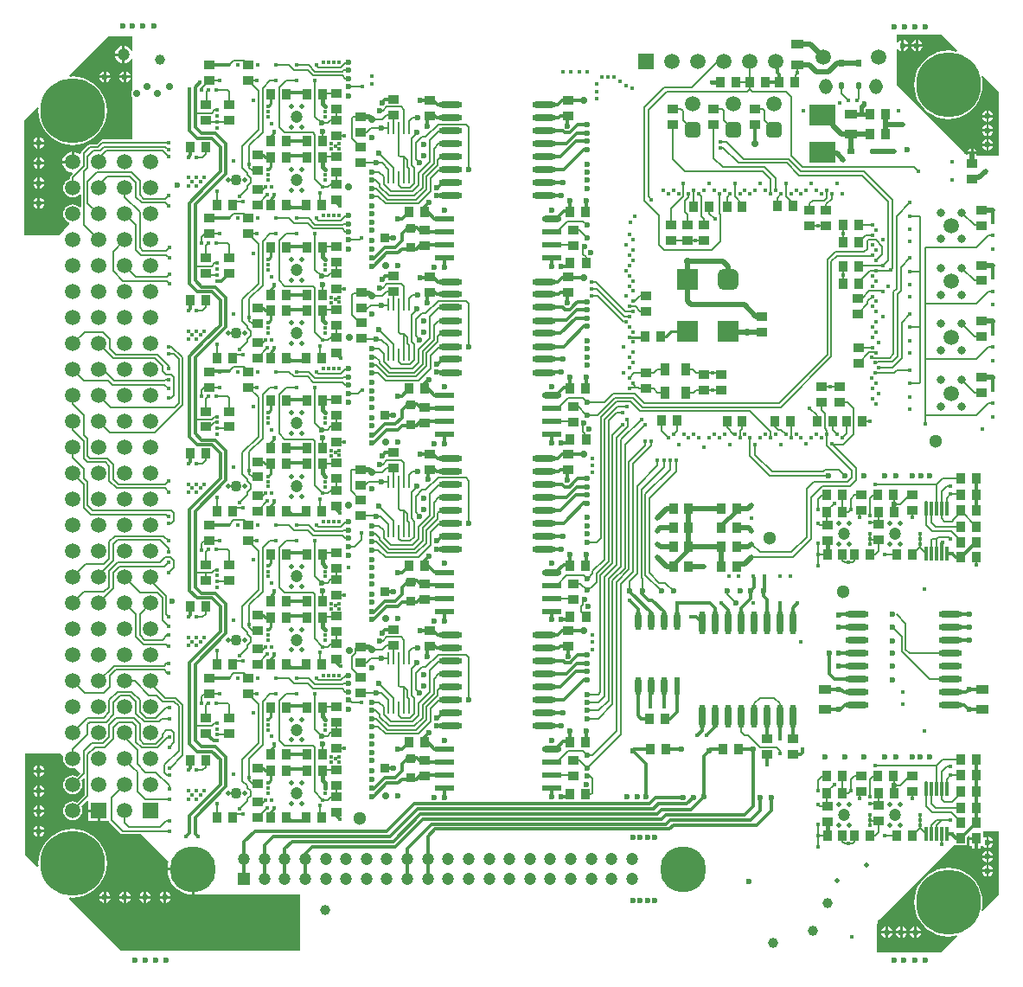
<source format=gbl>
G04*
G04 #@! TF.GenerationSoftware,Altium Limited,Altium Designer,20.1.11 (218)*
G04*
G04 Layer_Physical_Order=6*
G04 Layer_Color=16737819*
%FSAX42Y42*%
%MOMM*%
G71*
G04*
G04 #@! TF.SameCoordinates,F3C0A85A-D470-4F3B-B7C9-65F3AFEF91C2*
G04*
G04*
G04 #@! TF.FilePolarity,Positive*
G04*
G01*
G75*
%ADD10C,0.25*%
%ADD14C,0.40*%
%ADD15C,0.20*%
%ADD21C,0.30*%
%ADD85C,0.60*%
%ADD86C,1.00*%
%ADD91C,1.20*%
%ADD92C,1.50*%
%ADD93C,1.30*%
%ADD98R,1.27X0.89*%
G04:AMPARAMS|DCode=102|XSize=0.7mm|YSize=0.5mm|CornerRadius=0.13mm|HoleSize=0mm|Usage=FLASHONLY|Rotation=90.000|XOffset=0mm|YOffset=0mm|HoleType=Round|Shape=RoundedRectangle|*
%AMROUNDEDRECTD102*
21,1,0.70,0.25,0,0,90.0*
21,1,0.45,0.50,0,0,90.0*
1,1,0.25,0.13,0.23*
1,1,0.25,0.13,-0.23*
1,1,0.25,-0.13,-0.23*
1,1,0.25,-0.13,0.23*
%
%ADD102ROUNDEDRECTD102*%
%ADD103R,0.50X0.70*%
%ADD106R,1.02X0.81*%
%ADD107R,0.81X1.02*%
%ADD117R,2.54X2.03*%
G04:AMPARAMS|DCode=118|XSize=0.3mm|YSize=1.45mm|CornerRadius=0.08mm|HoleSize=0mm|Usage=FLASHONLY|Rotation=0.000|XOffset=0mm|YOffset=0mm|HoleType=Round|Shape=RoundedRectangle|*
%AMROUNDEDRECTD118*
21,1,0.30,1.30,0,0,0.0*
21,1,0.15,1.45,0,0,0.0*
1,1,0.15,0.08,-0.65*
1,1,0.15,-0.08,-0.65*
1,1,0.15,-0.08,0.65*
1,1,0.15,0.08,0.65*
%
%ADD118ROUNDEDRECTD118*%
%ADD119R,0.30X1.45*%
G04:AMPARAMS|DCode=121|XSize=0.9mm|YSize=0.95mm|CornerRadius=0.23mm|HoleSize=0mm|Usage=FLASHONLY|Rotation=90.000|XOffset=0mm|YOffset=0mm|HoleType=Round|Shape=RoundedRectangle|*
%AMROUNDEDRECTD121*
21,1,0.90,0.50,0,0,90.0*
21,1,0.45,0.95,0,0,90.0*
1,1,0.45,0.25,0.23*
1,1,0.45,0.25,-0.23*
1,1,0.45,-0.25,-0.23*
1,1,0.45,-0.25,0.23*
%
%ADD121ROUNDEDRECTD121*%
%ADD122R,0.95X0.90*%
%ADD123R,0.95X0.90*%
%ADD129R,1.95X0.60*%
%ADD130O,1.95X0.60*%
%ADD131O,2.30X0.60*%
%ADD147C,0.50*%
%ADD149C,0.24*%
%ADD151O,1.30X1.50*%
G04:AMPARAMS|DCode=152|XSize=1.52mm|YSize=1.52mm|CornerRadius=0.38mm|HoleSize=0mm|Usage=FLASHONLY|Rotation=90.000|XOffset=0mm|YOffset=0mm|HoleType=Round|Shape=RoundedRectangle|*
%AMROUNDEDRECTD152*
21,1,1.52,0.76,0,0,90.0*
21,1,0.76,1.52,0,0,90.0*
1,1,0.76,0.38,0.38*
1,1,0.76,0.38,-0.38*
1,1,0.76,-0.38,-0.38*
1,1,0.76,-0.38,0.38*
%
%ADD152ROUNDEDRECTD152*%
%ADD153C,1.52*%
%ADD154C,0.50*%
%ADD155R,1.50X1.50*%
%ADD156R,1.50X1.50*%
%ADD157C,0.40*%
%ADD158C,0.80*%
%ADD159R,1.20X1.20*%
%ADD160C,6.35*%
%ADD161C,0.70*%
%ADD162C,1.10*%
%ADD163C,4.50*%
%ADD182R,0.70X0.50*%
G04:AMPARAMS|DCode=183|XSize=0.7mm|YSize=0.5mm|CornerRadius=0.13mm|HoleSize=0mm|Usage=FLASHONLY|Rotation=180.000|XOffset=0mm|YOffset=0mm|HoleType=Round|Shape=RoundedRectangle|*
%AMROUNDEDRECTD183*
21,1,0.70,0.25,0,0,180.0*
21,1,0.45,0.50,0,0,180.0*
1,1,0.25,-0.23,0.13*
1,1,0.25,0.23,0.13*
1,1,0.25,0.23,-0.13*
1,1,0.25,-0.23,-0.13*
%
%ADD183ROUNDEDRECTD183*%
%ADD184O,0.60X2.30*%
%ADD185R,0.60X1.78*%
%ADD186O,0.64X1.78*%
%ADD187R,0.89X1.27*%
%ADD188R,2.00X2.00*%
G04:AMPARAMS|DCode=189|XSize=2mm|YSize=2mm|CornerRadius=0.5mm|HoleSize=0mm|Usage=FLASHONLY|Rotation=180.000|XOffset=0mm|YOffset=0mm|HoleType=Round|Shape=RoundedRectangle|*
%AMROUNDEDRECTD189*
21,1,2.00,1.00,0,0,180.0*
21,1,1.00,2.00,0,0,180.0*
1,1,1.00,-0.50,0.50*
1,1,1.00,0.50,0.50*
1,1,1.00,0.50,-0.50*
1,1,1.00,-0.50,-0.50*
%
%ADD189ROUNDEDRECTD189*%
%ADD190O,0.25X1.27*%
%ADD191R,0.25X1.27*%
G36*
X003868Y005662D02*
X003865Y005643D01*
X003868Y005619D01*
X003878Y005597D01*
X003892Y005577D01*
X003912Y005563D01*
X003934Y005553D01*
X003958Y005550D01*
X003977Y005553D01*
X004030Y005500D01*
X004001Y005471D01*
X003982Y005479D01*
X003958Y005482D01*
X003934Y005479D01*
X003912Y005469D01*
X003892Y005455D01*
X003878Y005435D01*
X003868Y005413D01*
X003865Y005389D01*
X003868Y005365D01*
X003878Y005343D01*
X003892Y005323D01*
X003912Y005309D01*
X003934Y005299D01*
X003958Y005296D01*
X003982Y005299D01*
X004004Y005309D01*
X004024Y005323D01*
X004038Y005343D01*
X004048Y005365D01*
X004051Y005389D01*
X004048Y005413D01*
X004040Y005432D01*
X004068Y005460D01*
X004077Y005452D01*
Y005293D01*
X004001Y005217D01*
X003982Y005225D01*
X003958Y005228D01*
X003934Y005225D01*
X003912Y005215D01*
X003892Y005201D01*
X003878Y005181D01*
X003868Y005159D01*
X003865Y005135D01*
X003868Y005111D01*
X003878Y005089D01*
X003892Y005069D01*
X003912Y005055D01*
X003934Y005045D01*
X003958Y005042D01*
X003982Y005045D01*
X004004Y005055D01*
X004024Y005069D01*
X004038Y005089D01*
X004048Y005111D01*
X004051Y005135D01*
X004048Y005159D01*
X004040Y005178D01*
X004100Y005238D01*
X004112Y005232D01*
Y005148D01*
X004212D01*
Y005135D01*
X004225D01*
Y005035D01*
X004312D01*
X004315Y005029D01*
X004321Y005021D01*
X004426Y004916D01*
X004434Y004910D01*
X004445Y004907D01*
X004623D01*
X004895Y004635D01*
X004888Y004614D01*
X004885Y004578D01*
X005135D01*
Y004565D01*
X005148D01*
Y004315D01*
X005148D01*
X006184D01*
X006185Y004313D01*
Y003765D01*
X004435D01*
X003924Y004276D01*
X003930Y004287D01*
X003958Y004285D01*
X004010Y004289D01*
X004062Y004301D01*
X004110Y004322D01*
X004155Y004349D01*
X004195Y004383D01*
X004229Y004423D01*
X004257Y004468D01*
X004277Y004517D01*
X004289Y004568D01*
X004294Y004621D01*
X004289Y004673D01*
X004277Y004724D01*
X004257Y004773D01*
X004229Y004818D01*
X004195Y004858D01*
X004155Y004892D01*
X004110Y004919D01*
X004062Y004940D01*
X004010Y004952D01*
X003958Y004956D01*
X003906Y004952D01*
X003854Y004940D01*
X003806Y004919D01*
X003761Y004892D01*
X003721Y004858D01*
X003687Y004818D01*
X003659Y004773D01*
X003639Y004724D01*
X003627Y004673D01*
X003622Y004621D01*
X003625Y004592D01*
X003613Y004587D01*
X003495Y004705D01*
Y005694D01*
X003836D01*
X003868Y005662D01*
D02*
G37*
G36*
X004545Y012574D02*
X004532Y012572D01*
X004530Y012578D01*
X004516Y012596D01*
X004498Y012610D01*
X004477Y012618D01*
X004468Y012619D01*
Y012535D01*
Y012451D01*
X004477Y012452D01*
X004498Y012460D01*
X004516Y012474D01*
X004530Y012492D01*
X004532Y012498D01*
X004545Y012496D01*
Y012187D01*
X004536Y012174D01*
X004532Y012154D01*
X004536Y012133D01*
X004545Y012120D01*
Y011703D01*
X004247D01*
X004247Y011703D01*
X004237Y011700D01*
X004228Y011694D01*
X004228Y011694D01*
X004194Y011660D01*
X004129D01*
X004119Y011658D01*
X004110Y011652D01*
X004110Y011652D01*
X004046Y011588D01*
X004040Y011579D01*
X004037Y011568D01*
Y011567D01*
X004025Y011560D01*
X004009Y011573D01*
X003984Y011583D01*
X003971Y011585D01*
Y011485D01*
X003958D01*
Y011472D01*
X003858D01*
X003860Y011459D01*
X003870Y011434D01*
X003886Y011413D01*
X003907Y011397D01*
X003932Y011387D01*
X003950Y011385D01*
X003954Y011371D01*
X003939Y011355D01*
X003933Y011347D01*
X003931Y011336D01*
Y011319D01*
X003912Y011311D01*
X003892Y011297D01*
X003878Y011277D01*
X003868Y011255D01*
X003865Y011231D01*
X003868Y011207D01*
X003878Y011185D01*
X003892Y011165D01*
X003912Y011151D01*
X003934Y011141D01*
X003958Y011138D01*
X003982Y011141D01*
X004004Y011151D01*
X004024Y011165D01*
X004026Y011168D01*
X004039Y011164D01*
Y011044D01*
X004026Y011040D01*
X004024Y011043D01*
X004004Y011057D01*
X003982Y011067D01*
X003958Y011070D01*
X003934Y011067D01*
X003912Y011057D01*
X003892Y011043D01*
X003878Y011023D01*
X003868Y011001D01*
X003865Y010977D01*
X003868Y010953D01*
X003878Y010931D01*
X003892Y010911D01*
X003912Y010897D01*
X003923Y010892D01*
X003927Y010879D01*
X003833Y010764D01*
X003485Y010766D01*
X003485Y011892D01*
X003613Y012020D01*
X003625Y012015D01*
X003622Y011986D01*
X003627Y011934D01*
X003639Y011883D01*
X003659Y011834D01*
X003687Y011789D01*
X003721Y011749D01*
X003761Y011715D01*
X003806Y011688D01*
X003854Y011667D01*
X003906Y011655D01*
X003958Y011651D01*
X004010Y011655D01*
X004062Y011667D01*
X004110Y011688D01*
X004155Y011715D01*
X004195Y011749D01*
X004229Y011789D01*
X004257Y011834D01*
X004277Y011883D01*
X004289Y011934D01*
X004294Y011986D01*
X004289Y012039D01*
X004277Y012090D01*
X004257Y012139D01*
X004229Y012184D01*
X004195Y012224D01*
X004155Y012258D01*
X004110Y012285D01*
X004062Y012306D01*
X004010Y012318D01*
X003958Y012322D01*
X003930Y012320D01*
X003924Y012331D01*
X004308Y012715D01*
X004545D01*
Y012574D01*
D02*
G37*
G36*
X013025Y004305D02*
X013020D01*
X012867Y004152D01*
X012856Y004158D01*
X012862Y004187D01*
X012867Y004240D01*
X012862Y004292D01*
X012850Y004343D01*
X012830Y004392D01*
X012802Y004437D01*
X012768Y004477D01*
X012728Y004511D01*
X012683Y004538D01*
X012635Y004559D01*
X012583Y004571D01*
X012531Y004575D01*
X012479Y004571D01*
X012427Y004559D01*
X012379Y004538D01*
X012334Y004511D01*
X012294Y004477D01*
X012260Y004437D01*
X012232Y004392D01*
X012212Y004343D01*
X012200Y004292D01*
X012195Y004240D01*
X012200Y004187D01*
X012212Y004136D01*
X012232Y004087D01*
X012260Y004042D01*
X012294Y004002D01*
X012334Y003968D01*
X012379Y003941D01*
X012427Y003920D01*
X012479Y003908D01*
X012531Y003904D01*
X012583Y003908D01*
X012612Y003915D01*
X012619Y003903D01*
X012460Y003745D01*
X011887D01*
X011885Y003746D01*
X011884Y003746D01*
X011882Y003747D01*
X011869Y003749D01*
X011868D01*
X011866Y003749D01*
X011860Y003749D01*
X011835D01*
X011835Y004025D01*
X011835Y004025D01*
X011835Y004025D01*
X011836Y004037D01*
X011838Y004044D01*
X011843Y004057D01*
X011850Y004068D01*
X011855Y004072D01*
X012584Y004802D01*
X012595Y004797D01*
Y004797D01*
X012710D01*
Y004876D01*
X012727Y004893D01*
X012739Y004889D01*
Y004878D01*
X012805D01*
Y004852D01*
X012739D01*
Y004789D01*
X012760D01*
X012762Y004777D01*
X012772Y004762D01*
X012787Y004752D01*
X012792Y004751D01*
Y004795D01*
X012818D01*
Y004751D01*
X012823Y004752D01*
X012838Y004762D01*
X012848Y004777D01*
X012850Y004789D01*
X012871D01*
X012875Y004786D01*
X012876Y004786D01*
X012894Y004773D01*
X012903Y004772D01*
Y004826D01*
Y004879D01*
X012894Y004878D01*
X012884Y004871D01*
X012871Y004878D01*
Y004935D01*
X013025D01*
Y004305D01*
D02*
G37*
G36*
X012465Y012730D02*
X012619Y012577D01*
X012612Y012565D01*
X012583Y012572D01*
X012531Y012576D01*
X012479Y012572D01*
X012427Y012560D01*
X012379Y012539D01*
X012334Y012512D01*
X012294Y012478D01*
X012260Y012438D01*
X012232Y012393D01*
X012212Y012344D01*
X012200Y012293D01*
X012195Y012240D01*
X012200Y012188D01*
X012212Y012137D01*
X012232Y012088D01*
X012260Y012043D01*
X012294Y012003D01*
X012334Y011969D01*
X012379Y011942D01*
X012427Y011921D01*
X012479Y011909D01*
X012531Y011905D01*
X012583Y011909D01*
X012635Y011921D01*
X012683Y011942D01*
X012728Y011969D01*
X012768Y012003D01*
X012802Y012043D01*
X012830Y012088D01*
X012850Y012137D01*
X012862Y012188D01*
X012867Y012240D01*
X012862Y012293D01*
X012856Y012322D01*
X012867Y012328D01*
X013026Y012170D01*
Y011544D01*
X012808Y011544D01*
Y011558D01*
X012809Y011562D01*
X012721D01*
X012720Y011561D01*
X012711Y011555D01*
X012709Y011555D01*
X012703Y011560D01*
X012698Y011564D01*
X012025Y012237D01*
Y012591D01*
X012038Y012595D01*
X012045Y012585D01*
X012063Y012573D01*
X012072Y012571D01*
Y012625D01*
Y012679D01*
X012063Y012677D01*
X012045Y012665D01*
X012038Y012655D01*
X012025Y012659D01*
Y012735D01*
X012465D01*
Y012730D01*
D02*
G37*
%LPC*%
G36*
X003639Y005579D02*
Y005538D01*
X003681D01*
X003679Y005547D01*
X003667Y005565D01*
X003648Y005577D01*
X003639Y005579D01*
D02*
G37*
G36*
X003614D02*
X003605Y005577D01*
X003587Y005565D01*
X003574Y005547D01*
X003573Y005538D01*
X003614D01*
Y005579D01*
D02*
G37*
G36*
X003681Y005512D02*
X003639D01*
Y005471D01*
X003648Y005473D01*
X003667Y005485D01*
X003679Y005503D01*
X003681Y005512D01*
D02*
G37*
G36*
X003614D02*
X003573D01*
X003574Y005503D01*
X003587Y005485D01*
X003605Y005473D01*
X003614Y005471D01*
Y005512D01*
D02*
G37*
G36*
X003639Y005382D02*
Y005341D01*
X003681D01*
X003679Y005350D01*
X003667Y005368D01*
X003648Y005381D01*
X003639Y005382D01*
D02*
G37*
G36*
X003614D02*
X003605Y005381D01*
X003587Y005368D01*
X003574Y005350D01*
X003573Y005341D01*
X003614D01*
Y005382D01*
D02*
G37*
G36*
X003681Y005316D02*
X003639D01*
Y005274D01*
X003648Y005276D01*
X003667Y005288D01*
X003679Y005307D01*
X003681Y005316D01*
D02*
G37*
G36*
X003614D02*
X003573D01*
X003574Y005307D01*
X003587Y005288D01*
X003605Y005276D01*
X003614Y005274D01*
Y005316D01*
D02*
G37*
G36*
X003639Y005186D02*
Y005144D01*
X003681D01*
X003679Y005153D01*
X003667Y005172D01*
X003648Y005184D01*
X003639Y005186D01*
D02*
G37*
G36*
X003614D02*
X003605Y005184D01*
X003587Y005172D01*
X003574Y005153D01*
X003573Y005144D01*
X003614D01*
Y005186D01*
D02*
G37*
G36*
X003681Y005119D02*
X003639D01*
Y005078D01*
X003648Y005079D01*
X003667Y005092D01*
X003679Y005110D01*
X003681Y005119D01*
D02*
G37*
G36*
X003614D02*
X003573D01*
X003574Y005110D01*
X003587Y005092D01*
X003605Y005079D01*
X003614Y005078D01*
Y005119D01*
D02*
G37*
G36*
X004199Y005122D02*
X004112D01*
Y005035D01*
X004199D01*
Y005122D01*
D02*
G37*
G36*
X003639Y004989D02*
Y004948D01*
X003681D01*
X003679Y004957D01*
X003667Y004975D01*
X003648Y004987D01*
X003639Y004989D01*
D02*
G37*
G36*
X003614D02*
X003605Y004987D01*
X003587Y004975D01*
X003574Y004957D01*
X003573Y004948D01*
X003614D01*
Y004989D01*
D02*
G37*
G36*
X003681Y004922D02*
X003639D01*
Y004881D01*
X003648Y004883D01*
X003667Y004895D01*
X003679Y004913D01*
X003681Y004922D01*
D02*
G37*
G36*
X003614D02*
X003573D01*
X003574Y004913D01*
X003587Y004895D01*
X003605Y004883D01*
X003614Y004881D01*
Y004922D01*
D02*
G37*
G36*
X005122Y004552D02*
X004885D01*
X004888Y004516D01*
X004903Y004469D01*
X004926Y004425D01*
X004957Y004387D01*
X004995Y004356D01*
X005039Y004333D01*
X005086Y004318D01*
X005122Y004315D01*
Y004552D01*
D02*
G37*
G36*
X004875Y004343D02*
Y004302D01*
X004916D01*
X004915Y004311D01*
X004902Y004329D01*
X004884Y004341D01*
X004875Y004343D01*
D02*
G37*
G36*
X004850D02*
X004841Y004341D01*
X004823Y004329D01*
X004810Y004311D01*
X004809Y004302D01*
X004850D01*
Y004343D01*
D02*
G37*
G36*
X004679D02*
Y004302D01*
X004720D01*
X004718Y004311D01*
X004706Y004329D01*
X004687Y004341D01*
X004679Y004343D01*
D02*
G37*
G36*
X004653D02*
X004644Y004341D01*
X004626Y004329D01*
X004614Y004311D01*
X004612Y004302D01*
X004653D01*
Y004343D01*
D02*
G37*
G36*
X004482D02*
Y004302D01*
X004523D01*
X004521Y004311D01*
X004509Y004329D01*
X004491Y004341D01*
X004482Y004343D01*
D02*
G37*
G36*
X004456D02*
X004448Y004341D01*
X004429Y004329D01*
X004417Y004311D01*
X004415Y004302D01*
X004456D01*
Y004343D01*
D02*
G37*
G36*
X004285D02*
Y004302D01*
X004326D01*
X004325Y004311D01*
X004312Y004329D01*
X004294Y004341D01*
X004285Y004343D01*
D02*
G37*
G36*
X004260D02*
X004251Y004341D01*
X004233Y004329D01*
X004220Y004311D01*
X004219Y004302D01*
X004260D01*
Y004343D01*
D02*
G37*
G36*
X004916Y004276D02*
X004875D01*
Y004235D01*
X004884Y004237D01*
X004902Y004249D01*
X004915Y004267D01*
X004916Y004276D01*
D02*
G37*
G36*
X004850D02*
X004809D01*
X004810Y004267D01*
X004823Y004249D01*
X004841Y004237D01*
X004850Y004235D01*
Y004276D01*
D02*
G37*
G36*
X004720D02*
X004679D01*
Y004235D01*
X004687Y004237D01*
X004706Y004249D01*
X004718Y004267D01*
X004720Y004276D01*
D02*
G37*
G36*
X004653D02*
X004612D01*
X004614Y004267D01*
X004626Y004249D01*
X004644Y004237D01*
X004653Y004235D01*
Y004276D01*
D02*
G37*
G36*
X004523D02*
X004482D01*
Y004235D01*
X004491Y004237D01*
X004509Y004249D01*
X004521Y004267D01*
X004523Y004276D01*
D02*
G37*
G36*
X004456D02*
X004415D01*
X004417Y004267D01*
X004429Y004249D01*
X004448Y004237D01*
X004456Y004235D01*
Y004276D01*
D02*
G37*
G36*
X004326D02*
X004285D01*
Y004235D01*
X004294Y004237D01*
X004312Y004249D01*
X004325Y004267D01*
X004326Y004276D01*
D02*
G37*
G36*
X004260D02*
X004219D01*
X004220Y004267D01*
X004233Y004249D01*
X004251Y004237D01*
X004260Y004235D01*
Y004276D01*
D02*
G37*
G36*
X004442Y012619D02*
X004433Y012618D01*
X004412Y012610D01*
X004394Y012596D01*
X004380Y012578D01*
X004372Y012557D01*
X004371Y012548D01*
X004442D01*
Y012619D01*
D02*
G37*
G36*
Y012522D02*
X004371D01*
X004372Y012513D01*
X004380Y012492D01*
X004394Y012474D01*
X004412Y012460D01*
X004433Y012452D01*
X004442Y012451D01*
Y012522D01*
D02*
G37*
G36*
X004482Y012372D02*
Y012331D01*
X004523D01*
X004521Y012340D01*
X004509Y012358D01*
X004491Y012370D01*
X004482Y012372D01*
D02*
G37*
G36*
X004456D02*
X004448Y012370D01*
X004429Y012358D01*
X004417Y012340D01*
X004415Y012331D01*
X004456D01*
Y012372D01*
D02*
G37*
G36*
X004285D02*
Y012331D01*
X004326D01*
X004325Y012340D01*
X004312Y012358D01*
X004294Y012370D01*
X004285Y012372D01*
D02*
G37*
G36*
X004260D02*
X004251Y012370D01*
X004233Y012358D01*
X004220Y012340D01*
X004219Y012331D01*
X004260D01*
Y012372D01*
D02*
G37*
G36*
X004523Y012305D02*
X004482D01*
Y012264D01*
X004491Y012266D01*
X004509Y012278D01*
X004521Y012296D01*
X004523Y012305D01*
D02*
G37*
G36*
X004456D02*
X004415D01*
X004417Y012296D01*
X004429Y012278D01*
X004448Y012266D01*
X004456Y012264D01*
Y012305D01*
D02*
G37*
G36*
X004326D02*
X004285D01*
Y012264D01*
X004294Y012266D01*
X004312Y012278D01*
X004325Y012296D01*
X004326Y012305D01*
D02*
G37*
G36*
X004260D02*
X004219D01*
X004220Y012296D01*
X004233Y012278D01*
X004251Y012266D01*
X004260Y012264D01*
Y012305D01*
D02*
G37*
G36*
X003639Y011726D02*
Y011685D01*
X003681D01*
X003679Y011694D01*
X003667Y011712D01*
X003648Y011724D01*
X003639Y011726D01*
D02*
G37*
G36*
X003614D02*
X003605Y011724D01*
X003587Y011712D01*
X003574Y011694D01*
X003573Y011685D01*
X003614D01*
Y011726D01*
D02*
G37*
G36*
X003681Y011659D02*
X003639D01*
Y011618D01*
X003648Y011620D01*
X003667Y011632D01*
X003679Y011650D01*
X003681Y011659D01*
D02*
G37*
G36*
X003614D02*
X003573D01*
X003574Y011650D01*
X003587Y011632D01*
X003605Y011620D01*
X003614Y011618D01*
Y011659D01*
D02*
G37*
G36*
X003945Y011585D02*
X003932Y011583D01*
X003907Y011573D01*
X003886Y011557D01*
X003870Y011536D01*
X003860Y011511D01*
X003858Y011498D01*
X003945D01*
Y011585D01*
D02*
G37*
G36*
X003639Y011529D02*
Y011488D01*
X003681D01*
X003679Y011497D01*
X003667Y011515D01*
X003648Y011528D01*
X003639Y011529D01*
D02*
G37*
G36*
X003614D02*
X003605Y011528D01*
X003587Y011515D01*
X003574Y011497D01*
X003573Y011488D01*
X003614D01*
Y011529D01*
D02*
G37*
G36*
X003681Y011463D02*
X003639D01*
Y011421D01*
X003648Y011423D01*
X003667Y011435D01*
X003679Y011454D01*
X003681Y011463D01*
D02*
G37*
G36*
X003614D02*
X003573D01*
X003574Y011454D01*
X003587Y011435D01*
X003605Y011423D01*
X003614Y011421D01*
Y011463D01*
D02*
G37*
G36*
X003639Y011333D02*
Y011291D01*
X003681D01*
X003679Y011300D01*
X003667Y011319D01*
X003648Y011331D01*
X003639Y011333D01*
D02*
G37*
G36*
X003614D02*
X003605Y011331D01*
X003587Y011319D01*
X003574Y011300D01*
X003573Y011291D01*
X003614D01*
Y011333D01*
D02*
G37*
G36*
X003681Y011266D02*
X003639D01*
Y011225D01*
X003648Y011226D01*
X003667Y011239D01*
X003679Y011257D01*
X003681Y011266D01*
D02*
G37*
G36*
X003614D02*
X003573D01*
X003574Y011257D01*
X003587Y011239D01*
X003605Y011226D01*
X003614Y011225D01*
Y011266D01*
D02*
G37*
G36*
X003639Y011136D02*
Y011095D01*
X003681D01*
X003679Y011104D01*
X003667Y011122D01*
X003648Y011134D01*
X003639Y011136D01*
D02*
G37*
G36*
X003614D02*
X003605Y011134D01*
X003587Y011122D01*
X003574Y011104D01*
X003573Y011095D01*
X003614D01*
Y011136D01*
D02*
G37*
G36*
X003681Y011069D02*
X003639D01*
Y011028D01*
X003648Y011030D01*
X003667Y011042D01*
X003679Y011060D01*
X003681Y011069D01*
D02*
G37*
G36*
X003614D02*
X003573D01*
X003574Y011060D01*
X003587Y011042D01*
X003605Y011030D01*
X003614Y011028D01*
Y011069D01*
D02*
G37*
G36*
X012928Y004879D02*
Y004838D01*
X012969D01*
X012968Y004847D01*
X012955Y004865D01*
X012937Y004878D01*
X012928Y004879D01*
D02*
G37*
G36*
X012969Y004813D02*
X012928D01*
Y004772D01*
X012937Y004773D01*
X012955Y004786D01*
X012968Y004804D01*
X012969Y004813D01*
D02*
G37*
G36*
X012928Y004740D02*
Y004699D01*
X012969D01*
X012968Y004708D01*
X012955Y004726D01*
X012937Y004738D01*
X012928Y004740D01*
D02*
G37*
G36*
X012903D02*
X012894Y004738D01*
X012876Y004726D01*
X012863Y004708D01*
X012862Y004699D01*
X012903D01*
Y004740D01*
D02*
G37*
G36*
X012969Y004673D02*
X012928D01*
Y004632D01*
X012937Y004634D01*
X012955Y004646D01*
X012968Y004664D01*
X012969Y004673D01*
D02*
G37*
G36*
X012903D02*
X012862D01*
X012863Y004664D01*
X012876Y004646D01*
X012894Y004634D01*
X012903Y004632D01*
Y004673D01*
D02*
G37*
G36*
X012928Y004601D02*
Y004559D01*
X012969D01*
X012968Y004568D01*
X012955Y004586D01*
X012937Y004599D01*
X012928Y004601D01*
D02*
G37*
G36*
X012903D02*
X012894Y004599D01*
X012876Y004586D01*
X012863Y004568D01*
X012862Y004559D01*
X012903D01*
Y004601D01*
D02*
G37*
G36*
X012969Y004534D02*
X012928D01*
Y004493D01*
X012937Y004494D01*
X012955Y004507D01*
X012968Y004525D01*
X012969Y004534D01*
D02*
G37*
G36*
X012903D02*
X012862D01*
X012863Y004525D01*
X012876Y004507D01*
X012894Y004494D01*
X012903Y004493D01*
Y004534D01*
D02*
G37*
G36*
X012222Y004001D02*
Y003960D01*
X012263D01*
X012261Y003969D01*
X012249Y003987D01*
X012231Y004000D01*
X012222Y004001D01*
D02*
G37*
G36*
X012196D02*
X012187Y004000D01*
X012169Y003987D01*
X012157Y003969D01*
X012155Y003960D01*
X012196D01*
Y004001D01*
D02*
G37*
G36*
X012082D02*
Y003960D01*
X012123D01*
X012122Y003969D01*
X012109Y003987D01*
X012091Y004000D01*
X012082Y004001D01*
D02*
G37*
G36*
X012057D02*
X012048Y004000D01*
X012030Y003987D01*
X012017Y003969D01*
X012016Y003960D01*
X012057D01*
Y004001D01*
D02*
G37*
G36*
X011943D02*
Y003960D01*
X011984D01*
X011982Y003969D01*
X011970Y003987D01*
X011952Y004000D01*
X011943Y004001D01*
D02*
G37*
G36*
X011917D02*
X011908Y004000D01*
X011890Y003987D01*
X011878Y003969D01*
X011876Y003960D01*
X011917D01*
Y004001D01*
D02*
G37*
G36*
X012263Y003935D02*
X012222D01*
Y003894D01*
X012231Y003895D01*
X012249Y003908D01*
X012261Y003926D01*
X012263Y003935D01*
D02*
G37*
G36*
X012196D02*
X012155D01*
X012157Y003926D01*
X012169Y003908D01*
X012187Y003895D01*
X012196Y003894D01*
Y003935D01*
D02*
G37*
G36*
X012123D02*
X012082D01*
Y003894D01*
X012091Y003895D01*
X012109Y003908D01*
X012122Y003926D01*
X012123Y003935D01*
D02*
G37*
G36*
X012057D02*
X012016D01*
X012017Y003926D01*
X012030Y003908D01*
X012048Y003895D01*
X012057Y003894D01*
Y003935D01*
D02*
G37*
G36*
X011984D02*
X011943D01*
Y003894D01*
X011952Y003895D01*
X011970Y003908D01*
X011982Y003926D01*
X011984Y003935D01*
D02*
G37*
G36*
X011917D02*
X011876D01*
X011878Y003926D01*
X011890Y003908D01*
X011908Y003895D01*
X011917Y003894D01*
Y003935D01*
D02*
G37*
G36*
X012237Y012679D02*
Y012638D01*
X012278D01*
X012276Y012647D01*
X012264Y012665D01*
X012246Y012677D01*
X012237Y012679D01*
D02*
G37*
G36*
X012211D02*
X012202Y012677D01*
X012184Y012665D01*
X012172Y012647D01*
X012170Y012638D01*
X012211D01*
Y012679D01*
D02*
G37*
G36*
X012097D02*
Y012638D01*
X012138D01*
X012137Y012647D01*
X012124Y012665D01*
X012106Y012677D01*
X012097Y012679D01*
D02*
G37*
G36*
X012278Y012612D02*
X012237D01*
Y012571D01*
X012246Y012573D01*
X012264Y012585D01*
X012276Y012603D01*
X012278Y012612D01*
D02*
G37*
G36*
X012211D02*
X012170D01*
X012172Y012603D01*
X012184Y012585D01*
X012202Y012573D01*
X012211Y012571D01*
Y012612D01*
D02*
G37*
G36*
X012138D02*
X012097D01*
Y012571D01*
X012106Y012573D01*
X012124Y012585D01*
X012137Y012603D01*
X012138Y012612D01*
D02*
G37*
G36*
X012928Y011987D02*
Y011946D01*
X012969D01*
X012968Y011955D01*
X012955Y011973D01*
X012937Y011986D01*
X012928Y011987D01*
D02*
G37*
G36*
X012903D02*
X012894Y011986D01*
X012876Y011973D01*
X012863Y011955D01*
X012862Y011946D01*
X012903D01*
Y011987D01*
D02*
G37*
G36*
X012969Y011921D02*
X012928D01*
Y011879D01*
X012937Y011881D01*
X012955Y011894D01*
X012968Y011912D01*
X012969Y011921D01*
D02*
G37*
G36*
X012903D02*
X012862D01*
X012863Y011912D01*
X012876Y011894D01*
X012894Y011881D01*
X012903Y011879D01*
Y011921D01*
D02*
G37*
G36*
X012928Y011848D02*
Y011807D01*
X012969D01*
X012968Y011816D01*
X012955Y011834D01*
X012937Y011846D01*
X012928Y011848D01*
D02*
G37*
G36*
X012903D02*
X012894Y011846D01*
X012876Y011834D01*
X012863Y011816D01*
X012862Y011807D01*
X012903D01*
Y011848D01*
D02*
G37*
G36*
X012969Y011781D02*
X012928D01*
Y011740D01*
X012937Y011742D01*
X012955Y011754D01*
X012968Y011772D01*
X012969Y011781D01*
D02*
G37*
G36*
X012903D02*
X012862D01*
X012863Y011772D01*
X012876Y011754D01*
X012894Y011742D01*
X012903Y011740D01*
Y011781D01*
D02*
G37*
G36*
X012928Y011708D02*
Y011667D01*
X012969D01*
X012968Y011676D01*
X012955Y011694D01*
X012937Y011707D01*
X012928Y011708D01*
D02*
G37*
G36*
X012903D02*
X012894Y011707D01*
X012876Y011694D01*
X012863Y011676D01*
X012862Y011667D01*
X012903D01*
Y011708D01*
D02*
G37*
G36*
X012969Y011642D02*
X012928D01*
Y011601D01*
X012937Y011602D01*
X012955Y011615D01*
X012968Y011633D01*
X012969Y011642D01*
D02*
G37*
G36*
X012903D02*
X012862D01*
X012863Y011633D01*
X012876Y011615D01*
X012894Y011602D01*
X012903Y011601D01*
Y011642D01*
D02*
G37*
G36*
X012778Y011619D02*
Y011588D01*
X012809D01*
X012808Y011593D01*
X012798Y011608D01*
X012783Y011618D01*
X012778Y011619D01*
D02*
G37*
G36*
X012752D02*
X012747Y011618D01*
X012732Y011608D01*
X012722Y011593D01*
X012721Y011588D01*
X012752D01*
Y011619D01*
D02*
G37*
%LPD*%
D10*
X009819Y009825D02*
X009975D01*
X009769Y009775D02*
X009819Y009825D01*
X009715Y009775D02*
X009769D01*
X009407Y009772D02*
X009559D01*
D14*
X010218Y012265D02*
X010303D01*
X010439Y008057D02*
Y008073D01*
X010328Y007946D02*
X010439Y008057D01*
X010328Y007936D02*
Y007946D01*
X010439Y008073D02*
X010460Y008094D01*
X010308Y007916D02*
X010328Y007936D01*
X010308Y007905D02*
Y007916D01*
X009969Y007680D02*
Y007696D01*
X009858Y007569D02*
X009969Y007680D01*
X009858Y007559D02*
Y007569D01*
X009838Y007528D02*
Y007538D01*
X009858Y007559D01*
X009969Y007696D02*
X009990Y007717D01*
X011669Y011955D02*
X011763D01*
X011575D02*
X011669D01*
X011680Y011966D01*
Y012025D01*
X011705Y012050D01*
Y012065D01*
X011763Y011955D02*
X011763Y011955D01*
X011345Y004895D02*
Y005025D01*
Y007645D02*
Y007775D01*
X006433Y005358D02*
Y005408D01*
X006405Y005436D02*
X006433Y005408D01*
X006405Y005436D02*
Y005524D01*
Y012056D02*
X006433Y012028D01*
X006405Y012056D02*
Y012144D01*
Y011436D02*
Y011524D01*
Y011436D02*
X006433Y011408D01*
X006405Y009056D02*
X006433Y009028D01*
X006405Y009056D02*
Y009144D01*
Y008436D02*
X006433Y008408D01*
X006405Y008436D02*
Y008524D01*
Y010556D02*
X006433Y010528D01*
X006405Y010556D02*
Y010644D01*
Y009936D02*
X006433Y009908D01*
X006405Y009936D02*
Y010024D01*
Y007556D02*
X006433Y007528D01*
X006405Y007556D02*
Y007644D01*
Y006936D02*
X006433Y006908D01*
X006405Y006936D02*
Y007024D01*
Y006056D02*
Y006144D01*
Y006056D02*
X006433Y006028D01*
D15*
X009049Y007479D02*
X009165Y007595D01*
X009005Y007410D02*
X009049Y007454D01*
Y007479D01*
X009087Y007457D02*
X009205Y007575D01*
X009087Y007374D02*
Y007457D01*
X009055Y007342D02*
X009087Y007374D01*
X007415Y011735D02*
X007535Y011855D01*
X007415Y008275D02*
X007535Y008395D01*
X006662Y006225D02*
X006695Y006192D01*
X006785D01*
X006680Y008267D02*
X006775Y008172D01*
X006680Y008267D02*
Y008470D01*
X006775D01*
X006857Y008355D02*
X006983D01*
X006775Y008318D02*
X006820D01*
X006857Y008355D01*
X006742Y006740D02*
X006775D01*
X006693Y006525D02*
Y006645D01*
X006727Y006679D01*
Y006725D02*
X006742Y006740D01*
X006727Y006679D02*
Y006725D01*
X006693Y006525D02*
X006775Y006442D01*
Y006290D02*
X006928D01*
X006838Y006588D02*
X006875Y006625D01*
X006775Y006588D02*
X006838D01*
X006875Y006625D02*
X006983D01*
X006775Y008020D02*
X006928D01*
X006693Y009985D02*
X006775Y009902D01*
X006693Y009985D02*
Y010185D01*
X006707Y010200D01*
X006775D01*
Y009750D02*
X006928D01*
X006838Y010047D02*
X006875Y010085D01*
X006775Y010047D02*
X006838D01*
X006875Y010085D02*
X006983D01*
X006875Y011815D02*
X006983D01*
X006775Y011778D02*
X006838D01*
X006875Y011815D01*
X006928Y011475D02*
X006985D01*
X006928Y011480D02*
X006930Y011478D01*
X006775Y011480D02*
X006928D01*
X006707Y011930D02*
X006775D01*
X006693Y011915D02*
X006707Y011930D01*
X006693Y011715D02*
Y011915D01*
Y011715D02*
X006775Y011632D01*
X008983Y010495D02*
Y010552D01*
X008950Y010585D02*
X008983Y010552D01*
X008950Y010585D02*
Y010635D01*
X008972Y010657D01*
X008863Y010817D02*
X008915D01*
X008993Y010740D01*
X008953Y010905D02*
X008993Y010865D01*
X008803Y010905D02*
X008953D01*
X008698Y010800D02*
X008803Y010905D01*
X008650Y010800D02*
X008698D01*
X008854Y010674D02*
X008863Y010665D01*
X008650Y010674D02*
X008854D01*
X008950Y008845D02*
Y008915D01*
X008965Y008930D02*
Y008932D01*
X008950Y008915D02*
X008965Y008930D01*
Y008932D02*
X008965Y008932D01*
X008966Y008782D02*
X008983Y008765D01*
X008966Y008782D02*
Y008829D01*
X008950Y008845D02*
X008966Y008829D01*
X008854Y008943D02*
X008863Y008935D01*
X008650Y008943D02*
X008854D01*
X008863Y009087D02*
X008913D01*
X008990Y009010D01*
X008993D01*
X008953Y009175D02*
X008993Y009135D01*
X008812Y009175D02*
X008953D01*
X008708Y009071D02*
X008812Y009175D01*
X008650Y009071D02*
X008708D01*
X008650Y007214D02*
X008854D01*
X008863Y007205D01*
Y007357D02*
X008928D01*
X008993Y007293D01*
X008996Y007401D02*
X009005Y007410D01*
X008650Y007340D02*
X008698D01*
X008796Y007438D01*
X008960D01*
X008993Y007405D01*
X008932Y007137D02*
X008950Y007155D01*
Y007182D02*
X008970Y007203D01*
X008950Y007155D02*
Y007182D01*
X008932Y007085D02*
Y007137D01*
Y007085D02*
X008983Y007035D01*
X008993Y007293D02*
X009005D01*
X009055Y007342D01*
X008982Y005297D02*
X009030D01*
X009042Y005310D02*
Y005451D01*
X009030Y005297D02*
X009042Y005310D01*
X008993Y005472D02*
X009020D01*
X009042Y005451D01*
X008950Y005717D02*
X008993Y005675D01*
X009042D01*
X008650Y005610D02*
X008700D01*
X008807Y005717D02*
X008950D01*
X008700Y005610D02*
X008807Y005717D01*
X008854Y005483D02*
X008863Y005475D01*
X008650Y005483D02*
X008854D01*
X008915Y005627D02*
X008993Y005550D01*
X008863Y005627D02*
X008915D01*
X004590Y005326D02*
Y005518D01*
X004553Y005555D02*
X004590Y005518D01*
Y005326D02*
X004671Y005245D01*
X004553Y005555D02*
Y005555D01*
X004671Y005512D02*
X004772D01*
X004590Y005594D02*
Y005733D01*
Y005594D02*
X004671Y005512D01*
X004466Y005642D02*
X004553Y005555D01*
X004905Y005345D02*
Y005379D01*
X004772Y005512D02*
X004905Y005379D01*
X004466Y005857D02*
X004590Y005733D01*
X004466Y005857D02*
Y005896D01*
X004340Y005262D02*
X004466Y005388D01*
X004340Y005040D02*
Y005262D01*
X004445Y004935D02*
X004905D01*
X004340Y005040D02*
X004445Y004935D01*
X004466Y005019D02*
Y005134D01*
X004510Y004975D02*
X004810D01*
X004466Y005019D02*
X004510Y004975D01*
X004810D02*
X004870Y005035D01*
X004905D01*
X010368Y007252D02*
X010455Y007165D01*
X010368Y007252D02*
Y007285D01*
X009760Y007365D02*
X009840Y007285D01*
X009165Y007595D02*
Y008965D01*
X009205Y007575D02*
Y008953D01*
X009125Y007438D02*
X009245Y007558D01*
X009125Y006295D02*
Y007438D01*
X009165Y007421D02*
X009285Y007541D01*
X009165Y006255D02*
Y007421D01*
X009205Y007405D02*
X009325Y007525D01*
X009205Y006215D02*
Y007405D01*
X009245Y007558D02*
Y008815D01*
X009285Y007541D02*
Y008789D01*
X009325Y007525D02*
Y008765D01*
X010880Y006060D02*
Y006189D01*
X010828Y006241D02*
X010880Y006189D01*
X010685Y006241D02*
X010828D01*
X010630Y006186D02*
X010685Y006241D01*
X010630Y006064D02*
Y006186D01*
X010626Y006060D02*
X010630Y006064D01*
X011295Y011577D02*
X011302Y011570D01*
X009819Y010713D02*
X010139D01*
X012785Y010323D02*
X012855D01*
X012660Y010447D02*
X012785Y010323D01*
X010287Y010982D02*
Y011173D01*
X010270Y012465D02*
X010337D01*
X010020Y012215D02*
X010270Y012465D01*
X009750Y012215D02*
X010020D01*
X010995Y007665D02*
X011145Y007815D01*
X010688Y007665D02*
X010995D01*
X010605Y007748D02*
X010688Y007665D01*
X010605Y007621D02*
X011011D01*
X011185Y007795D01*
X011145Y007815D02*
Y008288D01*
X011391Y008715D02*
X011401D01*
X011185Y007795D02*
Y008201D01*
X011145Y008288D02*
X011212Y008355D01*
X011185Y008201D02*
X011299Y008315D01*
X012465Y005249D02*
Y005515D01*
X005223Y012206D02*
X005298Y012281D01*
X005223Y012189D02*
Y012206D01*
X005270Y012049D02*
Y012172D01*
X005265Y012044D02*
X005270Y012049D01*
Y012172D02*
X005288Y012190D01*
X010295Y011685D02*
X010361D01*
X010295Y011625D02*
X010324D01*
X010474Y011475D01*
X010361Y011685D02*
X010531Y011515D01*
X009955Y011395D02*
X010715D01*
X009835Y011515D02*
X009955Y011395D01*
X009835Y011515D02*
Y011855D01*
X010325Y011435D02*
X010735D01*
X010235Y011525D02*
X010325Y011435D01*
X010235Y011525D02*
Y011855D01*
X010531Y011515D02*
X010964D01*
X010474Y011475D02*
X010948D01*
X010964Y011515D02*
X011084Y011395D01*
X010948Y011475D02*
X011068Y011355D01*
X011685D02*
X011945Y011095D01*
X011068Y011355D02*
X011685D01*
X011705Y011395D02*
X011985Y011115D01*
X011084Y011395D02*
X011705D01*
X011104Y011435D02*
X012195D01*
X010995Y011544D02*
X011104Y011435D01*
X010995Y011544D02*
Y012125D01*
X012195Y011435D02*
X012235Y011395D01*
X012075Y009916D02*
X012155Y009996D01*
X012075Y009568D02*
Y009916D01*
X011981Y009474D02*
X012075Y009568D01*
X012065Y010225D02*
Y010453D01*
X012035Y010195D02*
X012065Y010225D01*
X012035Y009585D02*
Y010195D01*
X011982Y009532D02*
X012035Y009585D01*
X012025Y010244D02*
Y010957D01*
X011995Y010214D02*
X012025Y010244D01*
X011995Y009605D02*
Y010214D01*
X011959Y009569D02*
X011995Y009605D01*
X011945Y010520D02*
Y011095D01*
X011985Y010447D02*
Y011115D01*
X011965Y010427D02*
X011985Y010447D01*
X011965Y010425D02*
Y010427D01*
X012065Y010453D02*
X012155Y010543D01*
X012025Y010957D02*
X012155Y011087D01*
X011895Y010470D02*
X011945Y010520D01*
X009465Y009275D02*
X009495D01*
X009503Y009267D01*
X009575D01*
X009465Y009275D02*
Y009298D01*
X009442Y009322D02*
X009465Y009298D01*
X011625Y008375D02*
Y008491D01*
X011401Y008715D02*
X011625Y008491D01*
X011585Y008395D02*
Y008465D01*
X011545Y008355D02*
X011585Y008395D01*
X011212Y008355D02*
X011545D01*
X011340Y008710D02*
X011585Y008465D01*
X011565Y008315D02*
X011625Y008375D01*
X011299Y008315D02*
X011565D01*
X011401Y008715D02*
X011504D01*
X011391Y008725D02*
X011401Y008715D01*
X011340Y008820D02*
Y008858D01*
Y008710D02*
Y008820D01*
X010590Y012200D02*
X010615Y012175D01*
X010591Y012304D02*
Y012465D01*
X010945Y012175D02*
X010995Y012125D01*
X010615Y012175D02*
X010945D01*
X011055Y012355D02*
Y012435D01*
X011034Y012334D02*
X011055Y012355D01*
X011034Y012272D02*
Y012334D01*
X011027Y012265D02*
X011034Y012272D01*
X011655Y012109D02*
Y012235D01*
X011635Y012089D02*
X011655Y012109D01*
X011635Y012088D02*
Y012089D01*
X011488Y012155D02*
Y012235D01*
Y012155D02*
X011555Y012088D01*
X011375Y009287D02*
X011465D01*
X011290D02*
X011375D01*
X009935Y011890D02*
X010025Y011800D01*
X009835Y012007D02*
X009913D01*
X009935Y011985D01*
Y011890D02*
Y011985D01*
X010335Y011890D02*
X010425Y011800D01*
X010235Y012007D02*
X010313D01*
X010335Y011985D01*
Y011890D02*
Y011985D01*
X010735Y011890D02*
Y011985D01*
X010713Y012007D02*
X010735Y011985D01*
X010635Y012007D02*
X010713D01*
X010735Y011890D02*
X010825Y011800D01*
X010735Y011435D02*
X010840Y011330D01*
Y011205D02*
Y011330D01*
X010715Y011395D02*
X010790Y011320D01*
Y011170D02*
Y011320D01*
X009595Y011995D02*
X009775Y012175D01*
X009595Y011145D02*
Y011995D01*
Y011145D02*
X009625Y011115D01*
X009555Y012020D02*
X009750Y012215D01*
X009555Y011105D02*
Y012020D01*
Y011105D02*
X009695Y010965D01*
Y010676D02*
Y010965D01*
Y010676D02*
X009746Y010625D01*
X010215D01*
X010295Y010705D01*
Y010974D01*
X010287Y010982D02*
X010295Y010974D01*
X010192Y010983D02*
X010245Y010930D01*
X010192Y010983D02*
Y011050D01*
X009775Y012175D02*
X010565D01*
X010590Y012200D01*
Y012265D01*
X010287Y011173D02*
X010290Y011170D01*
X010590Y012464D02*
X010591Y012465D01*
X010455Y012265D02*
X010590D01*
X009485Y007455D02*
Y008315D01*
X009392Y008896D02*
Y008934D01*
X009389Y008938D02*
X009392Y008934D01*
X009389Y008938D02*
Y008961D01*
X009385Y008965D02*
X009389Y008961D01*
X009565Y007440D02*
Y008235D01*
X009702Y007365D02*
X009760D01*
X009605Y007462D02*
X009702Y007365D01*
X009605Y007462D02*
Y008195D01*
X009865Y008455D01*
X009525Y007415D02*
Y008275D01*
X009565Y008235D02*
X009805Y008475D01*
X009525Y008275D02*
X009746Y008496D01*
X009485Y008315D02*
X009685Y008515D01*
X009535Y007285D02*
Y007405D01*
X009525Y007415D02*
X009535Y007405D01*
X009565Y007440D02*
X009720Y007285D01*
X009410Y007380D02*
X009485Y007455D01*
X009445Y007473D02*
Y008533D01*
X009325Y007353D02*
X009445Y007473D01*
X009405Y007495D02*
Y008551D01*
X009285Y007375D02*
X009405Y007495D01*
X009445Y008533D02*
X009625Y008713D01*
X009405Y008551D02*
X009565Y008711D01*
X009365Y008715D02*
X009565Y008915D01*
X009365Y007508D02*
Y008715D01*
X009245Y007388D02*
X009365Y007508D01*
X009325Y008765D02*
X009525Y008965D01*
X009245Y008815D02*
X009345Y008915D01*
X009205Y008953D02*
X009287Y009035D01*
X009285Y008789D02*
X009392Y008896D01*
X009625Y008713D02*
Y008755D01*
X009565Y008711D02*
Y008755D01*
X009865Y008455D02*
Y008565D01*
X009805Y008475D02*
Y008565D01*
X009746Y008496D02*
Y008565D01*
X009685Y008515D02*
Y008565D01*
X011440Y010565D02*
X011790D01*
X011735Y010635D02*
Y010707D01*
X011705Y010605D02*
X011735Y010635D01*
X011423Y010605D02*
X011705D01*
X011735Y010707D02*
X011749Y010721D01*
X011825D01*
X011825Y010520D02*
X011885Y010580D01*
Y010661D01*
X011825Y010721D02*
X011885Y010661D01*
X011720Y010770D02*
X011790D01*
X011652Y010702D02*
X011720Y010770D01*
X011345Y010527D02*
X011423Y010605D01*
X011385Y010510D02*
X011440Y010565D01*
X011665Y010455D02*
X011680Y010470D01*
X011763Y010420D02*
X011825D01*
X011652Y010309D02*
X011763Y010420D01*
X011652Y010295D02*
Y010309D01*
X011645Y010151D02*
X011688D01*
X011645Y009999D02*
X011742Y010096D01*
X011688Y010151D02*
X011759Y010222D01*
X011500Y010379D02*
Y010463D01*
Y010345D02*
Y010379D01*
X011742Y010096D02*
Y010122D01*
X011759Y010222D02*
X011893D01*
X011742Y010122D02*
X011790Y010170D01*
X011893Y010222D02*
X011895Y010220D01*
X011680Y010470D02*
X011895D01*
X011345Y009597D02*
Y010527D01*
X011385Y009580D02*
Y010510D01*
X010873Y009125D02*
X011345Y009597D01*
X010890Y009085D02*
X011385Y009580D01*
X010590Y009045D02*
X010790Y008845D01*
X009515Y009045D02*
X010590D01*
X009246Y009216D02*
X009464D01*
X009165Y009135D02*
X009246Y009216D01*
X008993Y009135D02*
X009165D01*
X009263Y009179D02*
X009441D01*
X009094Y009010D02*
X009263Y009179D01*
X009282Y009142D02*
X009418D01*
X009128Y008988D02*
X009282Y009142D01*
X009295Y009095D02*
X009385D01*
X009165Y008965D02*
X009295Y009095D01*
X009287Y009035D02*
X009345D01*
X008993Y009010D02*
X009094D01*
X009128Y007805D02*
Y008988D01*
X009555Y009125D02*
X010873D01*
X009464Y009216D02*
X009555Y009125D01*
X009535Y009085D02*
X010890D01*
X009441Y009179D02*
X009535Y009085D01*
X009418Y009142D02*
X009515Y009045D01*
X011825Y009420D02*
X011997D01*
X011865Y009470D02*
X011869Y009474D01*
X011981D01*
X012024Y009446D02*
X012155D01*
X011997Y009420D02*
X012024Y009446D01*
X011842Y009532D02*
X011982D01*
X011791Y009569D02*
X011959D01*
X011830Y009520D02*
X011842Y009532D01*
X011825Y009520D02*
X011830D01*
X011790Y009570D02*
X011791Y009569D01*
X012305Y008925D02*
Y009005D01*
X009454Y009419D02*
X009575D01*
X009407Y009372D02*
X009454Y009419D01*
X009685Y009455D02*
X009736D01*
X009649Y009419D02*
X009685Y009455D01*
X010065Y009419D02*
X010225D01*
X010029Y009455D02*
X010065Y009419D01*
X009960Y009455D02*
X010029D01*
X010790Y008785D02*
Y008845D01*
X009088Y007765D02*
X009128Y007805D01*
X008993Y007765D02*
X009088D01*
X009410Y007285D02*
Y007380D01*
X011960Y010425D02*
X011965D01*
X011955Y010420D02*
X011960Y010425D01*
X011825Y010420D02*
X011955D01*
X011455Y008475D02*
X011515Y008415D01*
X011325Y008475D02*
X011455D01*
X011305Y008455D02*
X011325Y008475D01*
X010805Y008455D02*
X011305D01*
X010640Y008620D02*
X010805Y008455D01*
X010640Y008620D02*
Y008715D01*
X010590Y008611D02*
Y008785D01*
Y008611D02*
X010785Y008416D01*
X011355D01*
X012660Y009350D02*
X012786Y009224D01*
X012853D01*
X012855Y009223D01*
X012660Y009900D02*
X012786Y009774D01*
X012853D01*
X012855Y009773D01*
X012786Y010865D02*
X012852D01*
X012855Y010863D01*
X012660Y010991D02*
X012786Y010865D01*
X012923Y009123D02*
X012965D01*
X012805Y009005D02*
X012923Y009123D01*
X012305Y009005D02*
X012805D01*
X012921Y009673D02*
X012965D01*
X012803Y009555D02*
X012921Y009673D01*
X012305Y009555D02*
X012803D01*
X012925Y010220D02*
X012965D01*
X012807Y010102D02*
X012925Y010220D01*
X012305Y010102D02*
X012807D01*
X012924Y010764D02*
X012965D01*
X012806Y010646D02*
X012924Y010764D01*
X012305Y010646D02*
X012806D01*
X012305Y010102D02*
Y010646D01*
Y009555D02*
Y010102D01*
Y009005D02*
Y009555D01*
X012255Y010416D02*
Y010946D01*
Y009866D02*
Y010416D01*
X012252Y010413D02*
X012255Y010416D01*
X012155Y010413D02*
X012252D01*
X012255Y009328D02*
Y009866D01*
X012155D02*
X012255D01*
X012155Y009316D02*
X012243D01*
X012255Y009328D01*
X012243Y010957D02*
X012255Y010946D01*
X012155Y010957D02*
X012243D01*
X011255Y010863D02*
X011335D01*
X011175D02*
X011255D01*
X009358Y009972D02*
X009407D01*
X009085Y010245D02*
X009358Y009972D01*
X009045Y010245D02*
X009085D01*
X009094Y010175D02*
X009348Y009922D01*
X009045Y010175D02*
X009094D01*
X009368Y010022D02*
X009442D01*
X009076Y010314D02*
X009368Y010022D01*
X009045Y010314D02*
X009076D01*
X009045Y010314D02*
X009045Y010314D01*
X009045Y010245D02*
X009045Y010245D01*
X009410Y009275D02*
X009465D01*
X009575Y009419D02*
X009649D01*
X009736Y009455D02*
X009746Y009445D01*
X010375Y009825D02*
X010377Y009823D01*
X010139Y010713D02*
X010139Y010713D01*
X009955Y011106D02*
X009990Y011141D01*
X009955Y010995D02*
Y011106D01*
X009990Y011141D02*
Y011170D01*
X009937Y011273D02*
X009939Y011275D01*
X009937Y011151D02*
Y011273D01*
X009819Y011032D02*
X009937Y011151D01*
X009819Y010865D02*
Y011032D01*
X009955Y010995D02*
X009979Y010971D01*
Y010865D02*
Y010971D01*
X010040Y011050D02*
Y011205D01*
X010090Y011170D02*
X010115Y011145D01*
Y010955D02*
Y011145D01*
Y010955D02*
X010139Y010931D01*
Y010865D02*
Y010931D01*
X010515Y011050D02*
Y011075D01*
X010440Y011150D02*
X010515Y011075D01*
X010440Y011150D02*
Y011275D01*
X010363Y011143D02*
X010390Y011170D01*
X010363Y011050D02*
Y011143D01*
X011175Y011015D02*
Y011082D01*
X011175Y011083D02*
X011175Y011082D01*
X011175Y011083D02*
X011201Y011108D01*
X011315D01*
X011340Y011133D01*
Y011205D01*
X011390Y011125D02*
Y011170D01*
X011335Y011070D02*
X011390Y011125D01*
X011335Y011015D02*
Y011070D01*
X010855Y011135D02*
X010890Y011170D01*
X010855Y011055D02*
Y011135D01*
X011007Y011055D02*
Y011083D01*
X010940Y011150D02*
X011007Y011083D01*
X010940Y011150D02*
Y011275D01*
X011790Y010870D02*
X011790Y010870D01*
X011652Y010870D02*
X011790D01*
X011500Y010702D02*
Y010870D01*
X010137Y009255D02*
X010225D01*
X010065D02*
X010137D01*
X011823Y009622D02*
X011825Y009620D01*
X011755Y009622D02*
X011823D01*
X011755Y009621D02*
Y009622D01*
X011652Y009518D02*
X011755Y009621D01*
X011652Y009670D02*
X011790D01*
X011764Y008943D02*
X011764Y008942D01*
X011687Y008943D02*
X011764D01*
X011535Y008830D02*
Y008943D01*
X011490Y008785D02*
X011535Y008830D01*
X011545Y009131D02*
X011605Y009071D01*
Y008816D02*
Y009071D01*
X011504Y008715D02*
X011605Y008816D01*
X011465Y009135D02*
X011469Y009131D01*
X011545D01*
X011175Y009075D02*
X011245Y009005D01*
Y008943D02*
Y009005D01*
X011290Y009055D02*
Y009135D01*
Y009055D02*
X011320Y009025D01*
Y008878D02*
Y009025D01*
Y008878D02*
X011340Y008858D01*
X011397Y008863D02*
X011440Y008820D01*
X011397Y008863D02*
Y008943D01*
X010835Y008896D02*
Y008945D01*
Y008896D02*
X010865Y008866D01*
X010894D01*
X010940Y008820D01*
X010987Y008945D02*
X010990Y008942D01*
Y008785D02*
Y008942D01*
X010430Y008820D02*
X010440D01*
X010363Y008887D02*
X010430Y008820D01*
X010363Y008887D02*
Y008943D01*
X010515Y008875D02*
Y008943D01*
X010490Y008850D02*
X010515Y008875D01*
X010490Y008785D02*
Y008850D01*
X009515Y010025D02*
X009575D01*
X009468Y010072D02*
X009515Y010025D01*
X009407Y010072D02*
X009468D01*
X009515Y010177D02*
X009575D01*
X009459Y010122D02*
X009515Y010177D01*
X009442Y010122D02*
X009459D01*
X010225Y009419D02*
X010308D01*
X010225Y009255D02*
X010310D01*
X009559Y009772D02*
X009563Y009775D01*
X010037Y009227D02*
X010065Y009255D01*
X009960Y009227D02*
X010037D01*
X010308Y009419D02*
X010310Y009417D01*
X009685Y009227D02*
X009760D01*
X009645Y009267D02*
X009685Y009227D01*
X009575Y009267D02*
X009645D01*
X009406Y009271D02*
X009410Y009275D01*
X009725Y008850D02*
Y008955D01*
Y008850D02*
X009790Y008785D01*
X009877Y008857D02*
Y008955D01*
X009840Y008820D02*
X009877Y008857D01*
X009285Y005918D02*
Y007375D01*
X009325Y005882D02*
Y007353D01*
X009042Y005675D02*
X009285Y005918D01*
X009105Y006275D02*
X009125Y006295D01*
X008993Y006275D02*
X009105D01*
Y006195D02*
X009165Y006255D01*
X008993Y006195D02*
X009105D01*
Y006115D02*
X009205Y006215D01*
X008993Y006115D02*
X009105D01*
X009245Y006175D02*
Y007388D01*
X009105Y006035D02*
X009245Y006175D01*
X008993Y006035D02*
X009105D01*
X008993Y005550D02*
X009325Y005882D01*
X006525Y012156D02*
X006543Y012139D01*
X006525Y010656D02*
X006543Y010639D01*
X006525Y009156D02*
X006543Y009139D01*
X006525Y007656D02*
X006543Y007639D01*
X006525Y006156D02*
X006543Y006139D01*
X006403Y012146D02*
X006405Y012144D01*
X006403Y010646D02*
X006405Y010644D01*
X006403Y009146D02*
X006405Y009144D01*
X006403Y007646D02*
X006405Y007644D01*
X006403Y006146D02*
X006405Y006144D01*
X004905Y007465D02*
Y007475D01*
X004895Y007675D02*
X004905Y007665D01*
X010880Y005695D02*
Y005725D01*
X010574Y005871D02*
X010690Y005755D01*
X010535Y005871D02*
X010574D01*
X010499Y005907D02*
X010535Y005871D01*
X010499Y005907D02*
Y006060D01*
X010690Y005755D02*
X010850D01*
X010880Y005725D01*
X012415Y007795D02*
X012435Y007815D01*
X012415Y007795D02*
X012415Y007795D01*
X012374D02*
X012415D01*
X012415Y007655D02*
Y007795D01*
X012365Y007786D02*
X012374Y007795D01*
X012365Y007655D02*
Y007786D01*
X012535Y007815D02*
X012555Y007795D01*
X012435Y007815D02*
X012535D01*
X012155Y006675D02*
X012555D01*
X012115Y006715D02*
X012155Y006675D01*
X012115Y006715D02*
Y006963D01*
X012349Y006421D02*
X012555D01*
X012075Y006695D02*
X012349Y006421D01*
X012075Y006695D02*
Y006839D01*
X011985Y006929D02*
X012075Y006839D01*
X012023Y007055D02*
X012115Y006963D01*
X011965Y007055D02*
X012003D01*
X012468Y004798D02*
Y004810D01*
X012465Y004795D02*
X012468Y004798D01*
X011615Y004835D02*
Y004895D01*
X011595Y004815D02*
X011615Y004835D01*
X011517Y004815D02*
X011595D01*
X011497Y004835D02*
Y004895D01*
Y004835D02*
X011517Y004815D01*
X011905Y004895D02*
X012028D01*
X012805Y004795D02*
Y004865D01*
X011343Y005180D02*
X011345Y005177D01*
X011643Y005475D02*
X011671Y005447D01*
X011615Y005479D02*
X011675D01*
X011575Y005439D02*
X011615Y005479D01*
X011495Y005308D02*
Y005475D01*
X011548Y005308D02*
X011575Y005335D01*
Y005439D01*
X011495Y005308D02*
X011548D01*
X011343Y005321D02*
X011417Y005395D01*
X011343Y005308D02*
Y005321D01*
Y005180D02*
Y005308D01*
X011843Y005185D02*
X011845Y005187D01*
Y004925D02*
Y005035D01*
X011815Y004895D02*
X011845Y004925D01*
X011767Y004895D02*
X011815D01*
X012156Y005477D02*
X012175D01*
X012063Y005385D02*
X012156Y005477D01*
X011995Y005475D02*
X011997Y005473D01*
Y005385D02*
Y005473D01*
Y005385D02*
X012063D01*
X011997Y005305D02*
Y005385D01*
X011845Y005187D02*
Y005305D01*
X012653Y005306D02*
Y005326D01*
X012465Y004795D02*
Y004905D01*
X012465Y005045D02*
X012555D01*
X012415Y004995D02*
X012465Y005045D01*
X012415D02*
X012465D01*
X012365Y004995D02*
X012415Y005045D01*
Y004905D02*
Y004995D01*
X012365Y004905D02*
Y004995D01*
X012555Y005485D02*
X012648D01*
X012653Y005481D01*
X012515Y005445D02*
X012555Y005485D01*
X012515Y005345D02*
Y005445D01*
Y005565D02*
X012555D01*
X012465Y005515D02*
X012515Y005565D01*
X012631Y005284D02*
X012653Y005306D01*
X012587Y005240D02*
X012631Y005284D01*
X012565Y005219D02*
X012587Y005240D01*
Y005240D01*
X012495Y005219D02*
X012565D01*
X012465Y005249D02*
X012495Y005219D01*
X012475Y005635D02*
X012653D01*
X012415Y005575D02*
X012475Y005635D01*
X012415Y005345D02*
Y005575D01*
X011815D02*
X012415D01*
X012404Y005166D02*
X012655D01*
X012365Y005205D02*
X012404Y005166D01*
X012365Y005205D02*
Y005345D01*
X012558Y005123D02*
X012655Y005026D01*
X012375Y005123D02*
X012558D01*
X012655Y005015D02*
Y005026D01*
X012315Y005345D02*
X012315Y005345D01*
Y005183D02*
X012375Y005123D01*
X012315Y005183D02*
Y005345D01*
X011297Y005475D02*
X011343D01*
X011255Y005433D02*
X011297Y005475D01*
X011255Y005335D02*
Y005433D01*
Y005195D02*
X011270Y005180D01*
X011343D01*
X011255Y005005D02*
Y005015D01*
Y004895D02*
Y005005D01*
Y004785D02*
Y004895D01*
X011345D01*
X011660Y005255D02*
Y005311D01*
X011675Y005326D01*
X011795Y005475D02*
X011843D01*
X011764Y005444D02*
X011795Y005475D01*
X011764Y005275D02*
Y005444D01*
X011823Y005205D02*
X011843Y005185D01*
X011765Y005205D02*
X011823D01*
X011764Y005035D02*
X011845D01*
X011765Y005046D02*
Y005096D01*
Y005035D02*
Y005046D01*
X011764Y005035D02*
X011765Y005035D01*
X011764Y004996D02*
Y005035D01*
X012175Y005255D02*
Y005325D01*
X012255Y005046D02*
Y005096D01*
Y004995D02*
Y005046D01*
Y004965D02*
Y004970D01*
Y004995D01*
Y004965D02*
X012315Y004905D01*
X012180Y004895D02*
X012255Y004970D01*
X012515Y008195D02*
X012555Y008235D01*
X012515Y008095D02*
Y008195D01*
X012555Y008235D02*
X012648D01*
X012515Y008315D02*
X012555D01*
X012465Y008265D02*
X012515Y008315D01*
X012465Y008095D02*
Y008265D01*
X012475Y008385D02*
X012653D01*
X012415Y008325D02*
X012475Y008385D01*
X012415Y008095D02*
Y008325D01*
X011815D02*
X012415D01*
X011997Y008135D02*
X012063D01*
X012156Y008227D01*
X012631Y008034D02*
X012653Y008056D01*
X012565Y007969D02*
X012587Y007990D01*
Y007990D01*
X012653Y008056D02*
Y008071D01*
X012587Y007990D02*
X012631Y008034D01*
X012653Y008071D02*
Y008076D01*
X012495Y007969D02*
X012565D01*
X012465Y007999D02*
X012495Y007969D01*
X012465Y007999D02*
Y008095D01*
X012653Y008071D02*
X012807Y007916D01*
X012404D02*
X012655D01*
X012365Y007955D02*
X012404Y007916D01*
X012365Y007955D02*
Y008095D01*
X012315D02*
X012315Y008095D01*
Y007933D02*
Y008095D01*
Y007933D02*
X012375Y007873D01*
X012558D01*
X012655Y007776D01*
Y007765D02*
Y007776D01*
X012648Y008235D02*
X012653Y008231D01*
X012805Y007545D02*
Y007615D01*
X012255Y007715D02*
Y007720D01*
Y007715D02*
X012315Y007655D01*
X012255Y007796D02*
Y007846D01*
Y007745D02*
Y007796D01*
Y007720D02*
Y007745D01*
X012180Y007645D02*
X012255Y007720D01*
X011764Y007785D02*
X011845D01*
X011765Y007796D02*
Y007846D01*
Y007786D02*
Y007796D01*
X011764Y007785D02*
X011765Y007786D01*
X011255Y007755D02*
Y007765D01*
Y007645D02*
Y007755D01*
Y007535D02*
Y007645D01*
X012175Y008005D02*
Y008075D01*
X011905Y007645D02*
X012028D01*
X011764Y008025D02*
Y008194D01*
X011765Y007955D02*
X011823D01*
X011843Y007935D01*
X012156Y008227D02*
X012175D01*
X011997Y008135D02*
Y008223D01*
Y008055D02*
Y008135D01*
X011995Y008225D02*
X011997Y008223D01*
X011660Y008005D02*
Y008061D01*
X011675Y008076D01*
X011795Y008225D02*
X011843D01*
X011764Y008194D02*
X011795Y008225D01*
X011643D02*
X011671Y008197D01*
X011615Y008229D02*
X011675D01*
X011575Y008189D02*
X011615Y008229D01*
X011575Y008085D02*
Y008189D01*
X011548Y008058D02*
X011575Y008085D01*
X011495Y008058D02*
X011548D01*
X011497Y007585D02*
Y007645D01*
Y007585D02*
X011517Y007565D01*
X011615Y007585D02*
Y007645D01*
X011595Y007565D02*
X011615Y007585D01*
X011764Y007746D02*
Y007785D01*
X011845Y007675D02*
Y007785D01*
X011815Y007645D02*
X011845Y007675D01*
X011767Y007645D02*
X011815D01*
X011843Y007935D02*
X011845Y007937D01*
Y008055D01*
X011495Y008058D02*
Y008225D01*
X011343Y008071D02*
X011417Y008145D01*
X011343Y008058D02*
Y008071D01*
X011297Y008225D02*
X011343D01*
X011255Y008183D02*
X011297Y008225D01*
X011255Y008085D02*
Y008183D01*
Y007645D02*
X011345D01*
X011517Y007565D02*
X011595D01*
X011270Y007930D02*
X011343D01*
X011255Y007945D02*
X011270Y007930D01*
X011343D02*
X011345Y007927D01*
X011343Y007930D02*
Y008058D01*
X006658Y006221D02*
X006662Y006225D01*
X006721Y007721D02*
X006785Y007785D01*
Y007855D01*
Y009255D02*
X006790D01*
X006751Y009221D02*
X006785Y009255D01*
X006765Y010721D02*
X006789Y010745D01*
X006658Y012221D02*
X006791D01*
X006658Y010721D02*
X006765D01*
X006658Y009221D02*
X006751D01*
X006658Y007721D02*
X006721D01*
X005279Y011878D02*
X005373D01*
X005265Y011892D02*
X005279Y011878D01*
X005472D02*
X005487Y011892D01*
X005373Y011878D02*
X005472D01*
X005279Y010378D02*
X005373D01*
X005265Y010392D02*
X005279Y010378D01*
X004880Y010320D02*
X004905Y010295D01*
X004877Y010357D02*
X004905Y010385D01*
X004875Y010575D02*
X004905Y010545D01*
X004875Y010615D02*
X004905Y010645D01*
X004875Y007055D02*
X004888Y007043D01*
X004875Y007055D02*
Y007235D01*
X004835Y006999D02*
X004895Y006939D01*
X004835Y006999D02*
Y007221D01*
X004875Y006765D02*
X004895Y006745D01*
X004883Y006853D02*
X004895D01*
X004838Y006808D02*
X004883Y006853D01*
X004662Y006808D02*
X004838D01*
X004860Y008291D02*
X004896Y008256D01*
X004651Y006765D02*
X004875D01*
X004865Y011635D02*
X004895Y011605D01*
X004835Y011595D02*
X004895Y011535D01*
X004865Y011085D02*
X004895Y011055D01*
X004866Y011126D02*
X004895Y011155D01*
X004654Y011126D02*
X004866D01*
X004615Y011165D02*
X004654Y011126D01*
X004615Y011165D02*
Y011302D01*
X004635Y011085D02*
X004865D01*
X004577Y011143D02*
X004635Y011085D01*
X004577Y011143D02*
Y011284D01*
X004615Y010645D02*
Y010995D01*
X004466Y011144D02*
X004615Y010995D01*
X004466Y011144D02*
Y011230D01*
X004535Y011382D02*
X004615Y011302D01*
X004515Y011345D02*
X004577Y011284D01*
X004196Y011382D02*
X004535D01*
X004105Y011291D02*
X004196Y011382D01*
X004105Y011084D02*
Y011291D01*
Y011084D02*
X004212Y010977D01*
X004300Y011345D02*
X004515D01*
X004212Y011257D02*
X004300Y011345D01*
X004105Y011429D02*
Y011538D01*
X004066Y011390D02*
X004105Y011429D01*
X004066Y010869D02*
Y011390D01*
X004065Y011443D02*
Y011568D01*
X003958Y011336D02*
X004065Y011443D01*
X003958Y011231D02*
Y011336D01*
X004065Y011568D02*
X004129Y011633D01*
X004205D01*
X004247Y011675D01*
X004895D01*
X004265Y011635D02*
X004865D01*
X004225Y011595D02*
X004265Y011635D01*
X004162Y011595D02*
X004225D01*
X004105Y011538D02*
X004162Y011595D01*
X004066Y010869D02*
X004212Y010723D01*
X004288Y011595D02*
X004835D01*
X004212Y011520D02*
X004288Y011595D01*
X004212Y011485D02*
Y011520D01*
Y011231D02*
Y011257D01*
X007047Y011333D02*
Y011413D01*
X006985Y011475D02*
X007047Y011413D01*
X006927Y009745D02*
X006983D01*
X007047Y009603D02*
Y009681D01*
X006983Y009745D02*
X007047Y009681D01*
X006927Y006285D02*
X006980D01*
X007047Y006143D02*
Y006218D01*
X006980Y006285D02*
X007047Y006218D01*
X006927Y008015D02*
X006975D01*
X007047Y007873D02*
Y007943D01*
X006975Y008015D02*
X007047Y007943D01*
X004645Y010615D02*
X004875D01*
X004615Y010645D02*
X004645Y010615D01*
X004627Y010575D02*
X004875D01*
X004577Y010625D02*
X004627Y010575D01*
X004577Y010625D02*
Y010865D01*
X004466Y010976D02*
X004577Y010865D01*
Y010357D02*
X004877D01*
X004466Y010468D02*
X004577Y010357D01*
X004450Y010320D02*
X004880D01*
X004354Y010416D02*
X004450Y010320D01*
X004354Y010416D02*
Y010610D01*
X004466Y010722D01*
X004896Y009605D02*
X004945D01*
X004896Y009679D02*
X004927D01*
X005035Y009572D01*
X004945Y009605D02*
X004995Y009555D01*
Y009125D02*
Y009555D01*
X004955Y009085D02*
X004995Y009125D01*
X004326Y009085D02*
X004955D01*
X005035Y009104D02*
Y009572D01*
X004766Y008835D02*
X005035Y009104D01*
X004322Y008835D02*
X004766D01*
X004212Y009199D02*
X004326Y009085D01*
X004212Y008945D02*
X004322Y008835D01*
X004104Y008605D02*
Y008777D01*
X004066Y008815D02*
X004104Y008777D01*
X004066Y008815D02*
Y009007D01*
X004065Y008585D02*
Y008753D01*
X003958Y008860D02*
X004065Y008753D01*
X003958Y008860D02*
Y008945D01*
Y009115D02*
X004066Y009007D01*
X004895Y009461D02*
Y009492D01*
X004784Y009603D02*
X004895Y009492D01*
X004377Y009603D02*
X004784D01*
X004835Y009438D02*
Y009493D01*
X004763Y009565D02*
X004835Y009493D01*
X004354Y009565D02*
X004763D01*
X004927Y009405D02*
X004952Y009380D01*
Y009203D02*
Y009380D01*
X004924Y009175D02*
X004952Y009203D01*
X004868Y009405D02*
X004927D01*
X004835Y009438D02*
X004868Y009405D01*
X004865Y009355D02*
X004895D01*
X004855Y009345D02*
X004865Y009355D01*
X004896Y009175D02*
X004924D01*
X004855Y009305D02*
X004895Y009265D01*
X004325Y009655D02*
Y009754D01*
X004258Y009821D02*
X004325Y009754D01*
X004072Y009821D02*
X004258D01*
X004325Y009655D02*
X004377Y009603D01*
X003958Y009707D02*
X004072Y009821D01*
X004212Y009707D02*
X004354Y009565D01*
X004365Y009345D02*
X004855D01*
X004257Y009453D02*
X004365Y009345D01*
X004345Y009305D02*
X004855D01*
X004305Y009345D02*
X004345Y009305D01*
X004212Y009453D02*
X004257D01*
X004066Y009345D02*
X004305D01*
X003958Y009453D02*
X004066Y009345D01*
X004952Y007972D02*
Y008048D01*
X004925Y007945D02*
X004952Y007972D01*
X004905Y007945D02*
X004925D01*
X004895Y008012D02*
X004905D01*
X004872Y008035D02*
X004895Y008012D01*
X004133Y008035D02*
X004872D01*
X004895Y007775D02*
X004905D01*
X004847Y007822D02*
X004895Y007775D01*
X004370Y007822D02*
X004847D01*
X004814Y007785D02*
X004895Y007704D01*
Y007675D02*
Y007704D01*
Y007565D02*
X004905D01*
X004855Y007525D02*
X004895Y007565D01*
X004415Y007525D02*
X004855D01*
X004915Y007615D02*
X004945Y007585D01*
Y007515D02*
Y007585D01*
X004905Y007475D02*
X004945Y007515D01*
X004863Y007615D02*
X004915D01*
X004813Y007565D02*
X004863Y007615D01*
X004395Y007565D02*
X004813D01*
X004860Y008330D02*
X004895Y008365D01*
X004389Y008291D02*
X004860D01*
X004405Y008330D02*
X004860D01*
X004316Y008364D02*
X004389Y008291D01*
X004355Y008380D02*
X004405Y008330D01*
X004316Y008364D02*
Y008509D01*
X004355Y008380D02*
Y008525D01*
X004279Y008546D02*
X004316Y008509D01*
X004295Y008585D02*
X004355Y008525D01*
X004924Y008076D02*
X004952Y008048D01*
X004156Y008076D02*
X004924D01*
X003958Y009115D02*
Y009199D01*
X004124Y008585D02*
X004295D01*
X004104Y008605D02*
X004124Y008585D01*
X004104Y008546D02*
X004279D01*
X004065Y008585D02*
X004104Y008546D01*
X004065Y008390D02*
Y008485D01*
X003958Y008592D02*
X004065Y008485D01*
X003958Y008592D02*
Y008691D01*
X004104Y008128D02*
Y008351D01*
X004065Y008390D02*
X004104Y008351D01*
X004065Y008103D02*
X004133Y008035D01*
X004065Y008103D02*
Y008330D01*
X004104Y008128D02*
X004156Y008076D01*
X003958Y008437D02*
X004065Y008330D01*
X005472Y007378D02*
X005487Y007392D01*
X005373Y007378D02*
X005472D01*
Y008878D02*
X005487Y008892D01*
X005373Y008878D02*
X005472D01*
X005346Y008936D02*
X005373D01*
X005302Y008892D02*
X005346Y008936D01*
X005265Y008892D02*
X005302D01*
X005265Y007463D02*
X005318D01*
X005158D02*
X005265D01*
X005265Y007463D02*
X005265Y007463D01*
X005265Y007392D02*
Y007463D01*
X004395Y007785D02*
X004814D01*
X004883Y006485D02*
X004895D01*
X004853Y006515D02*
X004883Y006485D01*
X004876Y006575D02*
X004895D01*
X004855Y006553D02*
X004876Y006575D01*
X004360Y006553D02*
X004855D01*
X004381Y006515D02*
X004853D01*
X004325Y006459D02*
X004381Y006515D01*
X004325Y006351D02*
Y006459D01*
X004262Y006288D02*
X004325Y006351D01*
X004075Y006288D02*
X004262D01*
X003958Y006405D02*
X004075Y006288D01*
X004212Y006405D02*
X004360Y006553D01*
X004123Y006004D02*
X004284D01*
X004104Y005985D02*
X004123Y006004D01*
X004104Y005885D02*
Y005985D01*
X004105Y006044D02*
X004263D01*
X004317Y006098D01*
Y006217D01*
X004401Y006301D01*
X004355Y006195D02*
X004422Y006262D01*
X004355Y006075D02*
Y006195D01*
X004284Y006004D02*
X004355Y006075D01*
X004422Y006262D02*
X004519D01*
X005472Y005878D02*
X005487Y005892D01*
X005373Y005878D02*
X005472D01*
X004905Y005853D02*
X004915D01*
X004891D02*
X004905D01*
Y006035D02*
X004915D01*
X004833D02*
X004905D01*
Y006145D02*
X004915D01*
X004875D02*
X004905D01*
X004952Y006201D02*
X004995Y006159D01*
Y005725D02*
Y006159D01*
X004855Y005585D02*
X004995Y005725D01*
X004969Y006240D02*
X005035Y006173D01*
Y005675D02*
Y006173D01*
X004915Y005555D02*
X005035Y005675D01*
X004905Y005755D02*
X004952Y005802D01*
Y005898D01*
X004925Y005925D02*
X004952Y005898D01*
X004879Y005483D02*
X004905D01*
X004855Y005508D02*
X004879Y005483D01*
X004855Y005508D02*
Y005585D01*
X004905Y005483D02*
X004915D01*
X004842Y006201D02*
X004952D01*
X004860Y006240D02*
X004969D01*
X004778Y006265D02*
X004842Y006201D01*
X004720Y006380D02*
X004860Y006240D01*
X004720Y006380D02*
Y006404D01*
X004804Y006006D02*
X004833Y006035D01*
X004774Y006044D02*
X004875Y006145D01*
X004790Y005751D02*
X004891Y005853D01*
X004635Y005751D02*
X004790D01*
X004577Y005809D02*
X004635Y005751D01*
X004874Y005925D02*
X004925D01*
X004835Y005886D02*
X004874Y005925D01*
X004835Y005853D02*
Y005886D01*
X004772Y005789D02*
X004835Y005853D01*
X004655Y005789D02*
X004772D01*
X004575Y006841D02*
Y007057D01*
X004466Y007166D02*
X004575Y007057D01*
Y006841D02*
X004651Y006765D01*
X004615Y006855D02*
X004662Y006808D01*
X004615Y006855D02*
Y007061D01*
X004720Y007166D01*
X004558Y006044D02*
X004615Y005987D01*
Y005829D02*
Y005987D01*
Y005829D02*
X004655Y005789D01*
X004384Y006044D02*
X004558D01*
X004315Y005975D02*
X004384Y006044D01*
X004577Y005809D02*
Y005966D01*
X004539Y006004D02*
X004577Y005966D01*
X004405Y006004D02*
X004539D01*
X004355Y005953D02*
X004405Y006004D01*
X004315Y005855D02*
Y005975D01*
X004355Y005839D02*
Y005953D01*
X004255Y005795D02*
X004315Y005855D01*
X004145Y005795D02*
X004255D01*
X004271Y005755D02*
X004355Y005839D01*
X004105Y005685D02*
X004175Y005755D01*
X004105Y005282D02*
Y005685D01*
X003958Y005135D02*
X004105Y005282D01*
X004067Y005717D02*
X004145Y005795D01*
X004067Y005498D02*
Y005717D01*
X003958Y005389D02*
X004067Y005498D01*
X004175Y005755D02*
X004271D01*
X003958Y005738D02*
X004104Y005885D01*
X003958Y005643D02*
Y005738D01*
X004659Y006006D02*
X004804D01*
X004675Y006044D02*
X004774D01*
X004577Y006089D02*
X004659Y006006D01*
X004615Y006104D02*
X004675Y006044D01*
X004577Y006089D02*
Y006204D01*
X004615Y006104D02*
Y006222D01*
X003958Y005897D02*
X004105Y006044D01*
X004401Y006301D02*
X004536D01*
X004519Y006262D02*
X004577Y006204D01*
X004536Y006301D02*
X004615Y006222D01*
X003958Y005897D02*
Y005958D01*
X004702Y006265D02*
X004778D01*
X004563Y006404D02*
X004702Y006265D01*
X004466Y006404D02*
X004563D01*
X004671Y005245D02*
X004905D01*
X004355Y007465D02*
X004415Y007525D01*
X004315Y007485D02*
X004395Y007565D01*
X004355Y007310D02*
Y007465D01*
X004315Y007325D02*
Y007485D01*
X004266Y007276D02*
X004315Y007325D01*
X004067Y007276D02*
X004266D01*
X003958Y007167D02*
X004067Y007276D01*
X004212Y007167D02*
X004355Y007310D01*
X004315Y007767D02*
X004370Y007822D01*
X004315Y007605D02*
Y007767D01*
X004259Y007549D02*
X004315Y007605D01*
X004086Y007549D02*
X004259D01*
X003958Y007421D02*
X004086Y007549D01*
X004355Y007745D02*
X004395Y007785D01*
X004355Y007585D02*
Y007745D01*
X004212Y007442D02*
X004355Y007585D01*
X004212Y007421D02*
Y007442D01*
X004720Y007390D02*
X004875Y007235D01*
X004720Y007390D02*
Y007420D01*
X004785Y007271D02*
X004835Y007221D01*
X004615Y007271D02*
X004785D01*
X004466Y007420D02*
X004615Y007271D01*
X006405Y012146D02*
X006415Y012156D01*
X005763Y011063D02*
X005766Y011066D01*
X006415Y012156D02*
X006525D01*
X006543Y011744D02*
X006618D01*
X006543Y011896D02*
Y012004D01*
X006651Y012461D02*
X006658D01*
X006641Y012451D02*
X006651Y012461D01*
X006631D02*
X006641Y012451D01*
X006583Y012413D02*
X006631Y012461D01*
X006361Y012413D02*
X006583D01*
X006341Y012433D02*
X006361Y012413D01*
X006611Y012381D02*
X006658D01*
X006601Y012371D02*
X006611Y012381D01*
X006328Y012371D02*
X006601D01*
X006148Y012433D02*
X006266D01*
X006328Y012371D01*
X006258Y012384D02*
X006310Y012331D01*
X006598D01*
X006658Y012301D02*
Y012307D01*
X006598Y012331D02*
X006628Y012301D01*
X006658D01*
X005948Y012433D02*
X006074D01*
X006123Y012384D01*
X006258D01*
X006415Y011536D02*
X006525D01*
X006543Y011269D02*
Y011386D01*
X005370Y011203D02*
X005373Y011205D01*
X005370Y011066D02*
Y011203D01*
X006403Y011776D02*
Y011786D01*
Y011686D02*
Y011776D01*
X006483Y011896D02*
X006543D01*
X006453Y011866D02*
X006483Y011896D01*
X006393Y011866D02*
X006453D01*
X006328Y011931D02*
Y012281D01*
Y011931D02*
X006393Y011866D01*
X006405Y012144D02*
Y012146D01*
X006383Y011076D02*
Y011186D01*
X006388Y011071D02*
X006393Y011066D01*
X006383Y011076D02*
X006388Y011071D01*
X006485Y011269D02*
X006543D01*
X006458Y011241D02*
X006485Y011269D01*
X006328Y011321D02*
Y011751D01*
X006408Y011241D02*
X006458D01*
X006328Y011321D02*
X006408Y011241D01*
X006046Y012281D02*
X006148D01*
X005978Y012213D02*
X006046Y012281D01*
X006308Y011771D02*
X006328Y011751D01*
X006032Y011771D02*
X006308D01*
X005978Y011825D02*
Y012213D01*
Y011825D02*
X006032Y011771D01*
X005892Y012281D02*
X005948D01*
X005818Y012208D02*
X005892Y012281D01*
X005818Y011778D02*
Y012208D01*
X005718Y011401D02*
X005768D01*
X005688Y011648D02*
X005818Y011778D01*
X005688Y011461D02*
Y011648D01*
Y011431D02*
Y011461D01*
Y011431D02*
X005718Y011401D01*
X005822Y011215D02*
X005848Y011241D01*
X005763Y011215D02*
X005822D01*
X005261Y011563D02*
Y011631D01*
X005228Y011531D02*
X005261Y011563D01*
X005168Y011531D02*
X005228D01*
X005348Y011993D02*
X005373D01*
X005318Y011963D02*
X005348Y011993D01*
X005158Y011963D02*
X005318D01*
X005564Y011101D02*
X005628D01*
X005547Y011084D02*
X005564Y011101D01*
X005526Y011063D02*
X005547Y011084D01*
X005523Y011066D02*
X005526Y011063D01*
X005766Y011066D02*
X005866Y011166D01*
X005298Y012281D02*
X005398D01*
X005359Y012190D02*
X005474D01*
X005487Y012177D01*
Y012044D02*
Y012177D01*
X005631Y012481D02*
X005678Y012433D01*
X005535Y012481D02*
X005631D01*
X005488Y012434D02*
X005535Y012481D01*
X005678Y012281D02*
X005778Y012181D01*
Y011797D02*
Y012181D01*
X005698Y011284D02*
Y011330D01*
X005668Y011360D02*
X005698Y011330D01*
X005668Y011254D02*
X005698Y011284D01*
X005668Y011360D02*
Y011381D01*
Y011226D02*
Y011254D01*
X005620Y011638D02*
X005778Y011797D01*
X005620Y011429D02*
Y011638D01*
Y011429D02*
X005668Y011381D01*
X005594Y011151D02*
X005668Y011226D01*
X005678Y012281D02*
X005762D01*
X006405Y009146D02*
X006415Y009156D01*
X005763Y008063D02*
X005766Y008066D01*
X006415Y009156D02*
X006525D01*
X006543Y008744D02*
X006618D01*
X006543Y008896D02*
Y009004D01*
X006651Y009461D02*
X006658D01*
X006641Y009451D02*
X006651Y009461D01*
X006631D02*
X006641Y009451D01*
X006583Y009413D02*
X006631Y009461D01*
X006361Y009413D02*
X006583D01*
X006341Y009433D02*
X006361Y009413D01*
X006611Y009381D02*
X006658D01*
X006601Y009371D02*
X006611Y009381D01*
X006328Y009371D02*
X006601D01*
X006148Y009433D02*
X006266D01*
X006328Y009371D01*
X006258Y009384D02*
X006310Y009331D01*
X006598D01*
X006658Y009301D02*
Y009307D01*
X006598Y009331D02*
X006628Y009301D01*
X006658D01*
X005948Y009433D02*
X006074D01*
X006123Y009384D01*
X006258D01*
X006415Y008536D02*
X006525D01*
X006543Y008269D02*
Y008386D01*
X005370Y008203D02*
X005373Y008205D01*
X005370Y008066D02*
Y008203D01*
X006403Y008776D02*
Y008786D01*
Y008686D02*
Y008776D01*
X006483Y008896D02*
X006543D01*
X006453Y008866D02*
X006483Y008896D01*
X006393Y008866D02*
X006453D01*
X006328Y008931D02*
Y009281D01*
Y008931D02*
X006393Y008866D01*
X006405Y009144D02*
Y009146D01*
X006383Y008076D02*
Y008186D01*
X006388Y008071D02*
X006393Y008066D01*
X006383Y008076D02*
X006388Y008071D01*
X006485Y008269D02*
X006543D01*
X006458Y008241D02*
X006485Y008269D01*
X006328Y008321D02*
Y008751D01*
X006408Y008241D02*
X006458D01*
X006328Y008321D02*
X006408Y008241D01*
X006046Y009281D02*
X006148D01*
X005978Y009213D02*
X006046Y009281D01*
X006308Y008771D02*
X006328Y008751D01*
X006032Y008771D02*
X006308D01*
X005978Y008825D02*
Y009213D01*
Y008825D02*
X006032Y008771D01*
X005892Y009281D02*
X005948D01*
X005818Y009208D02*
X005892Y009281D01*
X005818Y008778D02*
Y009208D01*
X005718Y008401D02*
X005768D01*
X005688Y008648D02*
X005818Y008778D01*
X005688Y008461D02*
Y008648D01*
Y008431D02*
Y008461D01*
Y008431D02*
X005718Y008401D01*
X005822Y008215D02*
X005848Y008241D01*
X005763Y008215D02*
X005822D01*
X005261Y008563D02*
Y008631D01*
X005228Y008531D02*
X005261Y008563D01*
X005168Y008531D02*
X005228D01*
X005348Y008993D02*
X005373D01*
X005318Y008963D02*
X005348Y008993D01*
X005158Y008963D02*
X005318D01*
X005223Y009251D02*
X005254Y009282D01*
X005223Y009189D02*
Y009251D01*
X005564Y008101D02*
X005628D01*
X005547Y008084D02*
X005564Y008101D01*
X005526Y008063D02*
X005547Y008084D01*
X005523Y008066D02*
X005526Y008063D01*
X005766Y008066D02*
X005866Y008166D01*
X005298Y009281D02*
X005398D01*
X005265Y009167D02*
X005288Y009190D01*
X005265Y009044D02*
Y009167D01*
X005359Y009190D02*
X005474D01*
X005487Y009177D01*
Y009044D02*
Y009177D01*
X005631Y009481D02*
X005678Y009433D01*
X005535Y009481D02*
X005631D01*
X005488Y009434D02*
X005535Y009481D01*
X005678Y009281D02*
X005778Y009181D01*
Y008797D02*
Y009181D01*
X005698Y008284D02*
Y008330D01*
X005668Y008360D02*
X005698Y008330D01*
X005668Y008254D02*
X005698Y008284D01*
X005668Y008360D02*
Y008381D01*
Y008226D02*
Y008254D01*
X005620Y008638D02*
X005778Y008797D01*
X005620Y008429D02*
Y008638D01*
Y008429D02*
X005668Y008381D01*
X005594Y008151D02*
X005668Y008226D01*
X005678Y009281D02*
X005762D01*
X006405Y010646D02*
X006415Y010656D01*
X005763Y009563D02*
X005766Y009566D01*
X006415Y010656D02*
X006525D01*
X006543Y010244D02*
X006618D01*
X006543Y010396D02*
Y010504D01*
X006651Y010961D02*
X006658D01*
X006641Y010951D02*
X006651Y010961D01*
X006631D02*
X006641Y010951D01*
X006583Y010913D02*
X006631Y010961D01*
X006361Y010913D02*
X006583D01*
X006341Y010933D02*
X006361Y010913D01*
X006611Y010881D02*
X006658D01*
X006601Y010871D02*
X006611Y010881D01*
X006328Y010871D02*
X006601D01*
X006148Y010933D02*
X006266D01*
X006328Y010871D01*
X006258Y010884D02*
X006310Y010831D01*
X006598D01*
X006658Y010801D02*
Y010807D01*
X006598Y010831D02*
X006628Y010801D01*
X006658D01*
X005948Y010933D02*
X006074D01*
X006123Y010884D01*
X006258D01*
X006415Y010036D02*
X006525D01*
X006543Y009769D02*
Y009886D01*
X005370Y009703D02*
X005373Y009705D01*
X005370Y009566D02*
Y009703D01*
X006403Y010276D02*
Y010286D01*
Y010186D02*
Y010276D01*
X006483Y010396D02*
X006543D01*
X006453Y010366D02*
X006483Y010396D01*
X006393Y010366D02*
X006453D01*
X006328Y010431D02*
Y010781D01*
Y010431D02*
X006393Y010366D01*
X006405Y010644D02*
Y010646D01*
X006383Y009576D02*
Y009686D01*
X006388Y009571D02*
X006393Y009566D01*
X006383Y009576D02*
X006388Y009571D01*
X006485Y009769D02*
X006543D01*
X006458Y009741D02*
X006485Y009769D01*
X006328Y009821D02*
Y010251D01*
X006408Y009741D02*
X006458D01*
X006328Y009821D02*
X006408Y009741D01*
X006046Y010781D02*
X006148D01*
X005978Y010713D02*
X006046Y010781D01*
X006308Y010271D02*
X006328Y010251D01*
X006032Y010271D02*
X006308D01*
X005978Y010325D02*
Y010713D01*
Y010325D02*
X006032Y010271D01*
X005892Y010781D02*
X005948D01*
X005818Y010708D02*
X005892Y010781D01*
X005818Y010278D02*
Y010708D01*
X005718Y009901D02*
X005768D01*
X005688Y010148D02*
X005818Y010278D01*
X005688Y009961D02*
Y010148D01*
Y009931D02*
Y009961D01*
Y009931D02*
X005718Y009901D01*
X005822Y009715D02*
X005848Y009741D01*
X005763Y009715D02*
X005822D01*
X005261Y010063D02*
Y010131D01*
X005228Y010031D02*
X005261Y010063D01*
X005168Y010031D02*
X005228D01*
X005348Y010493D02*
X005373D01*
X005318Y010463D02*
X005348Y010493D01*
X005158Y010463D02*
X005318D01*
X005223Y010751D02*
X005254Y010782D01*
X005223Y010689D02*
Y010751D01*
X005564Y009601D02*
X005628D01*
X005547Y009584D02*
X005564Y009601D01*
X005526Y009563D02*
X005547Y009584D01*
X005523Y009566D02*
X005526Y009563D01*
X005766Y009566D02*
X005866Y009666D01*
X005298Y010781D02*
X005398D01*
X005265Y010667D02*
X005288Y010690D01*
X005265Y010544D02*
Y010667D01*
X005359Y010690D02*
X005474D01*
X005487Y010677D01*
Y010544D02*
Y010677D01*
X005631Y010981D02*
X005678Y010933D01*
X005535Y010981D02*
X005631D01*
X005488Y010934D02*
X005535Y010981D01*
X005678Y010781D02*
X005778Y010681D01*
Y010297D02*
Y010681D01*
X005698Y009784D02*
Y009830D01*
X005668Y009860D02*
X005698Y009830D01*
X005668Y009754D02*
X005698Y009784D01*
X005668Y009860D02*
Y009881D01*
Y009726D02*
Y009754D01*
X005620Y010138D02*
X005778Y010297D01*
X005620Y009929D02*
Y010138D01*
Y009929D02*
X005668Y009881D01*
X005594Y009651D02*
X005668Y009726D01*
X005678Y010781D02*
X005762D01*
X006405Y007646D02*
X006415Y007656D01*
X005763Y006563D02*
X005766Y006566D01*
X006415Y007656D02*
X006525D01*
X006543Y007244D02*
X006618D01*
X006543Y007396D02*
Y007504D01*
X006651Y007961D02*
X006658D01*
X006641Y007951D02*
X006651Y007961D01*
X006631D02*
X006641Y007951D01*
X006583Y007913D02*
X006631Y007961D01*
X006361Y007913D02*
X006583D01*
X006341Y007933D02*
X006361Y007913D01*
X006611Y007881D02*
X006658D01*
X006601Y007871D02*
X006611Y007881D01*
X006328Y007871D02*
X006601D01*
X006148Y007933D02*
X006266D01*
X006328Y007871D01*
X006258Y007884D02*
X006310Y007831D01*
X006598D01*
X006658Y007801D02*
Y007807D01*
X006598Y007831D02*
X006628Y007801D01*
X006658D01*
X005948Y007933D02*
X006074D01*
X006123Y007884D01*
X006258D01*
X006415Y007036D02*
X006525D01*
X006543Y006769D02*
Y006886D01*
X005370Y006703D02*
X005373Y006705D01*
X005370Y006566D02*
Y006703D01*
X006403Y007276D02*
Y007286D01*
Y007186D02*
Y007276D01*
X006483Y007396D02*
X006543D01*
X006453Y007366D02*
X006483Y007396D01*
X006393Y007366D02*
X006453D01*
X006328Y007431D02*
Y007781D01*
Y007431D02*
X006393Y007366D01*
X006405Y007644D02*
Y007646D01*
X006383Y006576D02*
Y006686D01*
X006388Y006571D02*
X006393Y006566D01*
X006383Y006576D02*
X006388Y006571D01*
X006485Y006769D02*
X006543D01*
X006458Y006741D02*
X006485Y006769D01*
X006328Y006821D02*
Y007251D01*
X006408Y006741D02*
X006458D01*
X006328Y006821D02*
X006408Y006741D01*
X006046Y007781D02*
X006148D01*
X005978Y007713D02*
X006046Y007781D01*
X006308Y007271D02*
X006328Y007251D01*
X006032Y007271D02*
X006308D01*
X005978Y007325D02*
Y007713D01*
Y007325D02*
X006032Y007271D01*
X005892Y007781D02*
X005948D01*
X005818Y007708D02*
X005892Y007781D01*
X005818Y007278D02*
Y007708D01*
X005718Y006901D02*
X005768D01*
X005688Y007148D02*
X005818Y007278D01*
X005688Y006961D02*
Y007148D01*
Y006931D02*
Y006961D01*
Y006931D02*
X005718Y006901D01*
X005822Y006715D02*
X005848Y006741D01*
X005763Y006715D02*
X005822D01*
X005261Y007063D02*
Y007131D01*
X005228Y007031D02*
X005261Y007063D01*
X005168Y007031D02*
X005228D01*
X005348Y007493D02*
X005373D01*
X005318Y007463D02*
X005348Y007493D01*
X005223Y007751D02*
X005254Y007782D01*
X005223Y007689D02*
Y007751D01*
X005564Y006601D02*
X005628D01*
X005547Y006584D02*
X005564Y006601D01*
X005526Y006563D02*
X005547Y006584D01*
X005523Y006566D02*
X005526Y006563D01*
X005766Y006566D02*
X005866Y006666D01*
X005298Y007781D02*
X005398D01*
X005265Y007667D02*
X005288Y007690D01*
X005265Y007544D02*
Y007667D01*
X005359Y007690D02*
X005474D01*
X005487Y007677D01*
Y007544D02*
Y007677D01*
X005631Y007981D02*
X005678Y007933D01*
X005535Y007981D02*
X005631D01*
X005488Y007934D02*
X005535Y007981D01*
X005678Y007781D02*
X005778Y007681D01*
Y007297D02*
Y007681D01*
X005698Y006784D02*
Y006830D01*
X005668Y006860D02*
X005698Y006830D01*
X005668Y006754D02*
X005698Y006784D01*
X005668Y006860D02*
Y006881D01*
Y006726D02*
Y006754D01*
X005620Y007138D02*
X005778Y007297D01*
X005620Y006929D02*
Y007138D01*
Y006929D02*
X005668Y006881D01*
X005594Y006651D02*
X005668Y006726D01*
X005678Y007781D02*
X005762D01*
X005158Y005963D02*
X005318D01*
X005348Y005993D01*
X005373D01*
X005487Y006044D02*
Y006177D01*
X005474Y006190D02*
X005487Y006177D01*
X005359Y006190D02*
X005474D01*
X005265Y006167D02*
X005288Y006190D01*
X005265Y006044D02*
Y006167D01*
X005892Y006281D02*
X005948D01*
X005818Y006208D02*
X005892Y006281D01*
X005978Y006213D02*
X006046Y006281D01*
X005978Y005825D02*
Y006213D01*
X005818Y005778D02*
Y006208D01*
X005564Y005101D02*
X005628D01*
X005547Y005084D02*
X005564Y005101D01*
X005668Y005226D02*
Y005254D01*
X005594Y005151D02*
X005668Y005226D01*
X005526Y005063D02*
X005547Y005084D01*
X006543Y005744D02*
X006618D01*
X006258Y006384D02*
X006310Y006331D01*
X006123Y006384D02*
X006258D01*
X006074Y006433D02*
X006123Y006384D01*
X006310Y006331D02*
X006598D01*
X006328Y006371D02*
X006601D01*
X006266Y006433D02*
X006328Y006371D01*
X006148Y006433D02*
X006266D01*
X005948D02*
X006074D01*
X006611Y006381D02*
X006658D01*
X006628Y006301D02*
X006658D01*
Y006307D01*
X006651Y006461D02*
X006658D01*
X006641Y006451D02*
X006651Y006461D01*
X006631D02*
X006641Y006451D01*
X006328Y005931D02*
X006393Y005866D01*
X006328Y005931D02*
Y006281D01*
X006046D02*
X006148D01*
X005978Y005825D02*
X006032Y005771D01*
X006308D01*
X006328Y005751D01*
Y005321D02*
Y005751D01*
X006598Y006331D02*
X006628Y006301D01*
X006601Y006371D02*
X006611Y006381D01*
X006583Y006413D02*
X006631Y006461D01*
X006361Y006413D02*
X006583D01*
X006341Y006433D02*
X006361Y006413D01*
X005688Y005648D02*
X005818Y005778D01*
X005688Y005461D02*
Y005648D01*
X005678Y006281D02*
X005778Y006181D01*
Y005797D02*
Y006181D01*
X005620Y005638D02*
X005778Y005797D01*
X005678Y006281D02*
X005762D01*
X005620Y005429D02*
Y005638D01*
X005698Y005284D02*
Y005330D01*
X005668Y005360D02*
X005698Y005330D01*
X005668Y005360D02*
Y005381D01*
X005620Y005429D02*
X005668Y005381D01*
Y005254D02*
X005698Y005284D01*
X005631Y006481D02*
X005678Y006433D01*
X005535Y006481D02*
X005631D01*
X005488Y006434D02*
X005535Y006481D01*
X005298Y006281D02*
X005398D01*
X005223Y006251D02*
X005254Y006282D01*
X005223Y006189D02*
Y006251D01*
X005261Y005563D02*
Y005631D01*
X005228Y005531D02*
X005261Y005563D01*
X005168Y005531D02*
X005228D01*
X005718Y005401D02*
X005768D01*
X005688Y005431D02*
X005718Y005401D01*
X005688Y005431D02*
Y005461D01*
X006415Y005536D02*
X006525D01*
X006328Y005321D02*
X006408Y005241D01*
X006458D01*
X006383Y005076D02*
Y005186D01*
Y005076D02*
X006388Y005071D01*
X006393Y005066D01*
X005763Y005215D02*
X005822D01*
X005848Y005241D01*
X005370Y005066D02*
Y005203D01*
X005373Y005205D01*
X006485Y005269D02*
X006543D01*
X006458Y005241D02*
X006485Y005269D01*
X006543D02*
Y005386D01*
X006483Y005896D02*
X006543D01*
X006453Y005866D02*
X006483Y005896D01*
X006393Y005866D02*
X006453D01*
X006543Y005896D02*
Y006004D01*
X005763Y005063D02*
X005766Y005066D01*
X006403Y005776D02*
Y005786D01*
Y005686D02*
Y005776D01*
X006415Y006156D02*
X006525D01*
X006405Y006146D02*
X006415Y006156D01*
X006405Y006144D02*
Y006146D01*
X005766Y005066D02*
X005866Y005166D01*
X005523Y005066D02*
X005526Y005063D01*
X007660Y006219D02*
X007661D01*
X007670Y006211D01*
X007549Y006219D02*
X007660D01*
X007463Y006133D02*
X007549Y006219D01*
X007463Y006007D02*
Y006133D01*
X007343Y005887D02*
X007463Y006007D01*
X006885Y005957D02*
X006949D01*
X007019Y005887D02*
X007343D01*
X006949Y005957D02*
X007019Y005887D01*
X007554Y006338D02*
X007670D01*
X007533Y006317D02*
X007554Y006338D01*
X007533Y006263D02*
Y006317D01*
X007423Y006153D02*
X007533Y006263D01*
X007423Y006027D02*
Y006153D01*
X007323Y005927D02*
X007423Y006027D01*
X006885Y006036D02*
X006927D01*
X007036Y005927D02*
X007323D01*
X006927Y006036D02*
X007036Y005927D01*
X007543Y006474D02*
X007660D01*
X007493Y006423D02*
X007543Y006474D01*
X007493Y006282D02*
Y006423D01*
X007383Y006172D02*
X007493Y006282D01*
X007383Y006045D02*
Y006172D01*
X007303Y005965D02*
X007383Y006045D01*
X007053Y005965D02*
X007303D01*
X006925Y006115D02*
X006963Y006077D01*
Y006055D02*
Y006077D01*
X006913Y006115D02*
X006925D01*
X006963Y006055D02*
X007053Y005965D01*
X007544Y006600D02*
X007660D01*
X007453Y006510D02*
X007544Y006600D01*
X007453Y006297D02*
Y006510D01*
X007343Y006187D02*
X007453Y006297D01*
X007343Y006065D02*
Y006187D01*
X007283Y006005D02*
X007343Y006065D01*
X007073Y006005D02*
X007283D01*
X006957Y006195D02*
X007003Y006149D01*
Y006075D02*
Y006149D01*
X006913Y006195D02*
X006957D01*
X007003Y006075D02*
X007073Y006005D01*
X007535Y006665D02*
X007807D01*
X007415Y006545D02*
X007535Y006665D01*
X007807D02*
X007835Y006637D01*
X007377Y006545D02*
X007415D01*
X007355Y006285D02*
Y006285D01*
X007835Y006219D02*
Y006637D01*
X007315Y006483D02*
X007377Y006545D01*
X007315Y006325D02*
X007355Y006285D01*
X007315Y006325D02*
Y006483D01*
X007028Y006758D02*
X007096D01*
X006985Y006715D02*
X007028Y006758D01*
X006885Y006715D02*
X006985D01*
X007098Y006625D02*
Y006756D01*
X007173Y006835D02*
X007200Y006808D01*
Y006625D02*
Y006808D01*
X006993Y006795D02*
X007033Y006835D01*
X007173D01*
X006966Y006795D02*
X006993D01*
X007325Y006575D02*
Y006585D01*
X007275Y006525D02*
X007325Y006575D01*
X007303Y006085D02*
Y006237D01*
X007263Y006045D02*
X007303Y006085D01*
X007275Y006265D02*
Y006525D01*
Y006265D02*
X007303Y006237D01*
X007149Y006069D02*
X007173Y006045D01*
X007263D01*
X007149Y006069D02*
Y006143D01*
X007235Y006245D02*
Y006310D01*
Y006245D02*
X007251Y006229D01*
X007200Y006345D02*
X007235Y006310D01*
X007251Y006143D02*
Y006229D01*
X007200Y006143D02*
Y006345D01*
X007163D02*
X007200D01*
X007149Y006359D02*
Y006625D01*
X007200Y006143D02*
X007200Y006143D01*
X007149Y006359D02*
X007163Y006345D01*
X007283Y006725D02*
X007333D01*
X007251Y006693D02*
X007283Y006725D01*
X007251Y006625D02*
Y006693D01*
X007047Y006625D02*
X007047Y006625D01*
X006983Y006625D02*
X007047D01*
X007098Y006143D02*
Y006240D01*
X006953Y006385D02*
X007098Y006240D01*
X008993Y010740D02*
X009010D01*
X007660Y011410D02*
X007661D01*
X007670Y011401D01*
X007549Y011410D02*
X007660D01*
X007463Y011323D02*
X007549Y011410D01*
X007463Y011197D02*
Y011323D01*
X007343Y011077D02*
X007463Y011197D01*
X006885Y011147D02*
X006949D01*
X007019Y011077D02*
X007343D01*
X006949Y011147D02*
X007019Y011077D01*
X007554Y011528D02*
X007670D01*
X007533Y011507D02*
X007554Y011528D01*
X007533Y011453D02*
Y011507D01*
X007423Y011343D02*
X007533Y011453D01*
X007423Y011217D02*
Y011343D01*
X007323Y011117D02*
X007423Y011217D01*
X006885Y011226D02*
X006927D01*
X007036Y011117D02*
X007323D01*
X006927Y011226D02*
X007036Y011117D01*
X007543Y011664D02*
X007660D01*
X007493Y011613D02*
X007543Y011664D01*
X007493Y011472D02*
Y011613D01*
X007383Y011362D02*
X007493Y011472D01*
X007383Y011235D02*
Y011362D01*
X007303Y011155D02*
X007383Y011235D01*
X007053Y011155D02*
X007303D01*
X006925Y011305D02*
X006963Y011267D01*
Y011245D02*
Y011267D01*
X006913Y011305D02*
X006925D01*
X006963Y011245D02*
X007053Y011155D01*
X007544Y011790D02*
X007660D01*
X007453Y011700D02*
X007544Y011790D01*
X007453Y011487D02*
Y011700D01*
X007343Y011377D02*
X007453Y011487D01*
X007343Y011255D02*
Y011377D01*
X007283Y011195D02*
X007343Y011255D01*
X007073Y011195D02*
X007283D01*
X006957Y011385D02*
X007003Y011339D01*
Y011265D02*
Y011339D01*
X006913Y011385D02*
X006957D01*
X007003Y011265D02*
X007073Y011195D01*
X007535Y011855D02*
X007807D01*
X007835Y011827D01*
X007377Y011735D02*
X007415D01*
X007355Y011475D02*
Y011475D01*
X007835Y011410D02*
Y011827D01*
X007315Y011673D02*
X007377Y011735D01*
X007315Y011515D02*
X007355Y011475D01*
X007315Y011515D02*
Y011673D01*
X007028Y011948D02*
X007096D01*
X006985Y011905D02*
X007028Y011948D01*
X006885Y011905D02*
X006985D01*
X007098Y011815D02*
Y011946D01*
X007173Y012025D02*
X007200Y011998D01*
Y011815D02*
Y011998D01*
X006993Y011985D02*
X007033Y012025D01*
X007173D01*
X006966Y011985D02*
X006993D01*
X007325Y011765D02*
Y011775D01*
X007275Y011715D02*
X007325Y011765D01*
X007303Y011275D02*
Y011427D01*
X007263Y011235D02*
X007303Y011275D01*
X007275Y011455D02*
Y011715D01*
Y011455D02*
X007303Y011427D01*
X007149Y011259D02*
X007173Y011235D01*
X007263D01*
X007149Y011259D02*
Y011333D01*
X007235Y011435D02*
Y011500D01*
Y011435D02*
X007251Y011419D01*
X007200Y011535D02*
X007235Y011500D01*
X007251Y011333D02*
Y011419D01*
X007200Y011333D02*
Y011535D01*
X007163D02*
X007200D01*
X007149Y011549D02*
Y011815D01*
X007200Y011333D02*
X007200Y011333D01*
X007149Y011549D02*
X007163Y011535D01*
X007283Y011915D02*
X007333D01*
X007251Y011883D02*
X007283Y011915D01*
X007251Y011815D02*
Y011883D01*
X007047Y011815D02*
X007047Y011815D01*
X006983Y011815D02*
X007047D01*
X007098Y011333D02*
Y011430D01*
X006953Y011575D02*
X007098Y011430D01*
X007660Y007950D02*
X007661D01*
X007670Y007941D01*
X007549Y007950D02*
X007660D01*
X007463Y007863D02*
X007549Y007950D01*
X007463Y007737D02*
Y007863D01*
X007343Y007617D02*
X007463Y007737D01*
X006885Y007687D02*
X006949D01*
X007019Y007617D02*
X007343D01*
X006949Y007687D02*
X007019Y007617D01*
X007554Y008068D02*
X007670D01*
X007533Y008047D02*
X007554Y008068D01*
X007533Y007993D02*
Y008047D01*
X007423Y007883D02*
X007533Y007993D01*
X007423Y007757D02*
Y007883D01*
X007323Y007657D02*
X007423Y007757D01*
X006885Y007766D02*
X006927D01*
X007036Y007657D02*
X007323D01*
X006927Y007766D02*
X007036Y007657D01*
X007543Y008204D02*
X007660D01*
X007493Y008153D02*
X007543Y008204D01*
X007493Y008012D02*
Y008153D01*
X007383Y007902D02*
X007493Y008012D01*
X007383Y007775D02*
Y007902D01*
X007303Y007695D02*
X007383Y007775D01*
X007053Y007695D02*
X007303D01*
X006925Y007845D02*
X006963Y007807D01*
Y007785D02*
Y007807D01*
X006913Y007845D02*
X006925D01*
X006963Y007785D02*
X007053Y007695D01*
X007544Y008331D02*
X007660D01*
X007453Y008240D02*
X007544Y008331D01*
X007453Y008027D02*
Y008240D01*
X007343Y007917D02*
X007453Y008027D01*
X007343Y007795D02*
Y007917D01*
X007283Y007735D02*
X007343Y007795D01*
X007073Y007735D02*
X007283D01*
X006957Y007925D02*
X007003Y007879D01*
Y007805D02*
Y007879D01*
X006913Y007925D02*
X006957D01*
X007003Y007805D02*
X007073Y007735D01*
X007535Y008395D02*
X007807D01*
X007835Y008367D01*
X007377Y008275D02*
X007415D01*
X007355Y008015D02*
Y008015D01*
X007835Y007950D02*
Y008367D01*
X007315Y008213D02*
X007377Y008275D01*
X007315Y008055D02*
X007355Y008015D01*
X007315Y008055D02*
Y008213D01*
X007028Y008488D02*
X007096D01*
X006985Y008445D02*
X007028Y008488D01*
X006885Y008445D02*
X006985D01*
X007098Y008355D02*
Y008486D01*
X007173Y008565D02*
X007200Y008538D01*
Y008355D02*
Y008538D01*
X006993Y008525D02*
X007033Y008565D01*
X007173D01*
X006966Y008525D02*
X006993D01*
X007325Y008305D02*
Y008315D01*
X007275Y008255D02*
X007325Y008305D01*
X007303Y007815D02*
Y007967D01*
X007263Y007775D02*
X007303Y007815D01*
X007275Y007995D02*
Y008255D01*
Y007995D02*
X007303Y007967D01*
X007149Y007799D02*
X007173Y007775D01*
X007263D01*
X007149Y007799D02*
Y007873D01*
X007235Y007975D02*
Y008040D01*
Y007975D02*
X007251Y007959D01*
X007200Y008075D02*
X007235Y008040D01*
X007251Y007873D02*
Y007959D01*
X007200Y007873D02*
Y008075D01*
X007163D02*
X007200D01*
X007149Y008089D02*
Y008355D01*
X007200Y007873D02*
X007200Y007873D01*
X007149Y008089D02*
X007163Y008075D01*
X007283Y008455D02*
X007333D01*
X007251Y008423D02*
X007283Y008455D01*
X007251Y008355D02*
Y008423D01*
X007047Y008355D02*
X007047Y008355D01*
X006983Y008355D02*
X007047D01*
X007098Y007873D02*
Y007970D01*
X006953Y008115D02*
X007098Y007970D01*
X006966Y010255D02*
X006993D01*
X006885Y010175D02*
X006985D01*
X006993Y010255D02*
X007033Y010295D01*
X007173D01*
X007028Y010218D02*
X007096D01*
X006985Y010175D02*
X007028Y010218D01*
X007660Y009679D02*
X007661D01*
X007670Y009671D01*
X007549Y009679D02*
X007660D01*
X007463Y009593D02*
X007549Y009679D01*
X007463Y009467D02*
Y009593D01*
X007343Y009347D02*
X007463Y009467D01*
X006885Y009417D02*
X006949D01*
X007019Y009347D02*
X007343D01*
X006949Y009417D02*
X007019Y009347D01*
X007554Y009798D02*
X007670D01*
X007533Y009777D02*
X007554Y009798D01*
X007533Y009723D02*
Y009777D01*
X007423Y009613D02*
X007533Y009723D01*
X007423Y009487D02*
Y009613D01*
X007323Y009387D02*
X007423Y009487D01*
X006885Y009496D02*
X006927D01*
X007036Y009387D02*
X007323D01*
X006927Y009496D02*
X007036Y009387D01*
X007543Y009933D02*
X007660D01*
X007493Y009883D02*
X007543Y009933D01*
X007493Y009742D02*
Y009883D01*
X007383Y009632D02*
X007493Y009742D01*
X007383Y009505D02*
Y009632D01*
X007303Y009425D02*
X007383Y009505D01*
X006925Y009575D02*
X006963Y009537D01*
X006913Y009575D02*
X006925D01*
X006963Y009515D02*
X007053Y009425D01*
X007303D01*
X006963Y009515D02*
Y009537D01*
X007544Y010061D02*
X007660D01*
X007453Y009970D02*
X007544Y010061D01*
X007453Y009757D02*
Y009970D01*
X007343Y009647D02*
X007453Y009757D01*
X007343Y009525D02*
Y009647D01*
X007283Y009465D02*
X007343Y009525D01*
X007073Y009465D02*
X007283D01*
X006957Y009655D02*
X007003Y009609D01*
Y009535D02*
Y009609D01*
X006913Y009655D02*
X006957D01*
X007003Y009535D02*
X007073Y009465D01*
X007535Y010125D02*
X007807D01*
X007415Y010005D02*
X007535Y010125D01*
X007807D02*
X007835Y010097D01*
X007377Y010005D02*
X007415D01*
X007355Y009745D02*
Y009745D01*
X007835Y009679D02*
Y010097D01*
X007315Y009943D02*
X007377Y010005D01*
X007315Y009785D02*
X007355Y009745D01*
X007315Y009785D02*
Y009943D01*
X007098Y010086D02*
Y010216D01*
X007173Y010295D02*
X007200Y010268D01*
Y010086D02*
Y010268D01*
X007325Y010035D02*
Y010045D01*
X007275Y009985D02*
X007325Y010035D01*
X007303Y009545D02*
Y009697D01*
X007263Y009505D02*
X007303Y009545D01*
X007275Y009725D02*
Y009985D01*
Y009725D02*
X007303Y009697D01*
X007149Y009529D02*
X007173Y009505D01*
X007263D01*
X007149Y009529D02*
Y009603D01*
X007235Y009705D02*
Y009770D01*
Y009705D02*
X007251Y009689D01*
X007200Y009805D02*
X007235Y009770D01*
X007251Y009603D02*
Y009689D01*
X007200Y009603D02*
Y009805D01*
X007163D02*
X007200D01*
X007149Y009819D02*
Y010086D01*
X007200Y009603D02*
X007200Y009603D01*
X007149Y009819D02*
X007163Y009805D01*
X007283Y010185D02*
X007333D01*
X007251Y010153D02*
X007283Y010185D01*
X007251Y010086D02*
Y010153D01*
X007047Y010085D02*
X007047Y010086D01*
X006983Y010085D02*
X007047D01*
X007098Y009603D02*
Y009700D01*
X006953Y009845D02*
X007098Y009700D01*
D21*
X008864Y011808D02*
X008903Y011847D01*
X008864Y011807D02*
Y011808D01*
X008828Y011771D02*
X008864Y011807D01*
X008777Y011771D02*
X008828D01*
X008757Y011790D02*
X008777Y011771D01*
X008593Y011790D02*
X008757D01*
X008803Y011832D02*
Y011932D01*
X008805Y011935D01*
X008864Y010078D02*
X008903Y010117D01*
X008864Y010077D02*
Y010078D01*
X008828Y010040D02*
X008864Y010077D01*
X008777Y010040D02*
X008828D01*
X008757Y010061D02*
X008777Y010040D01*
X008593Y010061D02*
X008757D01*
X008803Y010103D02*
Y010203D01*
X008805Y010205D01*
X008860Y008343D02*
X008903Y008387D01*
X008860Y008342D02*
Y008343D01*
X008823Y008306D02*
X008860Y008342D01*
X008772Y008306D02*
X008823D01*
X008747Y008331D02*
X008772Y008306D01*
X008593Y008331D02*
X008747D01*
X008797Y008368D02*
Y008468D01*
X008805Y008475D01*
X008846Y006600D02*
X008847D01*
X008831Y006586D02*
X008846Y006600D01*
X008779Y006586D02*
X008831D01*
X008764Y006600D02*
X008779Y006586D01*
X008593Y006600D02*
X008764D01*
X008805Y006647D02*
Y006745D01*
X008847Y006600D02*
X008903Y006657D01*
X007425Y006645D02*
Y006717D01*
X007453Y006745D01*
X007425Y011835D02*
Y011907D01*
X007453Y011935D01*
X007430Y010107D02*
Y010182D01*
X007453Y010205D01*
X007435Y008378D02*
Y008457D01*
X007453Y008475D01*
X007363Y005483D02*
X007597D01*
X007180Y005445D02*
X007325D01*
X007367Y005613D02*
X007600D01*
X007265Y005655D02*
X007325D01*
X006885Y005350D02*
X006906D01*
X010499Y007117D02*
X010595Y007212D01*
X010499Y006975D02*
Y007117D01*
X010595Y007212D02*
Y007285D01*
X012555Y007056D02*
X012735D01*
X012805Y005017D02*
Y005326D01*
X008767Y011005D02*
X008835D01*
X008747Y012085D02*
X008965D01*
X008650Y010930D02*
X008692D01*
X008745Y010464D02*
X008830D01*
X008747Y010355D02*
X008965D01*
X005303Y012434D02*
X005488D01*
X005303Y010934D02*
X005488D01*
X005303Y009434D02*
X005488D01*
X008767Y009275D02*
X008835D01*
X008747Y008625D02*
X008965D01*
X008745Y008734D02*
X008830D01*
X008767Y007545D02*
X008835D01*
X008762Y005815D02*
X008835D01*
X008745Y007004D02*
X008830D01*
X008747Y006895D02*
X008965D01*
X008745Y005274D02*
X008830D01*
X008650Y009200D02*
X008692D01*
X005303Y007934D02*
X005488D01*
X008650Y007470D02*
X008692D01*
X005303Y006434D02*
X005488D01*
X008650Y005740D02*
X008687D01*
X005158Y012218D02*
X005205Y012265D01*
X009755Y005740D02*
X009920D01*
X010633Y007323D02*
Y007415D01*
X010595Y007285D02*
X010633Y007323D01*
X010875Y012265D02*
Y012345D01*
X010860Y012360D02*
X010875Y012345D01*
X010860Y012360D02*
Y012450D01*
X010635Y011665D02*
Y011855D01*
X010875Y012265D02*
X010875Y012265D01*
X010845Y012465D02*
X010860Y012450D01*
X010742Y012265D02*
X010875D01*
X010720Y007293D02*
X010735Y007308D01*
X010720Y007285D02*
Y007293D01*
X010735Y007308D02*
Y007415D01*
X012965Y009253D02*
Y009373D01*
Y009803D02*
Y009923D01*
Y010350D02*
Y010470D01*
Y010894D02*
Y011014D01*
X011007Y005915D02*
Y006060D01*
Y005837D02*
Y005915D01*
X009535Y007272D02*
Y007285D01*
X009525Y007262D02*
X009535Y007272D01*
X009872Y006990D02*
Y007165D01*
X009410Y007194D02*
X009491Y007113D01*
Y006990D02*
Y007113D01*
X009525Y007262D02*
X009594Y007194D01*
X007303Y005203D02*
X009605D01*
X007035Y004935D02*
X007303Y005203D01*
X005740Y004935D02*
X007035D01*
X005835Y004465D02*
Y004799D01*
X007335Y005155D02*
X009644D01*
X007065Y004885D02*
X007335Y005155D01*
X005921Y004885D02*
X007065D01*
X007365Y005105D02*
X009685D01*
X007095Y004835D02*
X007365Y005105D01*
X006105Y004835D02*
X007095D01*
X007473Y005005D02*
X009765D01*
X007235Y004767D02*
X007473Y005005D01*
X007235Y004665D02*
Y004767D01*
X007505Y004955D02*
X009800D01*
X007435Y004885D02*
X007505Y004955D01*
X007435Y004665D02*
Y004885D01*
X012805Y005017D02*
X012807Y005015D01*
X007663Y006077D02*
X007670Y006084D01*
X007653Y006087D02*
X007663Y006077D01*
X007525Y006038D02*
X007574Y006087D01*
X007500Y005740D02*
X007600D01*
X007663Y007807D02*
X007670Y007814D01*
X007653Y007817D02*
X007663Y007807D01*
X007525Y007768D02*
X007574Y007817D01*
X007500Y007470D02*
X007600D01*
X007363Y007213D02*
X007597D01*
X007180Y007175D02*
X007325D01*
X007265Y007385D02*
X007325D01*
X007367Y007343D02*
X007600D01*
X006885Y007080D02*
X006906D01*
X010685Y005135D02*
Y005265D01*
X010795Y005135D02*
Y005265D01*
X010655Y004995D02*
X010795Y005135D01*
X010594Y005045D02*
X010685Y005135D01*
X009805Y005045D02*
X010594D01*
X009800Y004955D02*
X009840Y004995D01*
X010655D01*
X009765Y005005D02*
X009805Y005045D01*
X007435Y004465D02*
Y004665D01*
X007235Y004465D02*
Y004665D01*
X006235Y004465D02*
Y004715D01*
X010535Y005095D02*
X010622Y005182D01*
X009762Y005095D02*
X010535D01*
X009722Y005055D02*
X009762Y005095D01*
X007385Y005055D02*
X009722D01*
X010011Y005145D02*
X010135Y005269D01*
X009725Y005145D02*
X010011D01*
X009685Y005105D02*
X009725Y005145D01*
X009973Y005203D02*
X010035Y005265D01*
X009692Y005203D02*
X009973D01*
X009644Y005155D02*
X009692Y005203D01*
X007115Y004785D02*
X007385Y005055D01*
X009605Y005203D02*
X009667Y005265D01*
X009935D01*
X009745Y006155D02*
Y006355D01*
X009615Y006352D02*
X009618Y006355D01*
X009615Y006155D02*
Y006352D01*
X010135Y005670D02*
X010190Y005725D01*
X010135Y005269D02*
Y005670D01*
X009440Y005725D02*
X009575Y005590D01*
Y005269D02*
Y005590D01*
X009491Y006069D02*
Y006131D01*
Y006069D02*
X009522Y006038D01*
X009603D01*
X009491Y006131D02*
Y006355D01*
X009755Y006038D02*
X009809D01*
X009872Y006101D01*
Y006155D01*
Y006355D01*
X010622Y005182D02*
Y005735D01*
X006035Y004665D02*
Y004765D01*
Y004465D02*
Y004665D01*
X005635Y004830D02*
X005740Y004935D01*
X005635Y004465D02*
Y004665D01*
Y004830D01*
X006035Y004765D02*
X006105Y004835D01*
X005835Y004799D02*
X005921Y004885D01*
X006235Y004715D02*
X006305Y004785D01*
X007115D01*
X011105Y005705D02*
Y005735D01*
X011085Y005685D02*
X011105Y005705D01*
X011007Y005685D02*
X011085D01*
X009633Y007194D02*
X009745Y007082D01*
X009594Y007194D02*
X009633D01*
X009745Y006990D02*
Y007082D01*
X009410Y007281D02*
X009618Y007073D01*
Y006990D02*
Y007073D01*
X010245Y005956D02*
Y006060D01*
X010160Y005871D02*
X010245Y005956D01*
X010070Y005871D02*
X010118Y005919D01*
Y006060D01*
X010753Y005906D02*
Y006060D01*
Y005837D02*
Y005906D01*
X010497Y005735D02*
X010622D01*
X010495Y005733D02*
X010497Y005735D01*
X010492D02*
X010495Y005733D01*
X010753Y005585D02*
Y005685D01*
X009450Y005735D02*
X009603D01*
X009440Y005725D02*
X009450Y005735D01*
X010328D02*
X010340D01*
X010200D02*
X010328D01*
X010190Y005725D02*
X010200Y005735D01*
X010880Y005837D02*
Y006060D01*
X010753Y006975D02*
Y007202D01*
X010720Y007235D02*
X010753Y007202D01*
X010720Y007235D02*
Y007285D01*
X011007Y007121D02*
X011050Y007165D01*
X011007Y006975D02*
Y007121D01*
X010880Y006975D02*
Y007165D01*
X010310D02*
X010372Y007103D01*
Y006975D02*
Y007103D01*
X010245Y006975D02*
Y007115D01*
X010195Y007165D02*
X010245Y007115D01*
X009872Y007165D02*
X010195D01*
X010010Y007035D02*
X010058D01*
X010118Y006975D01*
X012465Y007655D02*
Y007755D01*
X012475Y007765D01*
X012735Y006325D02*
X012835D01*
X012735Y006125D02*
X012835D01*
X011374Y006325D02*
X011455D01*
X011374Y006125D02*
X011455D01*
Y006325D02*
X011475D01*
X011455Y006125D02*
X011475D01*
X011365Y006475D02*
Y006675D01*
Y006475D02*
X011419Y006421D01*
X011460Y006929D02*
X011640D01*
X011460Y007056D02*
X011640D01*
X011455Y006675D02*
X011640D01*
X011419Y006421D02*
X011640D01*
X011462Y006548D02*
X011640D01*
X011475Y006325D02*
X011506Y006294D01*
X011640D01*
X011475Y006125D02*
X011517Y006167D01*
X011640D01*
X012725Y006125D02*
X012735D01*
X012805Y008315D02*
Y008385D01*
Y008231D02*
Y008315D01*
Y005565D02*
Y005635D01*
Y005481D02*
Y005565D01*
X012683Y006167D02*
X012725Y006125D01*
X012555Y006167D02*
X012683D01*
X012704Y006294D02*
X012735Y006325D01*
X012555Y006294D02*
X012704D01*
X012555Y006802D02*
X012735D01*
X012555Y006929D02*
X012735D01*
X012805Y005326D02*
Y005481D01*
X012803Y005015D02*
X012807D01*
X012653Y004865D02*
X012803Y005015D01*
X012605Y004865D02*
X012653D01*
X012515Y004905D02*
X012515Y004905D01*
X012565D02*
X012605Y004865D01*
X012515Y004905D02*
X012565D01*
X012805Y008076D02*
Y008231D01*
X012803Y007765D02*
X012807D01*
X012653Y007615D02*
X012803Y007765D01*
X012515Y007655D02*
X012515Y007655D01*
X012565D01*
X012605Y007615D01*
X012653D01*
X005415Y010320D02*
X005487Y010392D01*
X005373Y010320D02*
X005415D01*
X007265Y010845D02*
X007325D01*
X007367Y010803D02*
X007600D01*
X006885Y010540D02*
X006906D01*
X007363Y010673D02*
X007597D01*
X007180Y010635D02*
X007325D01*
X007663Y011267D02*
X007670Y011274D01*
X007653Y011277D02*
X007663Y011267D01*
X007525Y011228D02*
X007574Y011277D01*
X007500Y010930D02*
X007600D01*
X007663Y009537D02*
X007670Y009544D01*
X007653Y009547D02*
X007663Y009537D01*
X007525Y009498D02*
X007574Y009547D01*
X007500Y009200D02*
X007600D01*
X007265Y009115D02*
X007325D01*
X007367Y009073D02*
X007600D01*
X006885Y008810D02*
X006906D01*
X007363Y008943D02*
X007597D01*
X007180Y008905D02*
X007325D01*
X005065Y004885D02*
X005098Y004918D01*
X005158Y004912D02*
X005185Y004885D01*
X005158Y010701D02*
Y011070D01*
Y009201D02*
Y009570D01*
Y007701D02*
Y008070D01*
Y006201D02*
Y006570D01*
X005265Y005892D02*
X005337Y005820D01*
X005373D01*
X006579Y006555D02*
X006585D01*
X006578Y006553D02*
X006579Y006555D01*
X006556Y009599D02*
X006586Y009569D01*
X006233Y012166D02*
X006253Y012146D01*
X006228Y012161D02*
X006233Y012166D01*
X006153Y012161D02*
X006228D01*
X006075D02*
X006153D01*
X006070Y012166D02*
X006075Y012161D01*
X006235Y011546D02*
X006253Y011529D01*
X006232Y011543D02*
X006235Y011546D01*
X006153Y011543D02*
X006232D01*
X006070D02*
X006153D01*
X006153Y011686D02*
X006250D01*
X006071D02*
X006153D01*
X006543Y011089D02*
X006578Y011053D01*
X006578D01*
X006210Y011036D02*
X006240Y011066D01*
X006148Y011036D02*
X006210D01*
X006097D02*
X006148D01*
X006071Y011063D02*
X006097Y011036D01*
X005108Y011551D02*
Y011631D01*
X005088Y011531D02*
X005108Y011551D01*
X005405Y011390D02*
Y011633D01*
X005246Y011231D02*
X005405Y011390D01*
X005322Y011716D02*
X005405Y011633D01*
X005173Y011716D02*
X005322D01*
X005098Y011084D02*
X005246Y011231D01*
X005098Y011791D02*
X005173Y011716D01*
X005098Y010993D02*
Y011084D01*
X005098Y011963D02*
Y012201D01*
Y011791D02*
Y011892D01*
Y011961D01*
X005356Y011763D02*
X005458Y011661D01*
Y011370D02*
Y011661D01*
X005220Y011763D02*
X005356D01*
X005158Y011070D02*
X005458Y011370D01*
X005158Y011825D02*
X005220Y011763D01*
X005158Y011963D02*
Y012218D01*
Y011825D02*
Y011963D01*
X006228Y009161D02*
X006233Y009166D01*
X006253Y009146D01*
X006153Y009161D02*
X006228D01*
X006075D02*
X006153D01*
X006070Y009166D02*
X006075Y009161D01*
X006235Y008546D02*
X006253Y008529D01*
X006232Y008543D02*
X006235Y008546D01*
X006153Y008543D02*
X006232D01*
X006070D02*
X006153D01*
X006153Y008686D02*
X006250D01*
X006071D02*
X006153D01*
X006543Y008089D02*
X006578Y008053D01*
X006578D01*
X006210Y008036D02*
X006240Y008066D01*
X006148Y008036D02*
X006210D01*
X006097D02*
X006148D01*
X006071Y008063D02*
X006097Y008036D01*
X005108Y008551D02*
Y008631D01*
X005088Y008531D02*
X005108Y008551D01*
X005405Y008390D02*
Y008633D01*
X005246Y008231D02*
X005405Y008390D01*
X005322Y008716D02*
X005405Y008633D01*
X005173Y008716D02*
X005322D01*
X005098Y008084D02*
X005246Y008231D01*
X005098Y008791D02*
X005173Y008716D01*
X005098Y007993D02*
Y008084D01*
X005098Y009201D02*
Y009492D01*
Y008963D02*
Y009201D01*
Y008791D02*
Y008892D01*
Y008961D01*
X005356Y008763D02*
X005458Y008661D01*
Y008370D02*
Y008661D01*
X005220Y008763D02*
X005356D01*
X005158Y008825D02*
X005220Y008763D01*
X005158Y008070D02*
X005458Y008370D01*
X005158Y008963D02*
Y009201D01*
Y008825D02*
Y008963D01*
X006228Y010661D02*
X006233Y010666D01*
X006253Y010646D01*
X006153Y010661D02*
X006228D01*
X006075D02*
X006153D01*
X006070Y010666D02*
X006075Y010661D01*
X006235Y010046D02*
X006253Y010029D01*
X006232Y010043D02*
X006235Y010046D01*
X006153Y010043D02*
X006232D01*
X006070D02*
X006153D01*
X006153Y010186D02*
X006250D01*
X006071D02*
X006153D01*
X006210Y009536D02*
X006240Y009566D01*
X006148Y009536D02*
X006210D01*
X006097D02*
X006148D01*
X006071Y009563D02*
X006097Y009536D01*
X005108Y010051D02*
Y010131D01*
X005088Y010031D02*
X005108Y010051D01*
X005405Y009890D02*
Y010133D01*
X005246Y009731D02*
X005405Y009890D01*
X005322Y010216D02*
X005405Y010133D01*
X005173Y010216D02*
X005322D01*
X005098Y009584D02*
X005246Y009731D01*
X005098Y010291D02*
X005173Y010216D01*
X005098Y009493D02*
Y009584D01*
X005098Y010701D02*
Y010992D01*
Y010463D02*
Y010701D01*
Y010291D02*
Y010392D01*
Y010461D01*
X005356Y010263D02*
X005458Y010161D01*
Y009870D02*
Y010161D01*
X005220Y010263D02*
X005356D01*
X005158Y010325D02*
X005220Y010263D01*
X005158Y009570D02*
X005458Y009870D01*
X005158Y010463D02*
Y010701D01*
Y010325D02*
Y010463D01*
X006228Y007661D02*
X006233Y007666D01*
X006253Y007646D01*
X006153Y007661D02*
X006228D01*
X006075D02*
X006153D01*
X006070Y007666D02*
X006075Y007661D01*
X006235Y007046D02*
X006253Y007029D01*
X006232Y007043D02*
X006235Y007046D01*
X006153Y007043D02*
X006232D01*
X006070D02*
X006153D01*
X006153Y007186D02*
X006250D01*
X006071D02*
X006153D01*
X006543Y006589D02*
X006578Y006553D01*
X006210Y006536D02*
X006240Y006566D01*
X006148Y006536D02*
X006210D01*
X006097D02*
X006148D01*
X006071Y006563D02*
X006097Y006536D01*
X005108Y007051D02*
Y007131D01*
X005088Y007031D02*
X005108Y007051D01*
X005405Y006890D02*
Y007133D01*
X005246Y006731D02*
X005405Y006890D01*
X005322Y007216D02*
X005405Y007133D01*
X005173Y007216D02*
X005322D01*
X005098Y006584D02*
X005246Y006731D01*
X005098Y007291D02*
X005173Y007216D01*
X005098Y006493D02*
Y006584D01*
X005098Y007701D02*
Y007992D01*
Y007463D02*
Y007701D01*
Y007291D02*
Y007392D01*
Y007461D01*
X005356Y007263D02*
X005458Y007161D01*
Y006870D02*
Y007161D01*
X005220Y007263D02*
X005356D01*
X005158Y007325D02*
X005220Y007263D01*
X005158Y006570D02*
X005458Y006870D01*
X005158Y007463D02*
Y007701D01*
Y007325D02*
Y007463D01*
X007573Y011147D02*
X007670D01*
X007595Y010544D02*
X007600Y010549D01*
X007573Y009417D02*
X007670D01*
X007595Y008814D02*
X007600Y008819D01*
X007573Y007687D02*
X007670D01*
X007595Y007084D02*
X007600Y007089D01*
X007573Y005957D02*
X007670D01*
X007595Y005354D02*
X007600Y005359D01*
X008835Y005279D02*
Y005305D01*
X008830Y005274D02*
X008835Y005279D01*
X008687Y005740D02*
X008762Y005815D01*
X006578Y005053D02*
X006578D01*
X006543Y005089D02*
X006578Y005053D01*
X005098Y005892D02*
Y005961D01*
Y005791D02*
Y005892D01*
X005158Y005963D02*
Y006201D01*
Y005825D02*
Y005963D01*
X005458Y005370D02*
Y005661D01*
X005356Y005763D02*
X005458Y005661D01*
X005220Y005763D02*
X005356D01*
X005158Y005825D02*
X005220Y005763D01*
X005322Y005716D02*
X005405Y005633D01*
X005173Y005716D02*
X005322D01*
X005098Y005791D02*
X005173Y005716D01*
X005158Y005070D02*
X005458Y005370D01*
X005158Y004912D02*
Y005070D01*
X005098Y005084D02*
X005246Y005231D01*
X005098Y004918D02*
Y005084D01*
X005405Y005390D02*
Y005633D01*
X005246Y005231D02*
X005405Y005390D01*
X006148Y005036D02*
X006210D01*
X006097D02*
X006148D01*
X006071Y005063D02*
X006097Y005036D01*
X006153Y006161D02*
X006228D01*
X006233Y006166D01*
X006075Y006161D02*
X006153D01*
X006070Y006166D02*
X006075Y006161D01*
X008987Y011005D02*
Y011111D01*
X008987Y009275D02*
Y009381D01*
X008789Y011935D02*
X008805Y011919D01*
X008735Y011157D02*
X008745Y011147D01*
X008789Y010205D02*
X008805Y010189D01*
X008735Y009427D02*
X008745Y009417D01*
X008789Y008475D02*
X008805Y008459D01*
X008987Y007545D02*
Y007651D01*
X008735Y007697D02*
X008745Y007687D01*
X008789Y006745D02*
X008805Y006729D01*
X008735Y005967D02*
X008745Y005957D01*
X008987Y005815D02*
Y005921D01*
X006232Y005543D02*
X006235Y005546D01*
X005098Y006201D02*
Y006492D01*
Y005963D02*
Y006201D01*
X005108Y005551D02*
Y005631D01*
X005088Y005531D02*
X005108Y005551D01*
X006210Y005036D02*
X006240Y005066D01*
X006153Y005686D02*
X006250D01*
X006071D02*
X006153D01*
X006233Y006166D02*
X006253Y006146D01*
X006235Y005546D02*
X006253Y005529D01*
X006153Y005543D02*
X006232D01*
X006070D02*
X006153D01*
X008985Y005918D02*
X008987Y005921D01*
X008985Y005915D02*
Y005918D01*
X007183Y005735D02*
X007253Y005805D01*
X007143Y005735D02*
X007183D01*
X008805Y006745D02*
X008805Y006745D01*
X007018Y006910D02*
X007096D01*
X007003Y006895D02*
X007018Y006910D01*
X008650Y005356D02*
Y005359D01*
Y005274D02*
Y005356D01*
X007435Y005805D02*
X007500Y005740D01*
X007405Y005805D02*
X007435D01*
X007595Y005265D02*
Y005354D01*
X007563Y005967D02*
X007573Y005957D01*
X007507Y006745D02*
X007524Y006728D01*
X007660D01*
X007453Y006745D02*
X007507D01*
X007528Y006854D02*
X007660D01*
X007485Y006897D02*
X007528Y006854D01*
X007453Y006897D02*
X007485D01*
X008966Y006416D02*
X008993D01*
X008965Y006417D02*
X008966Y006416D01*
X008768Y006219D02*
X008965Y006417D01*
X008593Y006219D02*
X008768D01*
X008585Y006211D02*
X008593Y006219D01*
X008887Y006497D02*
X008993D01*
X008736Y006347D02*
X008887Y006497D01*
X008593Y006347D02*
X008736D01*
X008585Y006338D02*
X008593Y006347D01*
X008895Y006577D02*
X008993D01*
X008793Y006475D02*
X008895Y006577D01*
X008595Y006475D02*
X008793D01*
X008585Y006465D02*
X008595Y006475D01*
X008903Y006657D02*
X008993D01*
X008585Y006592D02*
X008593Y006600D01*
X008731Y006745D02*
X008789D01*
X008713Y006728D02*
X008731Y006745D01*
X008575Y006728D02*
X008713D01*
X008707Y006854D02*
X008747Y006895D01*
X008575Y006854D02*
X008707D01*
X008595Y005967D02*
X008735D01*
X008585Y005957D02*
X008595Y005967D01*
X008753Y006092D02*
X008755Y006094D01*
X008825Y005821D02*
Y005915D01*
X008823Y005819D02*
X008825Y005821D01*
X008575Y006092D02*
X008753D01*
X007523Y005967D02*
X007563D01*
X007574Y006087D02*
X007653D01*
X007450Y006895D02*
X007453Y006897D01*
X007363Y006895D02*
X007450D01*
X007525Y006038D02*
Y006047D01*
X007523Y006036D02*
X007525Y006038D01*
X007405Y005857D02*
X007443Y005895D01*
X007405Y005805D02*
Y005857D01*
X007325Y005655D02*
X007367Y005613D01*
X007233Y005645D02*
X007265D01*
X007183Y005595D02*
X007233Y005645D01*
X007183Y005523D02*
Y005595D01*
X007118Y005458D02*
X007183Y005523D01*
X006906Y005350D02*
X007013Y005458D01*
X007118D01*
X007325Y005445D02*
X007363Y005483D01*
X007139Y005404D02*
X007180Y005445D01*
X006905Y005275D02*
X007034Y005404D01*
X007139D01*
X006885Y005275D02*
X006905D01*
X007015Y005550D02*
X007095D01*
X008985Y011108D02*
X008987Y011111D01*
X008985Y011105D02*
Y011108D01*
X007183Y010925D02*
X007253Y010995D01*
X007143Y010925D02*
X007183D01*
X008805Y011935D02*
X008805Y011935D01*
X007018Y012100D02*
X007096D01*
X007003Y012085D02*
X007018Y012100D01*
X008692Y010930D02*
X008767Y011005D01*
X008650Y010546D02*
Y010549D01*
Y010464D02*
Y010546D01*
X007435Y010995D02*
X007500Y010930D01*
X007405Y010995D02*
X007435D01*
X007595Y010455D02*
Y010544D01*
X007563Y011157D02*
X007573Y011147D01*
X007507Y011935D02*
X007524Y011918D01*
X007453Y011935D02*
X007507D01*
X007524Y011918D02*
X007660D01*
X007528Y012044D02*
X007660D01*
X007485Y012087D02*
X007528Y012044D01*
X007453Y012087D02*
X007485D01*
X008966Y011606D02*
X008993D01*
X008965Y011607D02*
X008966Y011606D01*
X008768Y011410D02*
X008965Y011607D01*
X008593Y011410D02*
X008768D01*
X008585Y011401D02*
X008593Y011410D01*
X008887Y011687D02*
X008993D01*
X008736Y011536D02*
X008887Y011687D01*
X008593Y011536D02*
X008736D01*
X008585Y011528D02*
X008593Y011536D01*
X008895Y011767D02*
X008993D01*
X008793Y011665D02*
X008895Y011767D01*
X008595Y011665D02*
X008793D01*
X008585Y011655D02*
X008595Y011665D01*
X008903Y011847D02*
X008993D01*
X008585Y011782D02*
X008593Y011790D01*
X008713Y011918D02*
X008731Y011935D01*
X008789D01*
X008575Y011918D02*
X008713D01*
X008707Y012044D02*
X008747Y012085D01*
X008575Y012044D02*
X008707D01*
X008595Y011157D02*
X008735D01*
X008585Y011147D02*
X008595Y011157D01*
X008835Y010469D02*
Y010495D01*
X008753Y011282D02*
X008755Y011284D01*
X008830Y010464D02*
X008835Y010469D01*
X008825Y011011D02*
Y011105D01*
X008823Y011009D02*
X008825Y011011D01*
X008575Y011282D02*
X008753D01*
X007523Y011157D02*
X007563D01*
X007574Y011277D02*
X007653D01*
X007450Y012085D02*
X007453Y012087D01*
X007363Y012085D02*
X007450D01*
X007525Y011228D02*
Y011237D01*
X007523Y011226D02*
X007525Y011228D01*
X007405Y011047D02*
X007443Y011085D01*
X007405Y010995D02*
Y011047D01*
X007325Y010845D02*
X007367Y010803D01*
X007233Y010835D02*
X007265D01*
X007183Y010785D02*
X007233Y010835D01*
X007183Y010713D02*
Y010785D01*
X007118Y010648D02*
X007183Y010713D01*
X006906Y010540D02*
X007013Y010648D01*
X007118D01*
X007325Y010635D02*
X007363Y010673D01*
X007139Y010594D02*
X007180Y010635D01*
X006905Y010465D02*
X007034Y010594D01*
X007139D01*
X006885Y010465D02*
X006905D01*
X007015Y010740D02*
X007095D01*
X008985Y007648D02*
X008987Y007651D01*
X008985Y007645D02*
Y007648D01*
X007183Y007465D02*
X007253Y007535D01*
X007143Y007465D02*
X007183D01*
X008805Y008475D02*
X008805Y008475D01*
X007018Y008640D02*
X007096D01*
X007003Y008625D02*
X007018Y008640D01*
X008692Y007470D02*
X008767Y007545D01*
X008650Y007086D02*
Y007089D01*
Y007004D02*
Y007086D01*
X007435Y007535D02*
X007500Y007470D01*
X007405Y007535D02*
X007435D01*
X007595Y006995D02*
Y007084D01*
X007563Y007697D02*
X007573Y007687D01*
X007507Y008475D02*
X007524Y008457D01*
X007660D01*
X007453Y008475D02*
X007507D01*
X007528Y008585D02*
X007660D01*
X007485Y008627D02*
X007528Y008585D01*
X007453Y008627D02*
X007485D01*
X008966Y008146D02*
X008993D01*
X008965Y008147D02*
X008966Y008146D01*
X008768Y007950D02*
X008965Y008147D01*
X008593Y007950D02*
X008768D01*
X008585Y007941D02*
X008593Y007950D01*
X008887Y008227D02*
X008993D01*
X008736Y008076D02*
X008887Y008227D01*
X008593Y008076D02*
X008736D01*
X008585Y008068D02*
X008593Y008076D01*
X008895Y008307D02*
X008993D01*
X008793Y008205D02*
X008895Y008307D01*
X008595Y008205D02*
X008793D01*
X008585Y008195D02*
X008595Y008205D01*
X008903Y008387D02*
X008993D01*
X008585Y008322D02*
X008593Y008331D01*
X008731Y008475D02*
X008789D01*
X008713Y008457D02*
X008731Y008475D01*
X008575Y008457D02*
X008713D01*
X008707Y008585D02*
X008747Y008625D01*
X008575Y008585D02*
X008707D01*
X008595Y007697D02*
X008735D01*
X008585Y007687D02*
X008595Y007697D01*
X008835Y007009D02*
Y007035D01*
X008753Y007822D02*
X008755Y007824D01*
X008830Y007004D02*
X008835Y007009D01*
X008825Y007551D02*
Y007645D01*
X008823Y007549D02*
X008825Y007551D01*
X008575Y007822D02*
X008753D01*
X007523Y007697D02*
X007563D01*
X007574Y007817D02*
X007653D01*
X007450Y008625D02*
X007453Y008627D01*
X007363Y008625D02*
X007450D01*
X007525Y007768D02*
Y007777D01*
X007523Y007766D02*
X007525Y007768D01*
X007405Y007587D02*
X007443Y007625D01*
X007405Y007535D02*
Y007587D01*
X007325Y007385D02*
X007367Y007343D01*
X007233Y007375D02*
X007265D01*
X007183Y007325D02*
X007233Y007375D01*
X007183Y007253D02*
Y007325D01*
X007118Y007188D02*
X007183Y007253D01*
X006906Y007080D02*
X007013Y007188D01*
X007118D01*
X007325Y007175D02*
X007363Y007213D01*
X007139Y007134D02*
X007180Y007175D01*
X006905Y007005D02*
X007034Y007134D01*
X007139D01*
X006885Y007005D02*
X006905D01*
X007015Y007280D02*
X007095D01*
X007018Y010370D02*
X007096D01*
X007003Y010355D02*
X007018Y010370D01*
X008985Y009375D02*
Y009378D01*
X008987Y009381D01*
X007183Y009195D02*
X007253Y009265D01*
X007143Y009195D02*
X007183D01*
X007405Y009265D02*
X007435D01*
X008805Y010205D02*
X008805Y010205D01*
X008692Y009200D02*
X008767Y009275D01*
X008650Y008817D02*
Y008819D01*
Y008734D02*
Y008817D01*
X007435Y009265D02*
X007500Y009200D01*
X007595Y008725D02*
Y008814D01*
X007563Y009427D02*
X007573Y009417D01*
X007524Y010188D02*
X007660D01*
X007507Y010205D02*
X007524Y010188D01*
X007453Y010205D02*
X007507D01*
X007528Y010314D02*
X007660D01*
X007485Y010357D02*
X007528Y010314D01*
X007453Y010357D02*
X007485D01*
X008966Y009876D02*
X008993D01*
X008965Y009877D02*
X008966Y009876D01*
X008768Y009679D02*
X008965Y009877D01*
X008593Y009679D02*
X008768D01*
X008585Y009671D02*
X008593Y009679D01*
X008887Y009957D02*
X008993D01*
X008736Y009807D02*
X008887Y009957D01*
X008593Y009807D02*
X008736D01*
X008585Y009798D02*
X008593Y009807D01*
X008895Y010037D02*
X008993D01*
X008793Y009935D02*
X008895Y010037D01*
X008595Y009935D02*
X008793D01*
X008585Y009925D02*
X008595Y009935D01*
X008903Y010117D02*
X008993D01*
X008585Y010052D02*
X008593Y010061D01*
X008731Y010205D02*
X008789D01*
X008713Y010188D02*
X008731Y010205D01*
X008575Y010188D02*
X008713D01*
X008707Y010314D02*
X008747Y010355D01*
X008575Y010314D02*
X008707D01*
X008595Y009427D02*
X008735D01*
X008585Y009417D02*
X008595Y009427D01*
X008835Y008739D02*
Y008765D01*
X008830Y008734D02*
X008835Y008739D01*
X008825Y009281D02*
Y009375D01*
X008753Y009553D02*
X008755Y009554D01*
X008823Y009279D02*
X008825Y009281D01*
X008575Y009553D02*
X008753D01*
X007523Y009427D02*
X007563D01*
X007574Y009547D02*
X007653D01*
X007450Y010355D02*
X007453Y010357D01*
X007525Y009498D02*
Y009507D01*
X007523Y009496D02*
X007525Y009498D01*
X007405Y009317D02*
X007443Y009355D01*
X007363Y010355D02*
X007450D01*
X007405Y009265D02*
Y009317D01*
X007325Y009115D02*
X007367Y009073D01*
X007233Y009105D02*
X007265D01*
X007183Y008983D02*
Y009055D01*
X007233Y009105D01*
X007118Y008918D02*
X007183Y008983D01*
X006906Y008810D02*
X007013Y008918D01*
X007118D01*
X007325Y008905D02*
X007363Y008943D01*
X007139Y008864D02*
X007180Y008905D01*
X007034Y008864D02*
X007139D01*
X006905Y008735D02*
X007034Y008864D01*
X006885Y008735D02*
X006905D01*
X007015Y009010D02*
X007095D01*
D85*
X008803Y011832D02*
D03*
Y010103D02*
D03*
X008797Y008368D02*
D03*
X008805Y006647D02*
D03*
X007425Y006645D02*
D03*
Y011835D02*
D03*
X007430Y010107D02*
D03*
X007435Y008378D02*
D03*
X012205Y012810D02*
D03*
X012103D02*
D03*
X012003D02*
D03*
X012307D02*
D03*
X004647Y012815D02*
D03*
X004545D02*
D03*
X004445D02*
D03*
X004750D02*
D03*
X012200Y003670D02*
D03*
X012097D02*
D03*
X011997D02*
D03*
X012302D02*
D03*
X004872D02*
D03*
X004567D02*
D03*
X004667D02*
D03*
X004770D02*
D03*
X009025Y010600D02*
D03*
X008972Y010657D02*
D03*
X008965Y008932D02*
D03*
X009012Y008868D02*
D03*
X008993Y007293D02*
D03*
X009007Y007135D02*
D03*
X008970Y007203D02*
D03*
X008983Y005395D02*
D03*
X008993Y005472D02*
D03*
X008993Y005675D02*
D03*
X010455Y007165D02*
D03*
X009840Y007285D02*
D03*
X010582Y004445D02*
D03*
X012915Y011654D02*
D03*
Y011794D02*
D03*
Y011933D02*
D03*
X012224Y012625D02*
D03*
X012084D02*
D03*
X012915Y004826D02*
D03*
Y004686D02*
D03*
Y004547D02*
D03*
X012209Y003947D02*
D03*
X012069D02*
D03*
X011930D02*
D03*
X003627Y011672D02*
D03*
Y011475D02*
D03*
Y011279D02*
D03*
Y011082D02*
D03*
X004469Y012318D02*
D03*
X004272D02*
D03*
Y004289D02*
D03*
X004469D02*
D03*
X004666D02*
D03*
X004862D02*
D03*
X003627Y005525D02*
D03*
Y005328D02*
D03*
Y005132D02*
D03*
Y004935D02*
D03*
X012735Y007059D02*
D03*
X012128Y011605D02*
D03*
X011355Y008416D02*
D03*
X010595Y007285D02*
D03*
X009535D02*
D03*
X006885Y008285D02*
D03*
X009515Y004875D02*
D03*
X009655D02*
D03*
X009585D02*
D03*
X009655Y004255D02*
D03*
X009585D02*
D03*
X009515D02*
D03*
X009445D02*
D03*
Y004875D02*
D03*
X010685Y005265D02*
D03*
X009385Y005269D02*
D03*
X009485D02*
D03*
X010135Y005269D02*
D03*
X010035Y005265D02*
D03*
X009935D02*
D03*
X009575Y005269D02*
D03*
X010795Y005265D02*
D03*
X009720Y007285D02*
D03*
X009410D02*
D03*
X010622Y005735D02*
D03*
X009440Y005725D02*
D03*
X009920Y005740D02*
D03*
X010190Y005725D02*
D03*
X010720Y007285D02*
D03*
X010495D02*
D03*
X010368D02*
D03*
X011985Y006415D02*
D03*
Y006550D02*
D03*
Y006675D02*
D03*
Y006800D02*
D03*
X012735Y006325D02*
D03*
Y006125D02*
D03*
X011455Y006325D02*
D03*
Y006125D02*
D03*
X011365Y006675D02*
D03*
X011455Y006929D02*
D03*
Y007053D02*
D03*
Y006675D02*
D03*
Y006548D02*
D03*
X012735Y006805D02*
D03*
Y006929D02*
D03*
X011985Y007055D02*
D03*
Y006929D02*
D03*
X012255Y005666D02*
D03*
X012345D02*
D03*
X012175D02*
D03*
X011325Y005665D02*
D03*
X011515D02*
D03*
X011997Y005385D02*
D03*
X011705Y005665D02*
D03*
X011905D02*
D03*
X012015D02*
D03*
X012345Y008416D02*
D03*
X012260Y008415D02*
D03*
X012175Y008416D02*
D03*
X012015Y008415D02*
D03*
X011905D02*
D03*
X011997Y008135D02*
D03*
X011705Y008415D02*
D03*
X011515D02*
D03*
X004985Y011255D02*
D03*
X004935Y007184D02*
D03*
X006658Y012461D02*
D03*
Y012381D02*
D03*
Y012301D02*
D03*
X006403Y011786D02*
D03*
X006393Y011866D02*
D03*
X006658Y012131D02*
D03*
Y012221D02*
D03*
Y009461D02*
D03*
Y009381D02*
D03*
Y009301D02*
D03*
X006403Y008786D02*
D03*
X006393Y008866D02*
D03*
X006658Y009131D02*
D03*
Y009221D02*
D03*
Y010961D02*
D03*
Y010881D02*
D03*
Y010801D02*
D03*
X006403Y010286D02*
D03*
X006393Y010366D02*
D03*
X006658Y010631D02*
D03*
Y010721D02*
D03*
Y007961D02*
D03*
Y007881D02*
D03*
Y007801D02*
D03*
X006403Y007286D02*
D03*
X006393Y007366D02*
D03*
X006658Y007631D02*
D03*
Y007721D02*
D03*
X008745Y005274D02*
D03*
X007145Y005285D02*
D03*
X007493Y005265D02*
D03*
X006658Y006221D02*
D03*
Y006301D02*
D03*
Y006381D02*
D03*
Y006461D02*
D03*
Y006131D02*
D03*
X006393Y005866D02*
D03*
X006403Y005786D02*
D03*
X008985Y005915D02*
D03*
X007143Y005735D02*
D03*
X006885Y005865D02*
D03*
Y006535D02*
D03*
X006985Y006875D02*
D03*
X008993Y005550D02*
D03*
X008650Y005274D02*
D03*
X007595Y005265D02*
D03*
X008650Y005825D02*
D03*
X007600D02*
D03*
X006885Y005957D02*
D03*
Y006037D02*
D03*
Y006115D02*
D03*
Y006195D02*
D03*
X008993Y006416D02*
D03*
Y006497D02*
D03*
Y006577D02*
D03*
Y006657D02*
D03*
X008745Y005967D02*
D03*
X008825Y005915D02*
D03*
X008755Y006094D02*
D03*
X008993Y006035D02*
D03*
Y006115D02*
D03*
Y006195D02*
D03*
Y006275D02*
D03*
X007523Y005967D02*
D03*
X007835Y006219D02*
D03*
X007355Y006285D02*
D03*
X006885Y005625D02*
D03*
Y005705D02*
D03*
X006885Y005785D02*
D03*
X007525Y006047D02*
D03*
X007443Y005895D02*
D03*
X007363Y006895D02*
D03*
X007393Y006355D02*
D03*
X006966Y006795D02*
D03*
X007325Y006585D02*
D03*
X007333Y006725D02*
D03*
X006983Y006625D02*
D03*
X006953Y006385D02*
D03*
X007395Y006465D02*
D03*
X006930Y006288D02*
D03*
X006885Y005355D02*
D03*
Y005275D02*
D03*
X006885Y005445D02*
D03*
X006885Y005525D02*
D03*
X007095Y005550D02*
D03*
X008985Y011105D02*
D03*
X007143Y010925D02*
D03*
X007145Y010475D02*
D03*
X006885Y011055D02*
D03*
Y011725D02*
D03*
X006985Y012065D02*
D03*
X008993Y010740D02*
D03*
X008650Y010464D02*
D03*
X007595Y010455D02*
D03*
X008993Y010865D02*
D03*
X008650Y011015D02*
D03*
X007600D02*
D03*
X006885Y011147D02*
D03*
Y011227D02*
D03*
Y011305D02*
D03*
Y011385D02*
D03*
X008993Y011606D02*
D03*
Y011687D02*
D03*
Y011767D02*
D03*
Y011847D02*
D03*
X008745Y011157D02*
D03*
X008825Y011105D02*
D03*
X008755Y011284D02*
D03*
X008745Y010464D02*
D03*
X008993Y011225D02*
D03*
Y011305D02*
D03*
Y011385D02*
D03*
Y011465D02*
D03*
X007523Y011157D02*
D03*
X007835Y011410D02*
D03*
X007355Y011475D02*
D03*
X006885Y010815D02*
D03*
Y010895D02*
D03*
X006885Y010975D02*
D03*
X007525Y011237D02*
D03*
X007493Y010455D02*
D03*
X007443Y011085D02*
D03*
X007363Y012085D02*
D03*
X007393Y011545D02*
D03*
X006966Y011985D02*
D03*
X007325Y011775D02*
D03*
X007333Y011915D02*
D03*
X006983Y011815D02*
D03*
X006953Y011575D02*
D03*
X007395Y011655D02*
D03*
X006930Y011478D02*
D03*
X006885Y010545D02*
D03*
Y010465D02*
D03*
X006885Y010635D02*
D03*
X006885Y010715D02*
D03*
X007095Y010740D02*
D03*
X008985Y007645D02*
D03*
X007143Y007465D02*
D03*
X007145Y007015D02*
D03*
X006885Y007595D02*
D03*
X006985Y008605D02*
D03*
X008650Y007004D02*
D03*
X007595Y006995D02*
D03*
X008993Y007405D02*
D03*
X008650Y007555D02*
D03*
X007600D02*
D03*
X006885Y007687D02*
D03*
Y007767D02*
D03*
Y007845D02*
D03*
Y007925D02*
D03*
X008993Y008146D02*
D03*
Y008227D02*
D03*
Y008307D02*
D03*
Y008387D02*
D03*
X008745Y007697D02*
D03*
X008825Y007645D02*
D03*
X008755Y007824D02*
D03*
X008745Y007004D02*
D03*
X008993Y007765D02*
D03*
Y007845D02*
D03*
Y007925D02*
D03*
Y008005D02*
D03*
X007523Y007697D02*
D03*
X007835Y007950D02*
D03*
X007355Y008015D02*
D03*
X006885Y007355D02*
D03*
Y007435D02*
D03*
X006885Y007515D02*
D03*
X007525Y007777D02*
D03*
X007493Y006995D02*
D03*
X007443Y007625D02*
D03*
X007363Y008625D02*
D03*
X007393Y008085D02*
D03*
X006966Y008525D02*
D03*
X007325Y008315D02*
D03*
X007333Y008455D02*
D03*
X006983Y008355D02*
D03*
X006953Y008115D02*
D03*
X007395Y008195D02*
D03*
X006930Y008018D02*
D03*
X006885Y007085D02*
D03*
Y007005D02*
D03*
X006885Y007175D02*
D03*
X006885Y007255D02*
D03*
X007095Y007280D02*
D03*
X006966Y010255D02*
D03*
X006985Y010335D02*
D03*
X008985Y009375D02*
D03*
X007143Y009195D02*
D03*
X007145Y008745D02*
D03*
X006885Y009325D02*
D03*
Y009995D02*
D03*
X008993Y009010D02*
D03*
X008650Y008734D02*
D03*
X007595Y008725D02*
D03*
X008993Y009135D02*
D03*
X008650Y009285D02*
D03*
X007600D02*
D03*
X006885Y009417D02*
D03*
Y009497D02*
D03*
Y009575D02*
D03*
Y009655D02*
D03*
X008993Y009876D02*
D03*
Y009957D02*
D03*
Y010037D02*
D03*
Y010117D02*
D03*
X008745Y009427D02*
D03*
X008825Y009375D02*
D03*
X008755Y009554D02*
D03*
X008745Y008734D02*
D03*
X008993Y009495D02*
D03*
Y009575D02*
D03*
Y009655D02*
D03*
Y009735D02*
D03*
X007523Y009427D02*
D03*
X007835Y009679D02*
D03*
X007355Y009745D02*
D03*
X006885Y009085D02*
D03*
Y009165D02*
D03*
X006885Y009245D02*
D03*
X007525Y009507D02*
D03*
X007493Y008725D02*
D03*
X007363Y010355D02*
D03*
X007443Y009355D02*
D03*
X007393Y009815D02*
D03*
X007325Y010045D02*
D03*
X007333Y010185D02*
D03*
X006983Y010085D02*
D03*
X006953Y009845D02*
D03*
X007395Y009925D02*
D03*
X006930Y009748D02*
D03*
X006885Y008815D02*
D03*
Y008735D02*
D03*
X006885Y008905D02*
D03*
X006885Y008985D02*
D03*
X007095Y009010D02*
D03*
D86*
X011203Y003960D02*
D03*
X004810Y012490D02*
D03*
X006432Y004162D02*
D03*
X011345Y004235D02*
D03*
X010818Y003843D02*
D03*
D91*
X011512Y007846D02*
D03*
X012012Y007845D02*
D03*
X011512Y005096D02*
D03*
X012012Y005095D02*
D03*
X006153Y007428D02*
D03*
Y006808D02*
D03*
Y011308D02*
D03*
Y011928D02*
D03*
Y008928D02*
D03*
Y008308D02*
D03*
Y005928D02*
D03*
Y005308D02*
D03*
Y010428D02*
D03*
Y009808D02*
D03*
X009435Y004665D02*
D03*
Y004465D02*
D03*
X009235D02*
D03*
X009035D02*
D03*
X008835D02*
D03*
X008635D02*
D03*
X008435D02*
D03*
X008235D02*
D03*
X008035D02*
D03*
X007835D02*
D03*
X007635D02*
D03*
X007435D02*
D03*
X007235D02*
D03*
X007035D02*
D03*
X006835D02*
D03*
X006635D02*
D03*
X006435D02*
D03*
X006235D02*
D03*
X006035D02*
D03*
X005835D02*
D03*
X009235Y004665D02*
D03*
X009035D02*
D03*
X008835D02*
D03*
X008635D02*
D03*
X008435D02*
D03*
X008235D02*
D03*
X008035D02*
D03*
X007835D02*
D03*
X007635D02*
D03*
X007435D02*
D03*
X007235D02*
D03*
X007035D02*
D03*
X006835D02*
D03*
X006635D02*
D03*
X006435D02*
D03*
X006235D02*
D03*
X006035D02*
D03*
X005835D02*
D03*
X005635D02*
D03*
X004455Y012535D02*
D03*
D92*
X011847Y012515D02*
D03*
X011303D02*
D03*
X004466Y005134D02*
D03*
X004720Y005388D02*
D03*
X004466D02*
D03*
X004720Y005642D02*
D03*
X004466D02*
D03*
X004720Y005896D02*
D03*
X004466D02*
D03*
X004720Y006150D02*
D03*
X004466D02*
D03*
X004720Y006404D02*
D03*
X004466D02*
D03*
X004720Y006658D02*
D03*
X004466D02*
D03*
X004720Y006912D02*
D03*
X004466D02*
D03*
X004720Y007166D02*
D03*
X004466D02*
D03*
X004720Y007420D02*
D03*
X004466D02*
D03*
X004720Y007674D02*
D03*
X004466D02*
D03*
X004720Y007928D02*
D03*
X004466D02*
D03*
X004720Y008182D02*
D03*
X004466D02*
D03*
X004720Y008436D02*
D03*
X004466D02*
D03*
X004720Y008690D02*
D03*
X004466D02*
D03*
X004720Y008944D02*
D03*
X004466D02*
D03*
X004720Y009198D02*
D03*
X004466D02*
D03*
X004720Y009452D02*
D03*
X004466D02*
D03*
X004720Y009706D02*
D03*
X004466D02*
D03*
X004720Y009960D02*
D03*
X004466D02*
D03*
X004720Y010214D02*
D03*
X004466D02*
D03*
X004720Y010468D02*
D03*
X004466D02*
D03*
X004720Y010722D02*
D03*
X004466D02*
D03*
X004720Y010976D02*
D03*
X004466D02*
D03*
X004720Y011230D02*
D03*
X004466D02*
D03*
X004720Y011484D02*
D03*
X004466D02*
D03*
X003958Y011485D02*
D03*
X004212D02*
D03*
X003958Y011231D02*
D03*
X004212D02*
D03*
X003958Y010977D02*
D03*
X004212D02*
D03*
X003958Y010723D02*
D03*
X004212D02*
D03*
X003958Y010469D02*
D03*
X004212D02*
D03*
X003958Y010215D02*
D03*
X004212D02*
D03*
X003958Y009961D02*
D03*
X004212D02*
D03*
X003958Y009707D02*
D03*
X004212D02*
D03*
X003958Y009453D02*
D03*
X004212D02*
D03*
X003958Y009199D02*
D03*
X004212D02*
D03*
X003958Y008945D02*
D03*
X004212D02*
D03*
X003958Y008691D02*
D03*
X004212D02*
D03*
X003958Y008437D02*
D03*
X004212D02*
D03*
X003958Y008183D02*
D03*
X004212D02*
D03*
X003958Y007929D02*
D03*
X004212D02*
D03*
X003958Y007675D02*
D03*
X004212D02*
D03*
X003958Y007421D02*
D03*
X004212D02*
D03*
X003958Y007167D02*
D03*
X004212D02*
D03*
X003958Y006913D02*
D03*
X004212D02*
D03*
X003958Y006659D02*
D03*
X004212D02*
D03*
X003958Y006405D02*
D03*
X004212D02*
D03*
X003958Y006151D02*
D03*
X004212D02*
D03*
X003958Y005897D02*
D03*
X004212D02*
D03*
X003958Y005643D02*
D03*
X004212D02*
D03*
X003958Y005389D02*
D03*
X004212D02*
D03*
X003958Y005135D02*
D03*
X009829Y012465D02*
D03*
X010083D02*
D03*
X010337D02*
D03*
X010591D02*
D03*
X010845D02*
D03*
X012560Y009220D02*
D03*
Y009770D02*
D03*
Y010317D02*
D03*
Y010861D02*
D03*
D93*
X010785Y007808D02*
D03*
X006771Y005065D02*
D03*
X012405Y008749D02*
D03*
X011498Y007275D02*
D03*
D98*
X011575Y011955D02*
D03*
Y011755D02*
D03*
X012862Y006325D02*
D03*
Y006125D02*
D03*
X011325Y006325D02*
D03*
Y006125D02*
D03*
X011055Y012635D02*
D03*
Y012435D02*
D03*
D102*
X011655Y012235D02*
D03*
X011488D02*
D03*
D103*
X011655Y012455D02*
D03*
X011488D02*
D03*
D106*
X006789Y009909D02*
D03*
Y009757D02*
D03*
X006785Y010205D02*
D03*
Y010053D02*
D03*
X006775Y008175D02*
D03*
Y008023D02*
D03*
X006778Y008470D02*
D03*
Y008318D02*
D03*
X006775Y006740D02*
D03*
Y006588D02*
D03*
X006778Y006442D02*
D03*
Y006290D02*
D03*
X006775Y011632D02*
D03*
Y011480D02*
D03*
Y011930D02*
D03*
Y011778D02*
D03*
X012855Y011015D02*
D03*
Y010863D02*
D03*
Y010475D02*
D03*
Y010323D02*
D03*
Y009925D02*
D03*
Y009773D02*
D03*
Y009375D02*
D03*
Y009223D02*
D03*
X012765Y011315D02*
D03*
Y011467D02*
D03*
X010753Y005685D02*
D03*
Y005837D02*
D03*
X011675Y005479D02*
D03*
Y005326D02*
D03*
X012175Y005477D02*
D03*
Y005325D02*
D03*
Y008227D02*
D03*
Y008075D02*
D03*
X011675Y008229D02*
D03*
Y008076D02*
D03*
X011345Y007927D02*
D03*
Y007775D02*
D03*
X005766Y008066D02*
D03*
Y008219D02*
D03*
X005487Y008892D02*
D03*
Y009044D02*
D03*
X005265Y008892D02*
D03*
Y009044D02*
D03*
X005298Y009281D02*
D03*
Y009433D02*
D03*
X005678Y009281D02*
D03*
Y009433D02*
D03*
X006543Y009156D02*
D03*
Y009004D02*
D03*
Y008896D02*
D03*
Y008744D02*
D03*
X005768Y008401D02*
D03*
Y008553D02*
D03*
X006543Y008539D02*
D03*
Y008386D02*
D03*
Y008269D02*
D03*
Y008116D02*
D03*
X005766Y011066D02*
D03*
Y011219D02*
D03*
X005487Y011892D02*
D03*
Y012044D02*
D03*
X005265Y011892D02*
D03*
Y012044D02*
D03*
X005298Y012281D02*
D03*
Y012433D02*
D03*
X005678Y012281D02*
D03*
Y012433D02*
D03*
X006543Y012156D02*
D03*
Y012004D02*
D03*
Y011896D02*
D03*
Y011744D02*
D03*
X005768Y011401D02*
D03*
Y011553D02*
D03*
X006543Y011539D02*
D03*
Y011386D02*
D03*
Y011269D02*
D03*
Y011116D02*
D03*
X005678Y010781D02*
D03*
Y010933D02*
D03*
X006543Y010656D02*
D03*
Y010504D02*
D03*
X005768Y009901D02*
D03*
Y010053D02*
D03*
X005766Y006719D02*
D03*
Y006566D02*
D03*
X006543Y007504D02*
D03*
Y007656D02*
D03*
Y007244D02*
D03*
Y007396D02*
D03*
Y006886D02*
D03*
Y007039D02*
D03*
Y006616D02*
D03*
Y006769D02*
D03*
X005768Y007053D02*
D03*
Y006901D02*
D03*
X005298Y007933D02*
D03*
Y007781D02*
D03*
X005265Y007544D02*
D03*
Y007392D02*
D03*
X005487Y007544D02*
D03*
Y007392D02*
D03*
X005678Y007933D02*
D03*
Y007781D02*
D03*
X005766Y009719D02*
D03*
Y009566D02*
D03*
X005487Y010544D02*
D03*
Y010392D02*
D03*
X005265Y010544D02*
D03*
Y010392D02*
D03*
X005298Y010933D02*
D03*
Y010781D02*
D03*
X006543Y010244D02*
D03*
Y010396D02*
D03*
Y009886D02*
D03*
Y010039D02*
D03*
Y009616D02*
D03*
Y009769D02*
D03*
X005298Y006433D02*
D03*
Y006281D02*
D03*
X005487Y006044D02*
D03*
Y005892D02*
D03*
X005265Y006044D02*
D03*
Y005892D02*
D03*
X007405Y010663D02*
D03*
Y010815D02*
D03*
X007405Y008933D02*
D03*
Y009085D02*
D03*
Y007203D02*
D03*
Y007355D02*
D03*
Y005625D02*
D03*
Y005473D02*
D03*
X009819Y010865D02*
D03*
Y010713D02*
D03*
X011175Y011015D02*
D03*
Y010863D02*
D03*
X011335Y011015D02*
D03*
Y010863D02*
D03*
X011465Y009135D02*
D03*
Y009287D02*
D03*
X011290Y009135D02*
D03*
Y009287D02*
D03*
X010139Y010865D02*
D03*
Y010713D02*
D03*
X009979Y010865D02*
D03*
Y010713D02*
D03*
X010635Y012007D02*
D03*
Y011855D02*
D03*
X010235Y012007D02*
D03*
Y011855D02*
D03*
X009835Y012007D02*
D03*
Y011855D02*
D03*
X010703Y009975D02*
D03*
Y009823D02*
D03*
X009575Y009267D02*
D03*
Y009419D02*
D03*
X010310Y009255D02*
D03*
Y009407D02*
D03*
X010137Y009255D02*
D03*
Y009407D02*
D03*
X009575Y010025D02*
D03*
Y010177D02*
D03*
X011652Y009670D02*
D03*
Y009518D02*
D03*
X011645Y010151D02*
D03*
Y009999D02*
D03*
X011007Y005837D02*
D03*
Y005685D02*
D03*
X011845Y007785D02*
D03*
Y007937D02*
D03*
Y005187D02*
D03*
Y005035D02*
D03*
X011345Y005177D02*
D03*
Y005025D02*
D03*
X005678Y006281D02*
D03*
Y006433D02*
D03*
X005768Y005401D02*
D03*
Y005553D02*
D03*
X005766Y005066D02*
D03*
Y005219D02*
D03*
X006543Y006004D02*
D03*
Y006156D02*
D03*
Y005896D02*
D03*
Y005744D02*
D03*
Y005539D02*
D03*
Y005386D02*
D03*
Y005269D02*
D03*
Y005116D02*
D03*
X007453Y012087D02*
D03*
Y011935D02*
D03*
X008805Y012087D02*
D03*
Y011935D02*
D03*
X007096Y011948D02*
D03*
Y012100D02*
D03*
X008863Y010665D02*
D03*
Y010817D02*
D03*
X007453Y010357D02*
D03*
Y010205D02*
D03*
X008805Y010357D02*
D03*
Y010205D02*
D03*
X007096Y010218D02*
D03*
Y010370D02*
D03*
X008863Y008935D02*
D03*
Y009087D02*
D03*
X007453Y008627D02*
D03*
Y008475D02*
D03*
X008805Y008627D02*
D03*
Y008475D02*
D03*
X007096Y008488D02*
D03*
Y008640D02*
D03*
X008863Y007205D02*
D03*
Y007357D02*
D03*
X007453Y006745D02*
D03*
Y006897D02*
D03*
X008805Y006745D02*
D03*
Y006897D02*
D03*
X007096Y006910D02*
D03*
Y006758D02*
D03*
X008863Y005627D02*
D03*
Y005475D02*
D03*
D107*
X010460Y007905D02*
D03*
X010308D02*
D03*
X009990Y008094D02*
D03*
X009838D02*
D03*
X010460D02*
D03*
X010308D02*
D03*
X010460Y007717D02*
D03*
X010308D02*
D03*
X010460Y007528D02*
D03*
X010308D02*
D03*
X009990D02*
D03*
X009838D02*
D03*
X009990Y007717D02*
D03*
X009838D02*
D03*
X009990Y007905D02*
D03*
X009838D02*
D03*
X010590Y012265D02*
D03*
X010742D02*
D03*
X011027D02*
D03*
X010875D02*
D03*
X005900Y005066D02*
D03*
X006053D02*
D03*
X010328Y005735D02*
D03*
X010480D02*
D03*
X009610D02*
D03*
X009762D02*
D03*
X011495Y005475D02*
D03*
X011343D02*
D03*
X011995D02*
D03*
X011843D02*
D03*
X012807Y005166D02*
D03*
X012655D02*
D03*
X012807Y005015D02*
D03*
X012655D02*
D03*
X012653Y008076D02*
D03*
X012805D02*
D03*
X012653Y008231D02*
D03*
X012805D02*
D03*
X012807Y007765D02*
D03*
X012655D02*
D03*
X012807Y007916D02*
D03*
X012655D02*
D03*
X011615Y007645D02*
D03*
X011767D02*
D03*
X011497D02*
D03*
X011345D02*
D03*
X011995Y008225D02*
D03*
X011843D02*
D03*
X012028Y007645D02*
D03*
X012180D02*
D03*
X011495Y008225D02*
D03*
X011343D02*
D03*
X011495Y008058D02*
D03*
X011343D02*
D03*
X006253Y009146D02*
D03*
X006405D02*
D03*
X006053D02*
D03*
X005900D02*
D03*
X006250Y008686D02*
D03*
X006403D02*
D03*
X005261Y008631D02*
D03*
X005108D02*
D03*
X006253Y008529D02*
D03*
X006405D02*
D03*
X006053Y008528D02*
D03*
X005900D02*
D03*
X006240Y008066D02*
D03*
X006393D02*
D03*
X006053Y008686D02*
D03*
X005900D02*
D03*
X006053Y008066D02*
D03*
X005900D02*
D03*
X005523D02*
D03*
X005370D02*
D03*
X006253Y012146D02*
D03*
X006405D02*
D03*
X006053D02*
D03*
X005900D02*
D03*
X006250Y011686D02*
D03*
X006403D02*
D03*
X005261Y011631D02*
D03*
X005108D02*
D03*
X006253Y011529D02*
D03*
X006405D02*
D03*
X006053Y011528D02*
D03*
X005900D02*
D03*
X006240Y011066D02*
D03*
X006393D02*
D03*
X006053Y011686D02*
D03*
X005900D02*
D03*
X006053Y011066D02*
D03*
X005900D02*
D03*
X005523D02*
D03*
X005370D02*
D03*
X006053Y010028D02*
D03*
X005900D02*
D03*
X006053Y010186D02*
D03*
X005900D02*
D03*
X005523Y009566D02*
D03*
X005370D02*
D03*
X006405Y007029D02*
D03*
X006253D02*
D03*
X006405Y007646D02*
D03*
X006253D02*
D03*
X005900D02*
D03*
X006053D02*
D03*
X006403Y007186D02*
D03*
X006250D02*
D03*
X005900Y007028D02*
D03*
X006053D02*
D03*
X006393Y006566D02*
D03*
X006240D02*
D03*
X005108Y007131D02*
D03*
X005261D02*
D03*
X005900Y007186D02*
D03*
X006053D02*
D03*
X005900Y006566D02*
D03*
X006053D02*
D03*
X005370D02*
D03*
X005523D02*
D03*
X006405Y010646D02*
D03*
X006253D02*
D03*
X005900D02*
D03*
X006053D02*
D03*
X006403Y010186D02*
D03*
X006250D02*
D03*
X005108Y010131D02*
D03*
X005261D02*
D03*
X006405Y010029D02*
D03*
X006253D02*
D03*
X006393Y009566D02*
D03*
X006240D02*
D03*
X005900D02*
D03*
X006053D02*
D03*
X010455Y012265D02*
D03*
X010303D02*
D03*
X011652Y010463D02*
D03*
X011500D02*
D03*
X011652Y010295D02*
D03*
X011500D02*
D03*
X010040Y011050D02*
D03*
X010192D02*
D03*
X011397Y008943D02*
D03*
X011245D02*
D03*
X011652Y010702D02*
D03*
X011500D02*
D03*
X009715Y009775D02*
D03*
X009563D02*
D03*
X009877Y008955D02*
D03*
X009725D02*
D03*
X010515Y008943D02*
D03*
X010363D02*
D03*
Y011050D02*
D03*
X010515D02*
D03*
X010855Y011055D02*
D03*
X011007D02*
D03*
X010987Y008945D02*
D03*
X010835D02*
D03*
X011535Y008943D02*
D03*
X011687D02*
D03*
X011652Y010870D02*
D03*
X011500D02*
D03*
X011763Y011755D02*
D03*
X011915D02*
D03*
X011763Y011955D02*
D03*
X011915D02*
D03*
X009755Y006038D02*
D03*
X009603D02*
D03*
X012653Y007615D02*
D03*
X012805D02*
D03*
X011845Y008055D02*
D03*
X011997D02*
D03*
X012805Y008385D02*
D03*
X012653D02*
D03*
Y005635D02*
D03*
X012805D02*
D03*
X012653Y005326D02*
D03*
X012805D02*
D03*
X012653Y005481D02*
D03*
X012805D02*
D03*
Y004865D02*
D03*
X012653D02*
D03*
X012028Y004895D02*
D03*
X012180D02*
D03*
X011997Y005305D02*
D03*
X011845D02*
D03*
X011495Y005308D02*
D03*
X011343D02*
D03*
X011497Y004895D02*
D03*
X011345D02*
D03*
X011615D02*
D03*
X011767D02*
D03*
X006253Y005529D02*
D03*
X006405D02*
D03*
X006253Y006146D02*
D03*
X006405D02*
D03*
X006053D02*
D03*
X005900D02*
D03*
X006250Y005686D02*
D03*
X006403D02*
D03*
X006053Y005528D02*
D03*
X005900D02*
D03*
X006240Y005066D02*
D03*
X006393D02*
D03*
X005261Y005631D02*
D03*
X005108D02*
D03*
X006053Y005686D02*
D03*
X005900D02*
D03*
X005523Y005066D02*
D03*
X005370D02*
D03*
X008823Y010997D02*
D03*
X008975D02*
D03*
X007405Y010995D02*
D03*
X007253D02*
D03*
X008983Y010495D02*
D03*
X008830D02*
D03*
X008823Y009265D02*
D03*
X008975D02*
D03*
X007405D02*
D03*
X007253D02*
D03*
X008983Y008765D02*
D03*
X008830D02*
D03*
X008822Y007530D02*
D03*
X008975D02*
D03*
X007405Y007535D02*
D03*
X007253D02*
D03*
X008983Y007035D02*
D03*
X008830D02*
D03*
X008975Y005803D02*
D03*
X008822D02*
D03*
X007253Y005805D02*
D03*
X007405D02*
D03*
X008830Y005297D02*
D03*
X008982D02*
D03*
D117*
X011295Y011577D02*
D03*
Y011945D02*
D03*
D118*
X012315Y008095D02*
D03*
X012315Y005345D02*
D03*
D119*
X012365Y008095D02*
D03*
X012415D02*
D03*
X012465D02*
D03*
X012515D02*
D03*
X012315Y007655D02*
D03*
X012365D02*
D03*
X012415D02*
D03*
X012465D02*
D03*
X012515D02*
D03*
X012515Y004905D02*
D03*
X012465D02*
D03*
X012415D02*
D03*
X012365D02*
D03*
X012315D02*
D03*
X012515Y005345D02*
D03*
X012465D02*
D03*
X012415D02*
D03*
X012365D02*
D03*
D121*
X007265Y010835D02*
D03*
X007265Y009105D02*
D03*
Y007375D02*
D03*
Y005645D02*
D03*
D122*
Y010645D02*
D03*
X007265Y008915D02*
D03*
Y007185D02*
D03*
Y005455D02*
D03*
D123*
X007015Y010740D02*
D03*
X007015Y009010D02*
D03*
Y007280D02*
D03*
Y005550D02*
D03*
D129*
X007600Y010546D02*
D03*
Y010674D02*
D03*
Y010800D02*
D03*
Y010928D02*
D03*
X008650Y010546D02*
D03*
Y010674D02*
D03*
Y010800D02*
D03*
X007600Y008817D02*
D03*
Y008943D02*
D03*
Y009071D02*
D03*
Y009197D02*
D03*
X008650Y008817D02*
D03*
Y008943D02*
D03*
Y009071D02*
D03*
X007600Y007086D02*
D03*
Y007214D02*
D03*
Y007340D02*
D03*
Y007468D02*
D03*
X008650Y007086D02*
D03*
Y007214D02*
D03*
Y007340D02*
D03*
X007600Y005356D02*
D03*
Y005483D02*
D03*
Y005610D02*
D03*
Y005738D02*
D03*
X008650Y005356D02*
D03*
Y005483D02*
D03*
Y005610D02*
D03*
D130*
X008650Y010928D02*
D03*
X008650Y009197D02*
D03*
Y007468D02*
D03*
Y005738D02*
D03*
D131*
X012555Y007056D02*
D03*
Y006929D02*
D03*
Y006802D02*
D03*
Y006675D02*
D03*
Y006548D02*
D03*
Y006421D02*
D03*
Y006294D02*
D03*
Y006167D02*
D03*
X011640Y007056D02*
D03*
Y006929D02*
D03*
Y006802D02*
D03*
Y006675D02*
D03*
Y006548D02*
D03*
Y006421D02*
D03*
Y006294D02*
D03*
Y006167D02*
D03*
X008575Y012044D02*
D03*
Y011918D02*
D03*
Y011790D02*
D03*
Y011664D02*
D03*
Y011536D02*
D03*
Y011410D02*
D03*
Y011282D02*
D03*
Y011156D02*
D03*
X007660Y012044D02*
D03*
Y011918D02*
D03*
Y011790D02*
D03*
Y011664D02*
D03*
Y011536D02*
D03*
Y011410D02*
D03*
Y011282D02*
D03*
Y011156D02*
D03*
X008575Y010314D02*
D03*
Y010188D02*
D03*
Y010061D02*
D03*
Y009933D02*
D03*
Y009807D02*
D03*
Y009679D02*
D03*
Y009553D02*
D03*
Y009425D02*
D03*
X007660Y010314D02*
D03*
Y010188D02*
D03*
Y010061D02*
D03*
Y009933D02*
D03*
Y009807D02*
D03*
Y009679D02*
D03*
Y009553D02*
D03*
Y009425D02*
D03*
X008575Y008585D02*
D03*
Y008457D02*
D03*
Y008331D02*
D03*
Y008204D02*
D03*
Y008076D02*
D03*
Y007950D02*
D03*
Y007822D02*
D03*
Y007696D02*
D03*
X007660Y008585D02*
D03*
Y008457D02*
D03*
Y008331D02*
D03*
Y008204D02*
D03*
Y008076D02*
D03*
Y007950D02*
D03*
Y007822D02*
D03*
Y007696D02*
D03*
X008575Y006854D02*
D03*
Y006728D02*
D03*
Y006600D02*
D03*
Y006474D02*
D03*
Y006347D02*
D03*
Y006219D02*
D03*
Y006092D02*
D03*
Y005965D02*
D03*
X007660Y006854D02*
D03*
Y006728D02*
D03*
Y006600D02*
D03*
Y006474D02*
D03*
Y006347D02*
D03*
Y006219D02*
D03*
Y006092D02*
D03*
Y005965D02*
D03*
D147*
X010645Y009975D02*
X010645D01*
X010015Y010086D02*
X010535D01*
X010645Y009975D01*
X006775Y006740D02*
X006860D01*
X006885Y006715D01*
X006775Y008470D02*
X006860D01*
X006885Y008445D01*
X006775Y010200D02*
X006860D01*
X006885Y010175D01*
X006860Y011930D02*
X006885Y011905D01*
X006775Y011930D02*
X006860D01*
X011440Y011570D02*
X011505Y011505D01*
X011302Y011570D02*
X011440D01*
X010140Y008094D02*
X010308D01*
X009990D02*
X010140D01*
X009990Y007528D02*
X010140D01*
X009990Y007717D02*
X010308D01*
Y007528D02*
Y007717D01*
X010460Y008094D02*
X010571D01*
X010605Y008128D01*
X010575Y007905D02*
X010605Y007875D01*
X010460Y007905D02*
X010575D01*
X010574Y007717D02*
X010605Y007748D01*
X010460Y007717D02*
X010574D01*
X010535Y007551D02*
X010605Y007621D01*
X010476Y007551D02*
X010535D01*
X010460Y007535D02*
X010476Y007551D01*
X010460Y007528D02*
Y007535D01*
X009772Y008094D02*
X009838D01*
X009680Y008002D02*
X009772Y008094D01*
X009710Y007905D02*
X009838D01*
X009680Y007875D02*
X009710Y007905D01*
X009711Y007717D02*
X009838D01*
X009680Y007748D02*
X009711Y007717D01*
X009773Y007528D02*
X009838D01*
X009680Y007621D02*
X009773Y007528D01*
X009990Y007905D02*
Y008094D01*
Y007717D02*
Y007905D01*
X012765Y011467D02*
Y011575D01*
X012831Y011331D02*
X012895Y011395D01*
X012781Y011331D02*
X012831D01*
X012765Y011315D02*
X012781Y011331D01*
X011055Y012635D02*
X011182D01*
X011303Y012515D01*
X011795Y011585D02*
X011997D01*
X011485Y011755D02*
X011575D01*
X011397Y011843D02*
X011485Y011755D01*
X011397Y011843D02*
Y011868D01*
X011320Y011945D02*
X011397Y011868D01*
X011295Y011945D02*
X011320D01*
X011915Y011855D02*
Y011955D01*
Y011755D02*
Y011855D01*
X012085D02*
X012085Y011855D01*
X011915Y011855D02*
X012085D01*
X011575Y011585D02*
Y011755D01*
X011763D01*
X011240Y012370D02*
X011360D01*
X011175Y012435D02*
X011240Y012370D01*
X011055Y012435D02*
X011175D01*
X011445Y012455D02*
X011655D01*
X011360Y012370D02*
X011445Y012455D01*
X012856Y010470D02*
X012965D01*
X012964Y009375D02*
X012965Y009373D01*
X012855Y009375D02*
X012964D01*
Y009925D02*
X012965Y009923D01*
X012855Y009925D02*
X012964D01*
X012965Y011015D02*
X012965Y011014D01*
X012855Y011015D02*
X012965D01*
X010377Y009823D02*
X010645D01*
X009975Y010125D02*
X010015Y010086D01*
X009975Y010125D02*
Y010333D01*
X010375D02*
Y010463D01*
X010323Y010515D02*
X010375Y010463D01*
X009975Y010515D02*
X010323D01*
X009975Y010333D02*
Y010515D01*
D149*
X005823Y011553D02*
X005848Y011528D01*
X005900D01*
X005768Y011553D02*
X005823D01*
X005928Y011767D02*
Y011786D01*
X005900Y011686D02*
Y011740D01*
X005928Y011767D01*
X005900Y012056D02*
Y012146D01*
X005874Y012029D02*
X005900Y012056D01*
X005928Y011154D02*
X005928Y011154D01*
X005928Y011154D02*
Y011166D01*
X005900Y011126D02*
X005928Y011154D01*
X005900Y011066D02*
Y011126D01*
Y011436D02*
Y011528D01*
X005874Y011409D02*
X005900Y011436D01*
X005823Y008553D02*
X005848Y008528D01*
X005900D01*
X005768Y008553D02*
X005823D01*
X005928Y008767D02*
Y008786D01*
X005900Y008686D02*
Y008740D01*
X005928Y008767D01*
X005900Y009056D02*
Y009146D01*
X005874Y009029D02*
X005900Y009056D01*
X005928Y008154D02*
X005928Y008154D01*
X005928Y008154D02*
Y008166D01*
X005900Y008126D02*
X005928Y008154D01*
X005900Y008066D02*
Y008126D01*
Y008436D02*
Y008528D01*
X005874Y008409D02*
X005900Y008436D01*
X005823Y010053D02*
X005848Y010028D01*
X005900D01*
X005768Y010053D02*
X005823D01*
X005928Y010267D02*
Y010286D01*
X005900Y010186D02*
Y010240D01*
X005928Y010267D01*
X005900Y010556D02*
Y010646D01*
X005874Y010529D02*
X005900Y010556D01*
X005928Y009654D02*
X005928Y009654D01*
X005928Y009654D02*
Y009666D01*
X005900Y009626D02*
X005928Y009654D01*
X005900Y009566D02*
Y009626D01*
Y009936D02*
Y010028D01*
X005874Y009909D02*
X005900Y009936D01*
X005823Y007053D02*
X005848Y007028D01*
X005900D01*
X005768Y007053D02*
X005823D01*
X005928Y007267D02*
Y007286D01*
X005900Y007186D02*
Y007240D01*
X005928Y007267D01*
X005900Y007556D02*
Y007646D01*
X005874Y007529D02*
X005900Y007556D01*
X005928Y006654D02*
X005928Y006654D01*
X005928Y006654D02*
Y006666D01*
X005900Y006626D02*
X005928Y006654D01*
X005900Y006566D02*
Y006626D01*
Y006936D02*
Y007028D01*
X005874Y006909D02*
X005900Y006936D01*
X005848Y005528D02*
X005900D01*
X005823Y005553D02*
X005848Y005528D01*
X005768Y005553D02*
X005823D01*
X005928Y005767D02*
Y005786D01*
X005900Y005740D02*
X005928Y005767D01*
X005900Y005686D02*
Y005740D01*
X005928Y005154D02*
Y005166D01*
Y005154D02*
X005928Y005154D01*
X005900Y005126D02*
X005928Y005154D01*
X005900Y005066D02*
Y005126D01*
Y005436D02*
Y005528D01*
X005874Y005409D02*
X005900Y005436D01*
Y006056D02*
Y006146D01*
X005874Y006029D02*
X005900Y006056D01*
D151*
X011820Y012222D02*
D03*
X011330Y012220D02*
D03*
D152*
X010825Y011800D02*
D03*
X010425D02*
D03*
X010025D02*
D03*
D153*
X010825Y012054D02*
D03*
X010425D02*
D03*
X010025D02*
D03*
D154*
X011462Y007946D02*
D03*
X011563D02*
D03*
Y007746D02*
D03*
X011462D02*
D03*
X011962Y007945D02*
D03*
X012063D02*
D03*
Y007745D02*
D03*
X011962D02*
D03*
X011462Y005196D02*
D03*
X011563D02*
D03*
Y004996D02*
D03*
X011462D02*
D03*
X011962Y005195D02*
D03*
X012063D02*
D03*
Y004995D02*
D03*
X011962D02*
D03*
X006204Y007328D02*
D03*
X006102D02*
D03*
Y007528D02*
D03*
X006204D02*
D03*
Y006708D02*
D03*
X006102D02*
D03*
Y006908D02*
D03*
X006204D02*
D03*
Y011208D02*
D03*
X006102D02*
D03*
Y011408D02*
D03*
X006204D02*
D03*
Y012028D02*
D03*
X006102D02*
D03*
Y011828D02*
D03*
X006204D02*
D03*
Y008828D02*
D03*
X006102D02*
D03*
Y009028D02*
D03*
X006204D02*
D03*
Y008408D02*
D03*
X006102D02*
D03*
Y008208D02*
D03*
X006204D02*
D03*
Y005828D02*
D03*
X006102D02*
D03*
Y006028D02*
D03*
X006204D02*
D03*
Y005208D02*
D03*
X006102D02*
D03*
Y005408D02*
D03*
X006204D02*
D03*
Y010328D02*
D03*
X006102D02*
D03*
Y010528D02*
D03*
X006204D02*
D03*
Y009908D02*
D03*
X006102D02*
D03*
Y009708D02*
D03*
X006204D02*
D03*
X011728Y004600D02*
D03*
X011443Y004455D02*
D03*
X005479Y006808D02*
D03*
X005644D02*
D03*
Y005308D02*
D03*
X005479D02*
D03*
Y009808D02*
D03*
X005644D02*
D03*
X005479Y008308D02*
D03*
X005644D02*
D03*
Y011308D02*
D03*
X005479D02*
D03*
D155*
X004720Y005134D02*
D03*
X004212Y005135D02*
D03*
D156*
X009575Y012465D02*
D03*
D157*
X012565Y011485D02*
D03*
Y011305D02*
D03*
X011790Y010370D02*
D03*
X006785Y006192D02*
D03*
X010880Y005837D02*
D03*
Y005695D02*
D03*
X011585Y003899D02*
D03*
X011505Y011505D02*
D03*
X012085Y006176D02*
D03*
X012295Y007303D02*
D03*
X012085Y006301D02*
D03*
X012295Y005920D02*
D03*
X010218Y012265D02*
D03*
X005205D02*
D03*
X009375Y012235D02*
D03*
X009435Y012205D02*
D03*
X009315Y012275D02*
D03*
X010295Y011685D02*
D03*
Y011625D02*
D03*
X010385Y007435D02*
D03*
X010140Y007528D02*
D03*
Y008094D02*
D03*
X010605Y008128D02*
D03*
Y007621D02*
D03*
Y007748D02*
D03*
Y007875D02*
D03*
Y008002D02*
D03*
X009680Y007621D02*
D03*
Y007748D02*
D03*
Y007875D02*
D03*
Y008002D02*
D03*
X012235Y011395D02*
D03*
X012765Y011575D02*
D03*
X012895Y011395D02*
D03*
X011875Y011585D02*
D03*
X011935D02*
D03*
X011997D02*
D03*
X012085Y011855D02*
D03*
X011055Y012355D02*
D03*
X011705Y012065D02*
D03*
X011465D02*
D03*
X011635Y012088D02*
D03*
X011555Y012088D02*
D03*
X012043Y011987D02*
D03*
X011115D02*
D03*
X010245Y010930D02*
D03*
X009625Y011115D02*
D03*
X010475Y007435D02*
D03*
X010985D02*
D03*
X010880D02*
D03*
X010735D02*
D03*
X010623D02*
D03*
X011391Y008725D02*
D03*
X009565Y008755D02*
D03*
X009625D02*
D03*
X009465Y010955D02*
D03*
X009415Y010895D02*
D03*
X010140Y008690D02*
D03*
X009865Y008565D02*
D03*
X009805D02*
D03*
X009746D02*
D03*
X009685D02*
D03*
X011375Y009287D02*
D03*
X011895Y010220D02*
D03*
X011790Y010170D02*
D03*
X011895Y010470D02*
D03*
X011825Y010420D02*
D03*
X009385Y009095D02*
D03*
X009345Y009035D02*
D03*
X011815Y009420D02*
D03*
X011845Y009220D02*
D03*
Y009470D02*
D03*
Y009720D02*
D03*
X012865Y008875D02*
D03*
X012305Y008925D02*
D03*
X009565Y008915D02*
D03*
X009525Y008965D02*
D03*
X009345Y008915D02*
D03*
X009385Y008965D02*
D03*
X011945Y010272D02*
D03*
X011965Y010425D02*
D03*
X012965Y009373D02*
D03*
Y009253D02*
D03*
Y009123D02*
D03*
Y008993D02*
D03*
Y009923D02*
D03*
Y009803D02*
D03*
Y009673D02*
D03*
Y009543D02*
D03*
Y010470D02*
D03*
Y010350D02*
D03*
Y010220D02*
D03*
Y010090D02*
D03*
Y011014D02*
D03*
Y010894D02*
D03*
Y010764D02*
D03*
Y010634D02*
D03*
X012155Y010707D02*
D03*
Y010827D02*
D03*
Y010957D02*
D03*
Y011087D02*
D03*
Y010163D02*
D03*
Y010283D02*
D03*
Y010413D02*
D03*
Y010543D02*
D03*
Y009616D02*
D03*
Y009736D02*
D03*
Y009866D02*
D03*
Y009996D02*
D03*
Y009446D02*
D03*
Y009316D02*
D03*
Y009186D02*
D03*
Y009066D02*
D03*
X011007Y005915D02*
D03*
X010055Y010715D02*
D03*
X011255Y010863D02*
D03*
X011500Y010379D02*
D03*
Y010786D02*
D03*
X011175Y009075D02*
D03*
X011764Y008943D02*
D03*
X011490Y008785D02*
D03*
X009407Y010072D02*
D03*
X010225Y009419D02*
D03*
Y009255D02*
D03*
X009375Y010672D02*
D03*
Y010422D02*
D03*
X009407Y010772D02*
D03*
X009442Y010722D02*
D03*
Y010622D02*
D03*
X009407Y010572D02*
D03*
X009442Y010522D02*
D03*
X009407Y010472D02*
D03*
Y010372D02*
D03*
X009442Y010322D02*
D03*
X009407Y010272D02*
D03*
X009442Y010222D02*
D03*
Y010122D02*
D03*
Y010022D02*
D03*
X009407Y009972D02*
D03*
Y009772D02*
D03*
X009442Y009722D02*
D03*
Y009622D02*
D03*
X009407Y009572D02*
D03*
X009442Y009522D02*
D03*
X009407Y009472D02*
D03*
X009375Y010172D02*
D03*
X009348Y009422D02*
D03*
Y009672D02*
D03*
X009375Y009922D02*
D03*
X009442Y009822D02*
D03*
X009407Y009872D02*
D03*
X009442Y009322D02*
D03*
X009407Y009372D02*
D03*
X009406Y009271D02*
D03*
X009740Y011205D02*
D03*
X009790Y011170D02*
D03*
X009840Y011205D02*
D03*
X009890Y011170D02*
D03*
X009990D02*
D03*
X010040Y011205D02*
D03*
X010090Y011170D02*
D03*
X010140Y011205D02*
D03*
X010240D02*
D03*
X010290Y011170D02*
D03*
X010340Y011205D02*
D03*
X010390Y011170D02*
D03*
X010490D02*
D03*
X010540Y011205D02*
D03*
X010590Y011170D02*
D03*
X010640Y011205D02*
D03*
X010740D02*
D03*
X010790Y011170D02*
D03*
X010840Y011205D02*
D03*
X010890Y011170D02*
D03*
X010990D02*
D03*
X011040Y011205D02*
D03*
X011090Y011170D02*
D03*
X011140Y011205D02*
D03*
X011240D02*
D03*
X011290Y011170D02*
D03*
X011340Y011205D02*
D03*
X011390Y011170D02*
D03*
X011490D02*
D03*
X010190Y011275D02*
D03*
X010440D02*
D03*
X010690D02*
D03*
X010940D02*
D03*
X011190D02*
D03*
X011440D02*
D03*
X009939D02*
D03*
X011790Y010870D02*
D03*
X011895Y010721D02*
D03*
Y009970D02*
D03*
X011825Y009120D02*
D03*
X011790Y009170D02*
D03*
Y009270D02*
D03*
X011825Y009320D02*
D03*
X011785Y009370D02*
D03*
X011815Y009520D02*
D03*
X011785Y009570D02*
D03*
X011825Y009620D02*
D03*
X011790Y009670D02*
D03*
Y009770D02*
D03*
X011825Y009820D02*
D03*
X011790Y009870D02*
D03*
X011825Y009920D02*
D03*
Y010020D02*
D03*
X011790Y010070D02*
D03*
X011825Y010120D02*
D03*
X011790Y010270D02*
D03*
X011825Y010320D02*
D03*
Y010520D02*
D03*
X011790Y010570D02*
D03*
X011825Y010620D02*
D03*
X011790Y010670D02*
D03*
Y010770D02*
D03*
X011825Y010820D02*
D03*
X009035Y010314D02*
D03*
X009890Y008715D02*
D03*
X010390D02*
D03*
X010640D02*
D03*
X010890D02*
D03*
X011140Y008725D02*
D03*
X009790Y008785D02*
D03*
X009840Y008820D02*
D03*
X009940D02*
D03*
X009990Y008785D02*
D03*
X010040Y008820D02*
D03*
X010090Y008785D02*
D03*
X010190D02*
D03*
X010240Y008820D02*
D03*
X010290Y008785D02*
D03*
X010340Y008820D02*
D03*
X010440D02*
D03*
X010490Y008785D02*
D03*
X010540Y008820D02*
D03*
X010590Y008785D02*
D03*
X010690D02*
D03*
X010740Y008820D02*
D03*
X010790Y008785D02*
D03*
X010840Y008820D02*
D03*
X010940D02*
D03*
X010990Y008785D02*
D03*
X011040Y008820D02*
D03*
X011090Y008785D02*
D03*
X011190D02*
D03*
X011240Y008820D02*
D03*
X011290Y008785D02*
D03*
X011340Y008820D02*
D03*
X011440D02*
D03*
X009045Y006715D02*
D03*
Y006855D02*
D03*
Y006785D02*
D03*
X008755Y012365D02*
D03*
X009195Y012315D02*
D03*
X009255D02*
D03*
X009135D02*
D03*
X009045Y008585D02*
D03*
Y008515D02*
D03*
Y008445D02*
D03*
X009035Y010175D02*
D03*
Y010245D02*
D03*
X009087Y012248D02*
D03*
X009085Y012105D02*
D03*
X009087Y012175D02*
D03*
X008835Y012365D02*
D03*
X008915D02*
D03*
X008995D02*
D03*
X006660Y007520D02*
D03*
X006890Y012325D02*
D03*
Y012248D02*
D03*
X006341Y006433D02*
D03*
X006328Y006281D02*
D03*
X006433Y005358D02*
D03*
Y005307D02*
D03*
X009491Y006131D02*
D03*
X009872Y006155D02*
D03*
X009745D02*
D03*
X009615D02*
D03*
X011105Y005735D02*
D03*
X010160Y005871D02*
D03*
X010070D02*
D03*
X010622Y007165D02*
D03*
X011090Y006785D02*
D03*
X010753Y005906D02*
D03*
Y005585D02*
D03*
X011050Y007165D02*
D03*
X010880D02*
D03*
X010310D02*
D03*
X009872D02*
D03*
X010010Y007035D02*
D03*
X009410Y007194D02*
D03*
X012475Y007765D02*
D03*
X012468Y004810D02*
D03*
X011555Y004815D02*
D03*
X011905Y004895D02*
D03*
X012805Y004795D02*
D03*
X011575Y005335D02*
D03*
X011417Y005395D02*
D03*
X012805Y005565D02*
D03*
X012565Y004905D02*
D03*
X012555Y005045D02*
D03*
Y005485D02*
D03*
Y005565D02*
D03*
X011815Y005575D02*
D03*
X011255Y005335D02*
D03*
Y005195D02*
D03*
Y005005D02*
D03*
Y004895D02*
D03*
Y004785D02*
D03*
X011660Y005255D02*
D03*
X011764Y005275D02*
D03*
X011765Y005205D02*
D03*
X011765Y005096D02*
D03*
Y005046D02*
D03*
X011764Y004996D02*
D03*
X012175Y005255D02*
D03*
X012255Y005096D02*
D03*
Y005046D02*
D03*
Y004995D02*
D03*
X012555Y007795D02*
D03*
Y008235D02*
D03*
Y008315D02*
D03*
X011815Y008325D02*
D03*
X012565Y007655D02*
D03*
X012805Y008315D02*
D03*
Y007545D02*
D03*
X012255Y007745D02*
D03*
X011765Y007846D02*
D03*
Y007796D02*
D03*
X012255Y007846D02*
D03*
Y007796D02*
D03*
X012175Y008005D02*
D03*
X011905Y007645D02*
D03*
X011764Y008025D02*
D03*
X011765Y007955D02*
D03*
X011660Y008005D02*
D03*
X011575Y008085D02*
D03*
X011555Y007565D02*
D03*
X011764Y007746D02*
D03*
X011417Y008145D02*
D03*
X011255Y007645D02*
D03*
Y007535D02*
D03*
Y007755D02*
D03*
Y008085D02*
D03*
Y007945D02*
D03*
X006785Y007855D02*
D03*
X006790Y009255D02*
D03*
X006789Y010745D02*
D03*
X006791Y012221D02*
D03*
X005288Y012190D02*
D03*
X004905Y010645D02*
D03*
X004895Y011055D02*
D03*
Y011155D02*
D03*
Y011535D02*
D03*
Y011605D02*
D03*
Y011675D02*
D03*
X004905Y010295D02*
D03*
Y010385D02*
D03*
Y010545D02*
D03*
X006586Y009569D02*
D03*
X004896Y009679D02*
D03*
Y009605D02*
D03*
X004895Y009461D02*
D03*
Y009355D02*
D03*
X004896Y009175D02*
D03*
X004895Y009265D02*
D03*
Y008255D02*
D03*
Y008365D02*
D03*
Y007945D02*
D03*
Y008012D02*
D03*
Y007775D02*
D03*
Y007465D02*
D03*
Y007665D02*
D03*
Y007565D02*
D03*
Y006485D02*
D03*
Y006575D02*
D03*
X005185Y004885D02*
D03*
X005065D02*
D03*
X006585Y006555D02*
D03*
X004905Y005483D02*
D03*
Y005555D02*
D03*
Y006145D02*
D03*
X004895Y007035D02*
D03*
Y006939D02*
D03*
Y006853D02*
D03*
Y006745D02*
D03*
X004905Y005035D02*
D03*
Y004935D02*
D03*
Y006035D02*
D03*
Y005853D02*
D03*
Y005755D02*
D03*
Y005245D02*
D03*
Y005345D02*
D03*
X006563Y012461D02*
D03*
X006513D02*
D03*
X006463D02*
D03*
X006528Y011641D02*
D03*
X006488Y011661D02*
D03*
Y011611D02*
D03*
X006568Y011661D02*
D03*
X006413Y012461D02*
D03*
X005373Y011878D02*
D03*
X006568Y011613D02*
D03*
X006153Y012161D02*
D03*
X006153Y011543D02*
D03*
X005728Y012091D02*
D03*
X006618Y011744D02*
D03*
X006153Y011686D02*
D03*
X006341Y012433D02*
D03*
X006148D02*
D03*
X005948D02*
D03*
X006578Y011053D02*
D03*
X006148Y011036D02*
D03*
X005248Y011331D02*
D03*
X005210Y011291D02*
D03*
X005168Y011331D02*
D03*
X005128Y011291D02*
D03*
X005088Y011331D02*
D03*
X005168Y011251D02*
D03*
X005088D02*
D03*
X005370Y011203D02*
D03*
X006328Y012281D02*
D03*
X006433Y012028D02*
D03*
Y011978D02*
D03*
Y011928D02*
D03*
X005874Y011928D02*
D03*
X005908Y011861D02*
D03*
X005928Y011786D02*
D03*
X005874Y012029D02*
D03*
Y011978D02*
D03*
X006383Y011186D02*
D03*
X006408Y011241D02*
D03*
X006148Y012281D02*
D03*
X006433Y011307D02*
D03*
Y011358D02*
D03*
Y011408D02*
D03*
X005874Y011308D02*
D03*
X005908Y011241D02*
D03*
X005928Y011166D02*
D03*
X005874Y011409D02*
D03*
Y011358D02*
D03*
X005948Y012281D02*
D03*
X005688Y011461D02*
D03*
X005848Y011241D02*
D03*
X005529Y011496D02*
D03*
X005373Y011820D02*
D03*
X005088Y011531D02*
D03*
X005168D02*
D03*
X005373Y011936D02*
D03*
X005098Y012201D02*
D03*
Y011892D02*
D03*
X005373Y011993D02*
D03*
X005158Y011963D02*
D03*
X005398Y012433D02*
D03*
X005223Y012189D02*
D03*
X005628Y011101D02*
D03*
X005866Y011166D02*
D03*
X005398Y012281D02*
D03*
X005578Y012433D02*
D03*
X005359Y012190D02*
D03*
X005594Y011151D02*
D03*
X005762Y012281D02*
D03*
X005768Y012433D02*
D03*
X006563Y009461D02*
D03*
X006513D02*
D03*
X006463D02*
D03*
X006528Y008641D02*
D03*
X006488Y008661D02*
D03*
Y008611D02*
D03*
X006568Y008661D02*
D03*
X006413Y009461D02*
D03*
X005373Y008878D02*
D03*
X006568Y008613D02*
D03*
X006153Y009161D02*
D03*
X006153Y008543D02*
D03*
X005728Y009091D02*
D03*
X006618Y008744D02*
D03*
X006153Y008686D02*
D03*
X006341Y009433D02*
D03*
X006148D02*
D03*
X005948D02*
D03*
X006578Y008053D02*
D03*
X006148Y008036D02*
D03*
X005248Y008331D02*
D03*
X005210Y008291D02*
D03*
X005168Y008331D02*
D03*
X005128Y008291D02*
D03*
X005088Y008331D02*
D03*
X005168Y008251D02*
D03*
X005088D02*
D03*
X005370Y008203D02*
D03*
X006328Y009281D02*
D03*
X006433Y009028D02*
D03*
Y008978D02*
D03*
Y008928D02*
D03*
X005874Y008928D02*
D03*
X005908Y008861D02*
D03*
X005928Y008786D02*
D03*
X005874Y009029D02*
D03*
Y008978D02*
D03*
X006383Y008186D02*
D03*
X006408Y008241D02*
D03*
X006148Y009281D02*
D03*
X006433Y008408D02*
D03*
Y008307D02*
D03*
Y008358D02*
D03*
X005874Y008308D02*
D03*
X005908Y008241D02*
D03*
X005928Y008166D02*
D03*
X005874Y008409D02*
D03*
Y008358D02*
D03*
X005948Y009281D02*
D03*
X005688Y008461D02*
D03*
X005848Y008241D02*
D03*
X005529Y008496D02*
D03*
X005373Y008820D02*
D03*
X005088Y008531D02*
D03*
X005168D02*
D03*
X005373Y008936D02*
D03*
X005098Y009201D02*
D03*
Y008892D02*
D03*
X005373Y008993D02*
D03*
X005158Y009201D02*
D03*
Y008963D02*
D03*
X005398Y009433D02*
D03*
X005223Y009189D02*
D03*
X005628Y008101D02*
D03*
X005866Y008166D02*
D03*
X005398Y009281D02*
D03*
X005578Y009433D02*
D03*
X005288Y009190D02*
D03*
X005359Y009190D02*
D03*
X005594Y008151D02*
D03*
X005762Y009281D02*
D03*
X005768Y009433D02*
D03*
X006563Y010961D02*
D03*
X006513D02*
D03*
X006463D02*
D03*
X006528Y010141D02*
D03*
X006488Y010161D02*
D03*
Y010111D02*
D03*
X006568Y010161D02*
D03*
X006413Y010961D02*
D03*
X005373Y010378D02*
D03*
X006568Y010113D02*
D03*
X006153Y010661D02*
D03*
X006153Y010043D02*
D03*
X005728Y010591D02*
D03*
X006618Y010244D02*
D03*
X006153Y010186D02*
D03*
X006341Y010933D02*
D03*
X006148D02*
D03*
X005948D02*
D03*
X006148Y009536D02*
D03*
X005248Y009831D02*
D03*
X005210Y009791D02*
D03*
X005168Y009831D02*
D03*
X005128Y009791D02*
D03*
X005088Y009831D02*
D03*
X005168Y009751D02*
D03*
X005088D02*
D03*
X005370Y009703D02*
D03*
X006328Y010781D02*
D03*
X006433Y010528D02*
D03*
Y010478D02*
D03*
Y010428D02*
D03*
X005874Y010428D02*
D03*
X005908Y010361D02*
D03*
X005928Y010286D02*
D03*
X005874Y010529D02*
D03*
Y010478D02*
D03*
X006383Y009686D02*
D03*
X006408Y009741D02*
D03*
X006148Y010781D02*
D03*
X006433Y009908D02*
D03*
Y009807D02*
D03*
Y009858D02*
D03*
X005874Y009808D02*
D03*
X005908Y009741D02*
D03*
X005928Y009666D02*
D03*
X005874Y009909D02*
D03*
Y009858D02*
D03*
X005948Y010781D02*
D03*
X005688Y009961D02*
D03*
X005848Y009741D02*
D03*
X005529Y009996D02*
D03*
X005373Y010320D02*
D03*
X005088Y010031D02*
D03*
X005168D02*
D03*
X005373Y010436D02*
D03*
X005098Y010701D02*
D03*
Y010392D02*
D03*
X005373Y010493D02*
D03*
X005158Y010701D02*
D03*
Y010463D02*
D03*
X005398Y010933D02*
D03*
X005223Y010689D02*
D03*
X005628Y009601D02*
D03*
X005866Y009666D02*
D03*
X005398Y010781D02*
D03*
X005578Y010933D02*
D03*
X005288Y010690D02*
D03*
X005359Y010690D02*
D03*
X005594Y009651D02*
D03*
X005762Y010781D02*
D03*
X005768Y010933D02*
D03*
X006563Y007961D02*
D03*
X006513D02*
D03*
X006463D02*
D03*
X006528Y007141D02*
D03*
X006488Y007161D02*
D03*
Y007111D02*
D03*
X006568Y007161D02*
D03*
X006413Y007961D02*
D03*
X005373Y007378D02*
D03*
X006568Y007113D02*
D03*
X006153Y007661D02*
D03*
X006153Y007043D02*
D03*
X005728Y007591D02*
D03*
X006618Y007244D02*
D03*
X006153Y007186D02*
D03*
X006341Y007933D02*
D03*
X006148D02*
D03*
X005948D02*
D03*
X006148Y006536D02*
D03*
X005248Y006831D02*
D03*
X005210Y006791D02*
D03*
X005168Y006831D02*
D03*
X005128Y006791D02*
D03*
X005088Y006831D02*
D03*
X005168Y006751D02*
D03*
X005088D02*
D03*
X005370Y006703D02*
D03*
X006328Y007781D02*
D03*
X006433Y007528D02*
D03*
Y007478D02*
D03*
Y007428D02*
D03*
X005874Y007428D02*
D03*
X005908Y007361D02*
D03*
X005928Y007286D02*
D03*
X005874Y007529D02*
D03*
Y007478D02*
D03*
X006383Y006686D02*
D03*
X006408Y006741D02*
D03*
X006148Y007781D02*
D03*
X006433Y006908D02*
D03*
Y006807D02*
D03*
Y006858D02*
D03*
X005874Y006808D02*
D03*
X005908Y006741D02*
D03*
X005928Y006666D02*
D03*
X005874Y006909D02*
D03*
Y006858D02*
D03*
X005948Y007781D02*
D03*
X005688Y006961D02*
D03*
X005848Y006741D02*
D03*
X005529Y006996D02*
D03*
X005373Y007320D02*
D03*
X005088Y007031D02*
D03*
X005168D02*
D03*
X005373Y007436D02*
D03*
X005098Y007701D02*
D03*
Y007392D02*
D03*
X005373Y007493D02*
D03*
X005158Y007701D02*
D03*
Y007463D02*
D03*
X005398Y007933D02*
D03*
X005223Y007689D02*
D03*
X005628Y006601D02*
D03*
X005866Y006666D02*
D03*
X005398Y007781D02*
D03*
X005578Y007933D02*
D03*
X005288Y007690D02*
D03*
X005359Y007690D02*
D03*
X005594Y006651D02*
D03*
X005762Y007781D02*
D03*
X005768Y007933D02*
D03*
X006578Y005053D02*
D03*
X005098Y005892D02*
D03*
X005158Y005963D02*
D03*
X005373Y005993D02*
D03*
Y005878D02*
D03*
Y005820D02*
D03*
Y005936D02*
D03*
X005359Y006190D02*
D03*
X005288Y006190D02*
D03*
X005088Y005251D02*
D03*
X005128Y005291D02*
D03*
X005210D02*
D03*
X005168Y005251D02*
D03*
X005248Y005331D02*
D03*
X005168D02*
D03*
X005088D02*
D03*
X006148Y005036D02*
D03*
X005628Y005101D02*
D03*
X005594Y005151D02*
D03*
X006528Y005641D02*
D03*
X006488Y005611D02*
D03*
Y005661D02*
D03*
X006568D02*
D03*
Y005613D02*
D03*
X006618Y005744D02*
D03*
X006153Y006161D02*
D03*
X005728Y006091D02*
D03*
X005762Y006281D02*
D03*
X005948D02*
D03*
X006148D02*
D03*
X005948Y006433D02*
D03*
X005768D02*
D03*
X005398D02*
D03*
X005578D02*
D03*
X005223Y006189D02*
D03*
X005398Y006281D02*
D03*
X005098Y006201D02*
D03*
X005158D02*
D03*
X005088Y005531D02*
D03*
X005168D02*
D03*
X006148Y006433D02*
D03*
X005688Y005461D02*
D03*
X006383Y005186D02*
D03*
X006408Y005241D02*
D03*
X005928Y005786D02*
D03*
X005908Y005861D02*
D03*
Y005241D02*
D03*
X005848D02*
D03*
X005928Y005166D02*
D03*
X006563Y006461D02*
D03*
X006463D02*
D03*
X006513D02*
D03*
X006413D02*
D03*
X005529Y005496D02*
D03*
X005874Y005308D02*
D03*
Y005409D02*
D03*
Y005358D02*
D03*
Y005978D02*
D03*
Y006029D02*
D03*
Y005928D02*
D03*
X005370Y005203D02*
D03*
X006153Y005686D02*
D03*
X006433Y005978D02*
D03*
Y005928D02*
D03*
Y006028D02*
D03*
X006153Y005543D02*
D03*
X005866Y005166D02*
D03*
D158*
X012660Y009090D02*
D03*
X012460D02*
D03*
Y009350D02*
D03*
X012660D02*
D03*
Y009640D02*
D03*
X012460D02*
D03*
Y009900D02*
D03*
X012660D02*
D03*
Y010187D02*
D03*
X012460D02*
D03*
Y010447D02*
D03*
X012660D02*
D03*
Y010731D02*
D03*
X012460D02*
D03*
Y010991D02*
D03*
X012660D02*
D03*
D159*
X005635Y004465D02*
D03*
D160*
X003958Y004621D02*
D03*
Y011986D02*
D03*
X012531Y012240D02*
D03*
Y004240D02*
D03*
D161*
X010560Y009822D02*
D03*
X010635Y011665D02*
D03*
X009975Y010515D02*
D03*
X004685Y012222D02*
D03*
X004905D02*
D03*
X004585Y012154D02*
D03*
X004785D02*
D03*
X006665Y006705D02*
D03*
X006885Y006715D02*
D03*
X006655Y011245D02*
D03*
X006665Y009765D02*
D03*
X006655Y008125D02*
D03*
X008965Y006895D02*
D03*
X007025Y005285D02*
D03*
X008965Y012085D02*
D03*
X006885Y011905D02*
D03*
X007025Y010475D02*
D03*
X008965Y008625D02*
D03*
X006885Y008445D02*
D03*
X007025Y007015D02*
D03*
X006885Y010175D02*
D03*
X008965Y010355D02*
D03*
X007025Y008745D02*
D03*
D162*
X005561Y006808D02*
D03*
Y005308D02*
D03*
Y009808D02*
D03*
Y008308D02*
D03*
Y011308D02*
D03*
D163*
X009935Y004565D02*
D03*
X005135D02*
D03*
D182*
X011575Y011585D02*
D03*
D183*
X011795D02*
D03*
D184*
X010118Y006975D02*
D03*
X010245D02*
D03*
X010372D02*
D03*
X010499D02*
D03*
X010626D02*
D03*
X010753D02*
D03*
X010880D02*
D03*
X011007D02*
D03*
X010118Y006060D02*
D03*
X010245D02*
D03*
X010372D02*
D03*
X010499D02*
D03*
X010626D02*
D03*
X010753D02*
D03*
X010880D02*
D03*
X011007D02*
D03*
D185*
X009872Y006355D02*
D03*
D186*
X009491Y006990D02*
D03*
X009618D02*
D03*
X009745D02*
D03*
X009872D02*
D03*
X009491Y006355D02*
D03*
X009618D02*
D03*
X009745D02*
D03*
D187*
X009760Y009455D02*
D03*
X009960D02*
D03*
Y009227D02*
D03*
X009760D02*
D03*
D188*
X009975Y009825D02*
D03*
X010375D02*
D03*
X009975Y010333D02*
D03*
D189*
X010375D02*
D03*
D190*
X007047Y011333D02*
D03*
X007098D02*
D03*
X007251Y011815D02*
D03*
Y011333D02*
D03*
X007200D02*
D03*
X007149D02*
D03*
X007200Y011815D02*
D03*
X007149D02*
D03*
X007098D02*
D03*
X007047Y009603D02*
D03*
X007098D02*
D03*
X007251Y010086D02*
D03*
Y009603D02*
D03*
X007200D02*
D03*
X007149D02*
D03*
X007200Y010086D02*
D03*
X007149D02*
D03*
X007098D02*
D03*
X007047Y007873D02*
D03*
X007098D02*
D03*
X007251Y008355D02*
D03*
Y007873D02*
D03*
X007200D02*
D03*
X007149D02*
D03*
X007200Y008355D02*
D03*
X007149D02*
D03*
X007098D02*
D03*
X007047Y006143D02*
D03*
X007098D02*
D03*
X007251Y006625D02*
D03*
Y006143D02*
D03*
X007200D02*
D03*
X007149D02*
D03*
X007200Y006625D02*
D03*
X007149D02*
D03*
X007098D02*
D03*
D191*
X007047Y011815D02*
D03*
X007047Y010086D02*
D03*
Y008355D02*
D03*
Y006625D02*
D03*
M02*

</source>
